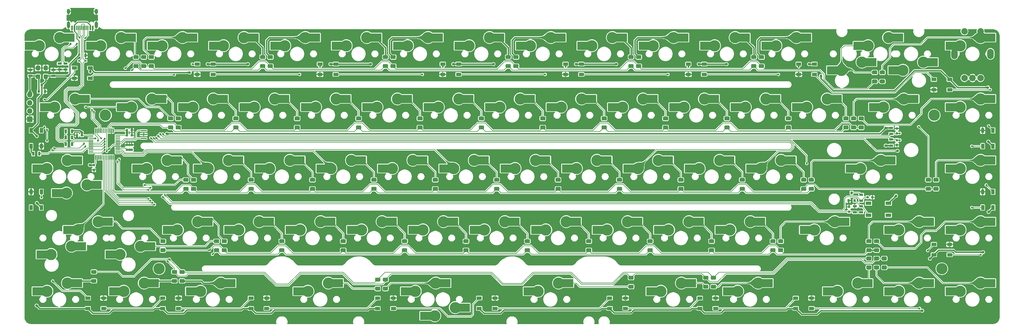
<source format=gbr>
%TF.GenerationSoftware,KiCad,Pcbnew,(5.1.11)-1*%
%TF.CreationDate,2022-07-20T14:15:52+07:00*%
%TF.ProjectId,Malenia,4d616c65-6e69-4612-9e6b-696361645f70,rev?*%
%TF.SameCoordinates,Original*%
%TF.FileFunction,Copper,L2,Bot*%
%TF.FilePolarity,Positive*%
%FSLAX46Y46*%
G04 Gerber Fmt 4.6, Leading zero omitted, Abs format (unit mm)*
G04 Created by KiCad (PCBNEW (5.1.11)-1) date 2022-07-20 14:15:52*
%MOMM*%
%LPD*%
G01*
G04 APERTURE LIST*
%TA.AperFunction,SMDPad,CuDef*%
%ADD10R,1.300000X0.700000*%
%TD*%
%TA.AperFunction,SMDPad,CuDef*%
%ADD11R,0.750000X0.800000*%
%TD*%
%TA.AperFunction,SMDPad,CuDef*%
%ADD12R,0.800000X0.900000*%
%TD*%
%TA.AperFunction,ComponentPad*%
%ADD13R,1.700000X1.700000*%
%TD*%
%TA.AperFunction,ComponentPad*%
%ADD14O,1.700000X1.700000*%
%TD*%
%TA.AperFunction,ComponentPad*%
%ADD15C,0.500000*%
%TD*%
%TA.AperFunction,SMDPad,CuDef*%
%ADD16R,3.820000X2.500000*%
%TD*%
%TA.AperFunction,ComponentPad*%
%ADD17C,3.500000*%
%TD*%
%TA.AperFunction,SMDPad,CuDef*%
%ADD18R,0.700000X1.300000*%
%TD*%
%TA.AperFunction,SMDPad,CuDef*%
%ADD19R,1.000000X1.500000*%
%TD*%
%TA.AperFunction,SMDPad,CuDef*%
%ADD20R,1.500000X1.000000*%
%TD*%
%TA.AperFunction,SMDPad,CuDef*%
%ADD21R,1.900000X0.400000*%
%TD*%
%TA.AperFunction,ComponentPad*%
%ADD22C,2.000000*%
%TD*%
%TA.AperFunction,ComponentPad*%
%ADD23O,2.000000X3.200000*%
%TD*%
%TA.AperFunction,SMDPad,CuDef*%
%ADD24R,1.800000X1.100000*%
%TD*%
%TA.AperFunction,SMDPad,CuDef*%
%ADD25R,0.800000X0.750000*%
%TD*%
%TA.AperFunction,SMDPad,CuDef*%
%ADD26R,0.700000X1.000000*%
%TD*%
%TA.AperFunction,SMDPad,CuDef*%
%ADD27R,0.700000X0.600000*%
%TD*%
%TA.AperFunction,SMDPad,CuDef*%
%ADD28R,0.600000X1.450000*%
%TD*%
%TA.AperFunction,SMDPad,CuDef*%
%ADD29R,0.300000X1.450000*%
%TD*%
%TA.AperFunction,ComponentPad*%
%ADD30O,1.000000X2.100000*%
%TD*%
%TA.AperFunction,ComponentPad*%
%ADD31O,1.000000X1.600000*%
%TD*%
%TA.AperFunction,ViaPad*%
%ADD32C,0.600000*%
%TD*%
%TA.AperFunction,ViaPad*%
%ADD33C,0.800000*%
%TD*%
%TA.AperFunction,Conductor*%
%ADD34C,0.200000*%
%TD*%
%TA.AperFunction,Conductor*%
%ADD35C,0.400000*%
%TD*%
%TA.AperFunction,Conductor*%
%ADD36C,0.300000*%
%TD*%
%TA.AperFunction,Conductor*%
%ADD37C,0.100000*%
%TD*%
%TA.AperFunction,Conductor*%
%ADD38C,0.025400*%
%TD*%
G04 APERTURE END LIST*
%TO.P,U1,48*%
%TO.N,+3V3*%
%TA.AperFunction,SMDPad,CuDef*%
G36*
G01*
X57370535Y-61254686D02*
X57370535Y-62579686D01*
G75*
G02*
X57295535Y-62654686I-75000J0D01*
G01*
X57145535Y-62654686D01*
G75*
G02*
X57070535Y-62579686I0J75000D01*
G01*
X57070535Y-61254686D01*
G75*
G02*
X57145535Y-61179686I75000J0D01*
G01*
X57295535Y-61179686D01*
G75*
G02*
X57370535Y-61254686I0J-75000D01*
G01*
G37*
%TD.AperFunction*%
%TO.P,U1,47*%
%TO.N,GND*%
%TA.AperFunction,SMDPad,CuDef*%
G36*
G01*
X56870535Y-61254686D02*
X56870535Y-62579686D01*
G75*
G02*
X56795535Y-62654686I-75000J0D01*
G01*
X56645535Y-62654686D01*
G75*
G02*
X56570535Y-62579686I0J75000D01*
G01*
X56570535Y-61254686D01*
G75*
G02*
X56645535Y-61179686I75000J0D01*
G01*
X56795535Y-61179686D01*
G75*
G02*
X56870535Y-61254686I0J-75000D01*
G01*
G37*
%TD.AperFunction*%
%TO.P,U1,46*%
%TO.N,R3*%
%TA.AperFunction,SMDPad,CuDef*%
G36*
G01*
X56370535Y-61254686D02*
X56370535Y-62579686D01*
G75*
G02*
X56295535Y-62654686I-75000J0D01*
G01*
X56145535Y-62654686D01*
G75*
G02*
X56070535Y-62579686I0J75000D01*
G01*
X56070535Y-61254686D01*
G75*
G02*
X56145535Y-61179686I75000J0D01*
G01*
X56295535Y-61179686D01*
G75*
G02*
X56370535Y-61254686I0J-75000D01*
G01*
G37*
%TD.AperFunction*%
%TO.P,U1,45*%
%TO.N,R2*%
%TA.AperFunction,SMDPad,CuDef*%
G36*
G01*
X55870535Y-61254686D02*
X55870535Y-62579686D01*
G75*
G02*
X55795535Y-62654686I-75000J0D01*
G01*
X55645535Y-62654686D01*
G75*
G02*
X55570535Y-62579686I0J75000D01*
G01*
X55570535Y-61254686D01*
G75*
G02*
X55645535Y-61179686I75000J0D01*
G01*
X55795535Y-61179686D01*
G75*
G02*
X55870535Y-61254686I0J-75000D01*
G01*
G37*
%TD.AperFunction*%
%TO.P,U1,44*%
%TO.N,Boot0*%
%TA.AperFunction,SMDPad,CuDef*%
G36*
G01*
X55370535Y-61254686D02*
X55370535Y-62579686D01*
G75*
G02*
X55295535Y-62654686I-75000J0D01*
G01*
X55145535Y-62654686D01*
G75*
G02*
X55070535Y-62579686I0J75000D01*
G01*
X55070535Y-61254686D01*
G75*
G02*
X55145535Y-61179686I75000J0D01*
G01*
X55295535Y-61179686D01*
G75*
G02*
X55370535Y-61254686I0J-75000D01*
G01*
G37*
%TD.AperFunction*%
%TO.P,U1,43*%
%TO.N,/MCU/B7*%
%TA.AperFunction,SMDPad,CuDef*%
G36*
G01*
X54870535Y-61254686D02*
X54870535Y-62579686D01*
G75*
G02*
X54795535Y-62654686I-75000J0D01*
G01*
X54645535Y-62654686D01*
G75*
G02*
X54570535Y-62579686I0J75000D01*
G01*
X54570535Y-61254686D01*
G75*
G02*
X54645535Y-61179686I75000J0D01*
G01*
X54795535Y-61179686D01*
G75*
G02*
X54870535Y-61254686I0J-75000D01*
G01*
G37*
%TD.AperFunction*%
%TO.P,U1,42*%
%TO.N,/MCU/B6*%
%TA.AperFunction,SMDPad,CuDef*%
G36*
G01*
X54370535Y-61254686D02*
X54370535Y-62579686D01*
G75*
G02*
X54295535Y-62654686I-75000J0D01*
G01*
X54145535Y-62654686D01*
G75*
G02*
X54070535Y-62579686I0J75000D01*
G01*
X54070535Y-61254686D01*
G75*
G02*
X54145535Y-61179686I75000J0D01*
G01*
X54295535Y-61179686D01*
G75*
G02*
X54370535Y-61254686I0J-75000D01*
G01*
G37*
%TD.AperFunction*%
%TO.P,U1,41*%
%TO.N,/MCU/B5*%
%TA.AperFunction,SMDPad,CuDef*%
G36*
G01*
X53870535Y-61254686D02*
X53870535Y-62579686D01*
G75*
G02*
X53795535Y-62654686I-75000J0D01*
G01*
X53645535Y-62654686D01*
G75*
G02*
X53570535Y-62579686I0J75000D01*
G01*
X53570535Y-61254686D01*
G75*
G02*
X53645535Y-61179686I75000J0D01*
G01*
X53795535Y-61179686D01*
G75*
G02*
X53870535Y-61254686I0J-75000D01*
G01*
G37*
%TD.AperFunction*%
%TO.P,U1,40*%
%TO.N,R0*%
%TA.AperFunction,SMDPad,CuDef*%
G36*
G01*
X53370535Y-61254686D02*
X53370535Y-62579686D01*
G75*
G02*
X53295535Y-62654686I-75000J0D01*
G01*
X53145535Y-62654686D01*
G75*
G02*
X53070535Y-62579686I0J75000D01*
G01*
X53070535Y-61254686D01*
G75*
G02*
X53145535Y-61179686I75000J0D01*
G01*
X53295535Y-61179686D01*
G75*
G02*
X53370535Y-61254686I0J-75000D01*
G01*
G37*
%TD.AperFunction*%
%TO.P,U1,39*%
%TO.N,R1*%
%TA.AperFunction,SMDPad,CuDef*%
G36*
G01*
X52870535Y-61254686D02*
X52870535Y-62579686D01*
G75*
G02*
X52795535Y-62654686I-75000J0D01*
G01*
X52645535Y-62654686D01*
G75*
G02*
X52570535Y-62579686I0J75000D01*
G01*
X52570535Y-61254686D01*
G75*
G02*
X52645535Y-61179686I75000J0D01*
G01*
X52795535Y-61179686D01*
G75*
G02*
X52870535Y-61254686I0J-75000D01*
G01*
G37*
%TD.AperFunction*%
%TO.P,U1,38*%
%TO.N,EC_A*%
%TA.AperFunction,SMDPad,CuDef*%
G36*
G01*
X52370535Y-61254686D02*
X52370535Y-62579686D01*
G75*
G02*
X52295535Y-62654686I-75000J0D01*
G01*
X52145535Y-62654686D01*
G75*
G02*
X52070535Y-62579686I0J75000D01*
G01*
X52070535Y-61254686D01*
G75*
G02*
X52145535Y-61179686I75000J0D01*
G01*
X52295535Y-61179686D01*
G75*
G02*
X52370535Y-61254686I0J-75000D01*
G01*
G37*
%TD.AperFunction*%
%TO.P,U1,37*%
%TO.N,SWCLK*%
%TA.AperFunction,SMDPad,CuDef*%
G36*
G01*
X51870535Y-61254686D02*
X51870535Y-62579686D01*
G75*
G02*
X51795535Y-62654686I-75000J0D01*
G01*
X51645535Y-62654686D01*
G75*
G02*
X51570535Y-62579686I0J75000D01*
G01*
X51570535Y-61254686D01*
G75*
G02*
X51645535Y-61179686I75000J0D01*
G01*
X51795535Y-61179686D01*
G75*
G02*
X51870535Y-61254686I0J-75000D01*
G01*
G37*
%TD.AperFunction*%
%TO.P,U1,36*%
%TO.N,+3V3*%
%TA.AperFunction,SMDPad,CuDef*%
G36*
G01*
X51045535Y-63254686D02*
X51045535Y-63404686D01*
G75*
G02*
X50970535Y-63479686I-75000J0D01*
G01*
X49645535Y-63479686D01*
G75*
G02*
X49570535Y-63404686I0J75000D01*
G01*
X49570535Y-63254686D01*
G75*
G02*
X49645535Y-63179686I75000J0D01*
G01*
X50970535Y-63179686D01*
G75*
G02*
X51045535Y-63254686I0J-75000D01*
G01*
G37*
%TD.AperFunction*%
%TO.P,U1,35*%
%TO.N,GND*%
%TA.AperFunction,SMDPad,CuDef*%
G36*
G01*
X51045535Y-63754686D02*
X51045535Y-63904686D01*
G75*
G02*
X50970535Y-63979686I-75000J0D01*
G01*
X49645535Y-63979686D01*
G75*
G02*
X49570535Y-63904686I0J75000D01*
G01*
X49570535Y-63754686D01*
G75*
G02*
X49645535Y-63679686I75000J0D01*
G01*
X50970535Y-63679686D01*
G75*
G02*
X51045535Y-63754686I0J-75000D01*
G01*
G37*
%TD.AperFunction*%
%TO.P,U1,34*%
%TO.N,SWDIO*%
%TA.AperFunction,SMDPad,CuDef*%
G36*
G01*
X51045535Y-64254686D02*
X51045535Y-64404686D01*
G75*
G02*
X50970535Y-64479686I-75000J0D01*
G01*
X49645535Y-64479686D01*
G75*
G02*
X49570535Y-64404686I0J75000D01*
G01*
X49570535Y-64254686D01*
G75*
G02*
X49645535Y-64179686I75000J0D01*
G01*
X50970535Y-64179686D01*
G75*
G02*
X51045535Y-64254686I0J-75000D01*
G01*
G37*
%TD.AperFunction*%
%TO.P,U1,33*%
%TO.N,D+*%
%TA.AperFunction,SMDPad,CuDef*%
G36*
G01*
X51045535Y-64754686D02*
X51045535Y-64904686D01*
G75*
G02*
X50970535Y-64979686I-75000J0D01*
G01*
X49645535Y-64979686D01*
G75*
G02*
X49570535Y-64904686I0J75000D01*
G01*
X49570535Y-64754686D01*
G75*
G02*
X49645535Y-64679686I75000J0D01*
G01*
X50970535Y-64679686D01*
G75*
G02*
X51045535Y-64754686I0J-75000D01*
G01*
G37*
%TD.AperFunction*%
%TO.P,U1,32*%
%TO.N,D-*%
%TA.AperFunction,SMDPad,CuDef*%
G36*
G01*
X51045535Y-65254686D02*
X51045535Y-65404686D01*
G75*
G02*
X50970535Y-65479686I-75000J0D01*
G01*
X49645535Y-65479686D01*
G75*
G02*
X49570535Y-65404686I0J75000D01*
G01*
X49570535Y-65254686D01*
G75*
G02*
X49645535Y-65179686I75000J0D01*
G01*
X50970535Y-65179686D01*
G75*
G02*
X51045535Y-65254686I0J-75000D01*
G01*
G37*
%TD.AperFunction*%
%TO.P,U1,31*%
%TO.N,EC_B*%
%TA.AperFunction,SMDPad,CuDef*%
G36*
G01*
X51045535Y-65754686D02*
X51045535Y-65904686D01*
G75*
G02*
X50970535Y-65979686I-75000J0D01*
G01*
X49645535Y-65979686D01*
G75*
G02*
X49570535Y-65904686I0J75000D01*
G01*
X49570535Y-65754686D01*
G75*
G02*
X49645535Y-65679686I75000J0D01*
G01*
X50970535Y-65679686D01*
G75*
G02*
X51045535Y-65754686I0J-75000D01*
G01*
G37*
%TD.AperFunction*%
%TO.P,U1,30*%
%TO.N,C7*%
%TA.AperFunction,SMDPad,CuDef*%
G36*
G01*
X51045535Y-66254686D02*
X51045535Y-66404686D01*
G75*
G02*
X50970535Y-66479686I-75000J0D01*
G01*
X49645535Y-66479686D01*
G75*
G02*
X49570535Y-66404686I0J75000D01*
G01*
X49570535Y-66254686D01*
G75*
G02*
X49645535Y-66179686I75000J0D01*
G01*
X50970535Y-66179686D01*
G75*
G02*
X51045535Y-66254686I0J-75000D01*
G01*
G37*
%TD.AperFunction*%
%TO.P,U1,29*%
%TO.N,C6*%
%TA.AperFunction,SMDPad,CuDef*%
G36*
G01*
X51045535Y-66754686D02*
X51045535Y-66904686D01*
G75*
G02*
X50970535Y-66979686I-75000J0D01*
G01*
X49645535Y-66979686D01*
G75*
G02*
X49570535Y-66904686I0J75000D01*
G01*
X49570535Y-66754686D01*
G75*
G02*
X49645535Y-66679686I75000J0D01*
G01*
X50970535Y-66679686D01*
G75*
G02*
X51045535Y-66754686I0J-75000D01*
G01*
G37*
%TD.AperFunction*%
%TO.P,U1,28*%
%TO.N,Net-(R11-Pad1)*%
%TA.AperFunction,SMDPad,CuDef*%
G36*
G01*
X51045535Y-67254686D02*
X51045535Y-67404686D01*
G75*
G02*
X50970535Y-67479686I-75000J0D01*
G01*
X49645535Y-67479686D01*
G75*
G02*
X49570535Y-67404686I0J75000D01*
G01*
X49570535Y-67254686D01*
G75*
G02*
X49645535Y-67179686I75000J0D01*
G01*
X50970535Y-67179686D01*
G75*
G02*
X51045535Y-67254686I0J-75000D01*
G01*
G37*
%TD.AperFunction*%
%TO.P,U1,27*%
%TO.N,C5*%
%TA.AperFunction,SMDPad,CuDef*%
G36*
G01*
X51045535Y-67754686D02*
X51045535Y-67904686D01*
G75*
G02*
X50970535Y-67979686I-75000J0D01*
G01*
X49645535Y-67979686D01*
G75*
G02*
X49570535Y-67904686I0J75000D01*
G01*
X49570535Y-67754686D01*
G75*
G02*
X49645535Y-67679686I75000J0D01*
G01*
X50970535Y-67679686D01*
G75*
G02*
X51045535Y-67754686I0J-75000D01*
G01*
G37*
%TD.AperFunction*%
%TO.P,U1,26*%
%TO.N,/MCU/B13*%
%TA.AperFunction,SMDPad,CuDef*%
G36*
G01*
X51045535Y-68254686D02*
X51045535Y-68404686D01*
G75*
G02*
X50970535Y-68479686I-75000J0D01*
G01*
X49645535Y-68479686D01*
G75*
G02*
X49570535Y-68404686I0J75000D01*
G01*
X49570535Y-68254686D01*
G75*
G02*
X49645535Y-68179686I75000J0D01*
G01*
X50970535Y-68179686D01*
G75*
G02*
X51045535Y-68254686I0J-75000D01*
G01*
G37*
%TD.AperFunction*%
%TO.P,U1,25*%
%TO.N,C4*%
%TA.AperFunction,SMDPad,CuDef*%
G36*
G01*
X51045535Y-68754686D02*
X51045535Y-68904686D01*
G75*
G02*
X50970535Y-68979686I-75000J0D01*
G01*
X49645535Y-68979686D01*
G75*
G02*
X49570535Y-68904686I0J75000D01*
G01*
X49570535Y-68754686D01*
G75*
G02*
X49645535Y-68679686I75000J0D01*
G01*
X50970535Y-68679686D01*
G75*
G02*
X51045535Y-68754686I0J-75000D01*
G01*
G37*
%TD.AperFunction*%
%TO.P,U1,24*%
%TO.N,+3V3*%
%TA.AperFunction,SMDPad,CuDef*%
G36*
G01*
X51870535Y-69579686D02*
X51870535Y-70904686D01*
G75*
G02*
X51795535Y-70979686I-75000J0D01*
G01*
X51645535Y-70979686D01*
G75*
G02*
X51570535Y-70904686I0J75000D01*
G01*
X51570535Y-69579686D01*
G75*
G02*
X51645535Y-69504686I75000J0D01*
G01*
X51795535Y-69504686D01*
G75*
G02*
X51870535Y-69579686I0J-75000D01*
G01*
G37*
%TD.AperFunction*%
%TO.P,U1,23*%
%TO.N,GND*%
%TA.AperFunction,SMDPad,CuDef*%
G36*
G01*
X52370535Y-69579686D02*
X52370535Y-70904686D01*
G75*
G02*
X52295535Y-70979686I-75000J0D01*
G01*
X52145535Y-70979686D01*
G75*
G02*
X52070535Y-70904686I0J75000D01*
G01*
X52070535Y-69579686D01*
G75*
G02*
X52145535Y-69504686I75000J0D01*
G01*
X52295535Y-69504686D01*
G75*
G02*
X52370535Y-69579686I0J-75000D01*
G01*
G37*
%TD.AperFunction*%
%TO.P,U1,22*%
%TO.N,/MCU/B11*%
%TA.AperFunction,SMDPad,CuDef*%
G36*
G01*
X52870535Y-69579686D02*
X52870535Y-70904686D01*
G75*
G02*
X52795535Y-70979686I-75000J0D01*
G01*
X52645535Y-70979686D01*
G75*
G02*
X52570535Y-70904686I0J75000D01*
G01*
X52570535Y-69579686D01*
G75*
G02*
X52645535Y-69504686I75000J0D01*
G01*
X52795535Y-69504686D01*
G75*
G02*
X52870535Y-69579686I0J-75000D01*
G01*
G37*
%TD.AperFunction*%
%TO.P,U1,21*%
%TO.N,/MCU/B10*%
%TA.AperFunction,SMDPad,CuDef*%
G36*
G01*
X53370535Y-69579686D02*
X53370535Y-70904686D01*
G75*
G02*
X53295535Y-70979686I-75000J0D01*
G01*
X53145535Y-70979686D01*
G75*
G02*
X53070535Y-70904686I0J75000D01*
G01*
X53070535Y-69579686D01*
G75*
G02*
X53145535Y-69504686I75000J0D01*
G01*
X53295535Y-69504686D01*
G75*
G02*
X53370535Y-69579686I0J-75000D01*
G01*
G37*
%TD.AperFunction*%
%TO.P,U1,20*%
%TO.N,/MCU/B2*%
%TA.AperFunction,SMDPad,CuDef*%
G36*
G01*
X53870535Y-69579686D02*
X53870535Y-70904686D01*
G75*
G02*
X53795535Y-70979686I-75000J0D01*
G01*
X53645535Y-70979686D01*
G75*
G02*
X53570535Y-70904686I0J75000D01*
G01*
X53570535Y-69579686D01*
G75*
G02*
X53645535Y-69504686I75000J0D01*
G01*
X53795535Y-69504686D01*
G75*
G02*
X53870535Y-69579686I0J-75000D01*
G01*
G37*
%TD.AperFunction*%
%TO.P,U1,19*%
%TO.N,C0*%
%TA.AperFunction,SMDPad,CuDef*%
G36*
G01*
X54370535Y-69579686D02*
X54370535Y-70904686D01*
G75*
G02*
X54295535Y-70979686I-75000J0D01*
G01*
X54145535Y-70979686D01*
G75*
G02*
X54070535Y-70904686I0J75000D01*
G01*
X54070535Y-69579686D01*
G75*
G02*
X54145535Y-69504686I75000J0D01*
G01*
X54295535Y-69504686D01*
G75*
G02*
X54370535Y-69579686I0J-75000D01*
G01*
G37*
%TD.AperFunction*%
%TO.P,U1,18*%
%TO.N,R7*%
%TA.AperFunction,SMDPad,CuDef*%
G36*
G01*
X54870535Y-69579686D02*
X54870535Y-70904686D01*
G75*
G02*
X54795535Y-70979686I-75000J0D01*
G01*
X54645535Y-70979686D01*
G75*
G02*
X54570535Y-70904686I0J75000D01*
G01*
X54570535Y-69579686D01*
G75*
G02*
X54645535Y-69504686I75000J0D01*
G01*
X54795535Y-69504686D01*
G75*
G02*
X54870535Y-69579686I0J-75000D01*
G01*
G37*
%TD.AperFunction*%
%TO.P,U1,17*%
%TO.N,R6*%
%TA.AperFunction,SMDPad,CuDef*%
G36*
G01*
X55370535Y-69579686D02*
X55370535Y-70904686D01*
G75*
G02*
X55295535Y-70979686I-75000J0D01*
G01*
X55145535Y-70979686D01*
G75*
G02*
X55070535Y-70904686I0J75000D01*
G01*
X55070535Y-69579686D01*
G75*
G02*
X55145535Y-69504686I75000J0D01*
G01*
X55295535Y-69504686D01*
G75*
G02*
X55370535Y-69579686I0J-75000D01*
G01*
G37*
%TD.AperFunction*%
%TO.P,U1,16*%
%TO.N,R9*%
%TA.AperFunction,SMDPad,CuDef*%
G36*
G01*
X55870535Y-69579686D02*
X55870535Y-70904686D01*
G75*
G02*
X55795535Y-70979686I-75000J0D01*
G01*
X55645535Y-70979686D01*
G75*
G02*
X55570535Y-70904686I0J75000D01*
G01*
X55570535Y-69579686D01*
G75*
G02*
X55645535Y-69504686I75000J0D01*
G01*
X55795535Y-69504686D01*
G75*
G02*
X55870535Y-69579686I0J-75000D01*
G01*
G37*
%TD.AperFunction*%
%TO.P,U1,15*%
%TO.N,R8*%
%TA.AperFunction,SMDPad,CuDef*%
G36*
G01*
X56370535Y-69579686D02*
X56370535Y-70904686D01*
G75*
G02*
X56295535Y-70979686I-75000J0D01*
G01*
X56145535Y-70979686D01*
G75*
G02*
X56070535Y-70904686I0J75000D01*
G01*
X56070535Y-69579686D01*
G75*
G02*
X56145535Y-69504686I75000J0D01*
G01*
X56295535Y-69504686D01*
G75*
G02*
X56370535Y-69579686I0J-75000D01*
G01*
G37*
%TD.AperFunction*%
%TO.P,U1,14*%
%TO.N,R5*%
%TA.AperFunction,SMDPad,CuDef*%
G36*
G01*
X56870535Y-69579686D02*
X56870535Y-70904686D01*
G75*
G02*
X56795535Y-70979686I-75000J0D01*
G01*
X56645535Y-70979686D01*
G75*
G02*
X56570535Y-70904686I0J75000D01*
G01*
X56570535Y-69579686D01*
G75*
G02*
X56645535Y-69504686I75000J0D01*
G01*
X56795535Y-69504686D01*
G75*
G02*
X56870535Y-69579686I0J-75000D01*
G01*
G37*
%TD.AperFunction*%
%TO.P,U1,13*%
%TO.N,R4*%
%TA.AperFunction,SMDPad,CuDef*%
G36*
G01*
X57370535Y-69579686D02*
X57370535Y-70904686D01*
G75*
G02*
X57295535Y-70979686I-75000J0D01*
G01*
X57145535Y-70979686D01*
G75*
G02*
X57070535Y-70904686I0J75000D01*
G01*
X57070535Y-69579686D01*
G75*
G02*
X57145535Y-69504686I75000J0D01*
G01*
X57295535Y-69504686D01*
G75*
G02*
X57370535Y-69579686I0J-75000D01*
G01*
G37*
%TD.AperFunction*%
%TO.P,U1,12*%
%TO.N,C1*%
%TA.AperFunction,SMDPad,CuDef*%
G36*
G01*
X59370535Y-68754686D02*
X59370535Y-68904686D01*
G75*
G02*
X59295535Y-68979686I-75000J0D01*
G01*
X57970535Y-68979686D01*
G75*
G02*
X57895535Y-68904686I0J75000D01*
G01*
X57895535Y-68754686D01*
G75*
G02*
X57970535Y-68679686I75000J0D01*
G01*
X59295535Y-68679686D01*
G75*
G02*
X59370535Y-68754686I0J-75000D01*
G01*
G37*
%TD.AperFunction*%
%TO.P,U1,11*%
%TO.N,C2*%
%TA.AperFunction,SMDPad,CuDef*%
G36*
G01*
X59370535Y-68254686D02*
X59370535Y-68404686D01*
G75*
G02*
X59295535Y-68479686I-75000J0D01*
G01*
X57970535Y-68479686D01*
G75*
G02*
X57895535Y-68404686I0J75000D01*
G01*
X57895535Y-68254686D01*
G75*
G02*
X57970535Y-68179686I75000J0D01*
G01*
X59295535Y-68179686D01*
G75*
G02*
X59370535Y-68254686I0J-75000D01*
G01*
G37*
%TD.AperFunction*%
%TO.P,U1,10*%
%TO.N,C3*%
%TA.AperFunction,SMDPad,CuDef*%
G36*
G01*
X59370535Y-67754686D02*
X59370535Y-67904686D01*
G75*
G02*
X59295535Y-67979686I-75000J0D01*
G01*
X57970535Y-67979686D01*
G75*
G02*
X57895535Y-67904686I0J75000D01*
G01*
X57895535Y-67754686D01*
G75*
G02*
X57970535Y-67679686I75000J0D01*
G01*
X59295535Y-67679686D01*
G75*
G02*
X59370535Y-67754686I0J-75000D01*
G01*
G37*
%TD.AperFunction*%
%TO.P,U1,9*%
%TO.N,+3V3*%
%TA.AperFunction,SMDPad,CuDef*%
G36*
G01*
X59370535Y-67254686D02*
X59370535Y-67404686D01*
G75*
G02*
X59295535Y-67479686I-75000J0D01*
G01*
X57970535Y-67479686D01*
G75*
G02*
X57895535Y-67404686I0J75000D01*
G01*
X57895535Y-67254686D01*
G75*
G02*
X57970535Y-67179686I75000J0D01*
G01*
X59295535Y-67179686D01*
G75*
G02*
X59370535Y-67254686I0J-75000D01*
G01*
G37*
%TD.AperFunction*%
%TO.P,U1,8*%
%TO.N,GND*%
%TA.AperFunction,SMDPad,CuDef*%
G36*
G01*
X59370535Y-66754686D02*
X59370535Y-66904686D01*
G75*
G02*
X59295535Y-66979686I-75000J0D01*
G01*
X57970535Y-66979686D01*
G75*
G02*
X57895535Y-66904686I0J75000D01*
G01*
X57895535Y-66754686D01*
G75*
G02*
X57970535Y-66679686I75000J0D01*
G01*
X59295535Y-66679686D01*
G75*
G02*
X59370535Y-66754686I0J-75000D01*
G01*
G37*
%TD.AperFunction*%
%TO.P,U1,7*%
%TO.N,NRST*%
%TA.AperFunction,SMDPad,CuDef*%
G36*
G01*
X59370535Y-66254686D02*
X59370535Y-66404686D01*
G75*
G02*
X59295535Y-66479686I-75000J0D01*
G01*
X57970535Y-66479686D01*
G75*
G02*
X57895535Y-66404686I0J75000D01*
G01*
X57895535Y-66254686D01*
G75*
G02*
X57970535Y-66179686I75000J0D01*
G01*
X59295535Y-66179686D01*
G75*
G02*
X59370535Y-66254686I0J-75000D01*
G01*
G37*
%TD.AperFunction*%
%TO.P,U1,6*%
%TO.N,Net-(U1-Pad6)*%
%TA.AperFunction,SMDPad,CuDef*%
G36*
G01*
X59370535Y-65754686D02*
X59370535Y-65904686D01*
G75*
G02*
X59295535Y-65979686I-75000J0D01*
G01*
X57970535Y-65979686D01*
G75*
G02*
X57895535Y-65904686I0J75000D01*
G01*
X57895535Y-65754686D01*
G75*
G02*
X57970535Y-65679686I75000J0D01*
G01*
X59295535Y-65679686D01*
G75*
G02*
X59370535Y-65754686I0J-75000D01*
G01*
G37*
%TD.AperFunction*%
%TO.P,U1,5*%
%TO.N,Net-(U1-Pad5)*%
%TA.AperFunction,SMDPad,CuDef*%
G36*
G01*
X59370535Y-65254686D02*
X59370535Y-65404686D01*
G75*
G02*
X59295535Y-65479686I-75000J0D01*
G01*
X57970535Y-65479686D01*
G75*
G02*
X57895535Y-65404686I0J75000D01*
G01*
X57895535Y-65254686D01*
G75*
G02*
X57970535Y-65179686I75000J0D01*
G01*
X59295535Y-65179686D01*
G75*
G02*
X59370535Y-65254686I0J-75000D01*
G01*
G37*
%TD.AperFunction*%
%TO.P,U1,4*%
%TO.N,Net-(U1-Pad4)*%
%TA.AperFunction,SMDPad,CuDef*%
G36*
G01*
X59370535Y-64754686D02*
X59370535Y-64904686D01*
G75*
G02*
X59295535Y-64979686I-75000J0D01*
G01*
X57970535Y-64979686D01*
G75*
G02*
X57895535Y-64904686I0J75000D01*
G01*
X57895535Y-64754686D01*
G75*
G02*
X57970535Y-64679686I75000J0D01*
G01*
X59295535Y-64679686D01*
G75*
G02*
X59370535Y-64754686I0J-75000D01*
G01*
G37*
%TD.AperFunction*%
%TO.P,U1,3*%
%TO.N,Net-(U1-Pad3)*%
%TA.AperFunction,SMDPad,CuDef*%
G36*
G01*
X59370535Y-64254686D02*
X59370535Y-64404686D01*
G75*
G02*
X59295535Y-64479686I-75000J0D01*
G01*
X57970535Y-64479686D01*
G75*
G02*
X57895535Y-64404686I0J75000D01*
G01*
X57895535Y-64254686D01*
G75*
G02*
X57970535Y-64179686I75000J0D01*
G01*
X59295535Y-64179686D01*
G75*
G02*
X59370535Y-64254686I0J-75000D01*
G01*
G37*
%TD.AperFunction*%
%TO.P,U1,2*%
%TO.N,Net-(U1-Pad2)*%
%TA.AperFunction,SMDPad,CuDef*%
G36*
G01*
X59370535Y-63754686D02*
X59370535Y-63904686D01*
G75*
G02*
X59295535Y-63979686I-75000J0D01*
G01*
X57970535Y-63979686D01*
G75*
G02*
X57895535Y-63904686I0J75000D01*
G01*
X57895535Y-63754686D01*
G75*
G02*
X57970535Y-63679686I75000J0D01*
G01*
X59295535Y-63679686D01*
G75*
G02*
X59370535Y-63754686I0J-75000D01*
G01*
G37*
%TD.AperFunction*%
%TO.P,U1,1*%
%TO.N,+3V3*%
%TA.AperFunction,SMDPad,CuDef*%
G36*
G01*
X59370535Y-63254686D02*
X59370535Y-63404686D01*
G75*
G02*
X59295535Y-63479686I-75000J0D01*
G01*
X57970535Y-63479686D01*
G75*
G02*
X57895535Y-63404686I0J75000D01*
G01*
X57895535Y-63254686D01*
G75*
G02*
X57970535Y-63179686I75000J0D01*
G01*
X59295535Y-63179686D01*
G75*
G02*
X59370535Y-63254686I0J-75000D01*
G01*
G37*
%TD.AperFunction*%
%TD*%
D10*
%TO.P,R13,2*%
%TO.N,+3V3*%
X298600000Y-61050000D03*
%TO.P,R13,1*%
%TO.N,EC_A*%
X298600000Y-62950000D03*
%TD*%
%TO.P,R12,2*%
%TO.N,EC_B*%
X298600000Y-64650000D03*
%TO.P,R12,1*%
%TO.N,+3V3*%
X298600000Y-66550000D03*
%TD*%
D11*
%TO.P,C12,2*%
%TO.N,GND*%
X300400000Y-61250000D03*
%TO.P,C12,1*%
%TO.N,EC_A*%
X300400000Y-62750000D03*
%TD*%
%TO.P,C11,2*%
%TO.N,EC_B*%
X300400000Y-64850000D03*
%TO.P,C11,1*%
%TO.N,GND*%
X300400000Y-66350000D03*
%TD*%
%TO.P,C10,2*%
%TO.N,Boot0*%
X285572790Y-87070355D03*
%TO.P,C10,1*%
%TO.N,GND*%
X285572790Y-85570355D03*
%TD*%
D12*
%TO.P,Q1,3*%
%TO.N,Net-(Q1-Pad3)*%
X286346215Y-81200000D03*
%TO.P,Q1,2*%
%TO.N,GND*%
X285396215Y-83600000D03*
%TO.P,Q1,1*%
%TO.N,Net-(Q1-Pad1)*%
X287296215Y-83600000D03*
%TD*%
D13*
%TO.P,J1,1*%
%TO.N,GND*%
X31351395Y-58340550D03*
D14*
%TO.P,J1,2*%
%TO.N,SWCLK*%
X31351395Y-55800550D03*
%TO.P,J1,3*%
%TO.N,SWDIO*%
X31351395Y-53260550D03*
%TO.P,J1,4*%
%TO.N,+3V3*%
X31351395Y-50720550D03*
%TD*%
D15*
%TO.P,MX58,1*%
%TO.N,C0*%
X32416750Y-110807500D03*
D16*
X34031250Y-111760000D03*
D17*
%TO.P,MX58,2*%
%TO.N,Net-(D56-Pad2)*%
X43021250Y-109220000D03*
D15*
X47302750Y-108267500D03*
X47302750Y-110172500D03*
D16*
X45688250Y-109220000D03*
D15*
%TO.P,MX58,1*%
%TO.N,C0*%
X32416750Y-112712500D03*
D17*
X36671250Y-111760000D03*
%TD*%
D15*
%TO.P,MX19,1*%
%TO.N,C0*%
X63373000Y-72707500D03*
D16*
%TO.P,MX19,2*%
%TO.N,Net-(D6-Pad2)*%
X76644500Y-71120000D03*
%TO.P,MX19,1*%
%TO.N,C0*%
X64987500Y-73660000D03*
D17*
X67627500Y-73660000D03*
%TO.P,MX19,2*%
%TO.N,Net-(D6-Pad2)*%
X73977500Y-71120000D03*
D15*
%TO.P,MX19,1*%
%TO.N,C0*%
X63373000Y-74612500D03*
%TO.P,MX19,2*%
%TO.N,Net-(D6-Pad2)*%
X78259000Y-72072500D03*
X78259000Y-70167500D03*
%TD*%
D18*
%TO.P,R11,2*%
%TO.N,RGB*%
X32387340Y-69056220D03*
%TO.P,R11,1*%
%TO.N,Net-(R11-Pad1)*%
X34287340Y-69056220D03*
%TD*%
%TO.P,D95,3*%
%TO.N,GND*%
%TA.AperFunction,SMDPad,CuDef*%
G36*
G01*
X31986280Y-81643940D02*
X31486280Y-81643940D01*
G75*
G02*
X31236280Y-81393940I0J250000D01*
G01*
X31236280Y-80393940D01*
G75*
G02*
X31486280Y-80143940I250000J0D01*
G01*
X31986280Y-80143940D01*
G75*
G02*
X32236280Y-80393940I0J-250000D01*
G01*
X32236280Y-81393940D01*
G75*
G02*
X31986280Y-81643940I-250000J0D01*
G01*
G37*
%TD.AperFunction*%
D19*
%TO.P,D95,4*%
%TO.N,Net-(D94-Pad2)*%
X34936280Y-80893940D03*
%TO.P,D95,2*%
%TO.N,Net-(D95-Pad2)*%
X31736280Y-85793940D03*
%TO.P,D95,1*%
%TO.N,+5V*%
X34936280Y-85793940D03*
%TD*%
%TO.P,D94,3*%
%TO.N,GND*%
%TA.AperFunction,SMDPad,CuDef*%
G36*
G01*
X53491045Y-114140950D02*
X53491045Y-113640950D01*
G75*
G02*
X53741045Y-113390950I250000J0D01*
G01*
X54741045Y-113390950D01*
G75*
G02*
X54991045Y-113640950I0J-250000D01*
G01*
X54991045Y-114140950D01*
G75*
G02*
X54741045Y-114390950I-250000J0D01*
G01*
X53741045Y-114390950D01*
G75*
G02*
X53491045Y-114140950I0J250000D01*
G01*
G37*
%TD.AperFunction*%
D20*
%TO.P,D94,4*%
%TO.N,Net-(D93-Pad2)*%
X54241045Y-117090950D03*
%TO.P,D94,2*%
%TO.N,Net-(D94-Pad2)*%
X49341045Y-113890950D03*
%TO.P,D94,1*%
%TO.N,+5V*%
X49341045Y-117090950D03*
%TD*%
%TO.P,D93,3*%
%TO.N,GND*%
%TA.AperFunction,SMDPad,CuDef*%
G36*
G01*
X76708330Y-114140950D02*
X76708330Y-113640950D01*
G75*
G02*
X76958330Y-113390950I250000J0D01*
G01*
X77958330Y-113390950D01*
G75*
G02*
X78208330Y-113640950I0J-250000D01*
G01*
X78208330Y-114140950D01*
G75*
G02*
X77958330Y-114390950I-250000J0D01*
G01*
X76958330Y-114390950D01*
G75*
G02*
X76708330Y-114140950I0J250000D01*
G01*
G37*
%TD.AperFunction*%
%TO.P,D93,4*%
%TO.N,DOUT2*%
X77458330Y-117090950D03*
%TO.P,D93,2*%
%TO.N,Net-(D93-Pad2)*%
X72558330Y-113890950D03*
%TO.P,D93,1*%
%TO.N,+5V*%
X72558330Y-117090950D03*
%TD*%
%TO.P,D92,1*%
%TO.N,+5V*%
X99942820Y-117090950D03*
%TO.P,D92,2*%
%TO.N,DOUT2*%
X99942820Y-113890950D03*
%TO.P,D92,4*%
%TO.N,Net-(D91-Pad2)*%
X104842820Y-117090950D03*
%TO.P,D92,3*%
%TO.N,GND*%
%TA.AperFunction,SMDPad,CuDef*%
G36*
G01*
X104092820Y-114140950D02*
X104092820Y-113640950D01*
G75*
G02*
X104342820Y-113390950I250000J0D01*
G01*
X105342820Y-113390950D01*
G75*
G02*
X105592820Y-113640950I0J-250000D01*
G01*
X105592820Y-114140950D01*
G75*
G02*
X105342820Y-114390950I-250000J0D01*
G01*
X104342820Y-114390950D01*
G75*
G02*
X104092820Y-114140950I0J250000D01*
G01*
G37*
%TD.AperFunction*%
%TD*%
%TO.P,D91,1*%
%TO.N,+5V*%
X139233610Y-117090950D03*
%TO.P,D91,2*%
%TO.N,Net-(D91-Pad2)*%
X139233610Y-113890950D03*
%TO.P,D91,4*%
%TO.N,Net-(D90-Pad2)*%
X144133610Y-117090950D03*
%TO.P,D91,3*%
%TO.N,GND*%
%TA.AperFunction,SMDPad,CuDef*%
G36*
G01*
X143383610Y-114140950D02*
X143383610Y-113640950D01*
G75*
G02*
X143633610Y-113390950I250000J0D01*
G01*
X144633610Y-113390950D01*
G75*
G02*
X144883610Y-113640950I0J-250000D01*
G01*
X144883610Y-114140950D01*
G75*
G02*
X144633610Y-114390950I-250000J0D01*
G01*
X143633610Y-114390950D01*
G75*
G02*
X143383610Y-114140950I0J250000D01*
G01*
G37*
%TD.AperFunction*%
%TD*%
%TO.P,D90,1*%
%TO.N,+5V*%
X170785305Y-117090950D03*
%TO.P,D90,2*%
%TO.N,Net-(D90-Pad2)*%
X170785305Y-113890950D03*
%TO.P,D90,4*%
%TO.N,Net-(D89-Pad2)*%
X175685305Y-117090950D03*
%TO.P,D90,3*%
%TO.N,GND*%
%TA.AperFunction,SMDPad,CuDef*%
G36*
G01*
X174935305Y-114140950D02*
X174935305Y-113640950D01*
G75*
G02*
X175185305Y-113390950I250000J0D01*
G01*
X176185305Y-113390950D01*
G75*
G02*
X176435305Y-113640950I0J-250000D01*
G01*
X176435305Y-114140950D01*
G75*
G02*
X176185305Y-114390950I-250000J0D01*
G01*
X175185305Y-114390950D01*
G75*
G02*
X174935305Y-114140950I0J250000D01*
G01*
G37*
%TD.AperFunction*%
%TD*%
%TO.P,D89,1*%
%TO.N,+5V*%
X211266725Y-117090950D03*
%TO.P,D89,2*%
%TO.N,Net-(D89-Pad2)*%
X211266725Y-113890950D03*
%TO.P,D89,4*%
%TO.N,Net-(D88-Pad2)*%
X216166725Y-117090950D03*
%TO.P,D89,3*%
%TO.N,GND*%
%TA.AperFunction,SMDPad,CuDef*%
G36*
G01*
X215416725Y-114140950D02*
X215416725Y-113640950D01*
G75*
G02*
X215666725Y-113390950I250000J0D01*
G01*
X216666725Y-113390950D01*
G75*
G02*
X216916725Y-113640950I0J-250000D01*
G01*
X216916725Y-114140950D01*
G75*
G02*
X216666725Y-114390950I-250000J0D01*
G01*
X215666725Y-114390950D01*
G75*
G02*
X215416725Y-114140950I0J250000D01*
G01*
G37*
%TD.AperFunction*%
%TD*%
%TO.P,D88,1*%
%TO.N,+5V*%
X239247570Y-117090950D03*
%TO.P,D88,2*%
%TO.N,Net-(D88-Pad2)*%
X239247570Y-113890950D03*
%TO.P,D88,4*%
%TO.N,Net-(D87-Pad2)*%
X244147570Y-117090950D03*
%TO.P,D88,3*%
%TO.N,GND*%
%TA.AperFunction,SMDPad,CuDef*%
G36*
G01*
X243397570Y-114140950D02*
X243397570Y-113640950D01*
G75*
G02*
X243647570Y-113390950I250000J0D01*
G01*
X244647570Y-113390950D01*
G75*
G02*
X244897570Y-113640950I0J-250000D01*
G01*
X244897570Y-114140950D01*
G75*
G02*
X244647570Y-114390950I-250000J0D01*
G01*
X243647570Y-114390950D01*
G75*
G02*
X243397570Y-114140950I0J250000D01*
G01*
G37*
%TD.AperFunction*%
%TD*%
%TO.P,D87,1*%
%TO.N,+5V*%
X269013320Y-117090950D03*
%TO.P,D87,2*%
%TO.N,Net-(D87-Pad2)*%
X269013320Y-113890950D03*
%TO.P,D87,4*%
%TO.N,Net-(D86-Pad2)*%
X273913320Y-117090950D03*
%TO.P,D87,3*%
%TO.N,GND*%
%TA.AperFunction,SMDPad,CuDef*%
G36*
G01*
X273163320Y-114140950D02*
X273163320Y-113640950D01*
G75*
G02*
X273413320Y-113390950I250000J0D01*
G01*
X274413320Y-113390950D01*
G75*
G02*
X274663320Y-113640950I0J-250000D01*
G01*
X274663320Y-114140950D01*
G75*
G02*
X274413320Y-114390950I-250000J0D01*
G01*
X273413320Y-114390950D01*
G75*
G02*
X273163320Y-114140950I0J250000D01*
G01*
G37*
%TD.AperFunction*%
%TD*%
%TO.P,D86,1*%
%TO.N,+5V*%
X311874960Y-100422130D03*
%TO.P,D86,2*%
%TO.N,Net-(D86-Pad2)*%
X311874960Y-97222130D03*
%TO.P,D86,4*%
%TO.N,Net-(D85-Pad2)*%
X316774960Y-100422130D03*
%TO.P,D86,3*%
%TO.N,GND*%
%TA.AperFunction,SMDPad,CuDef*%
G36*
G01*
X316024960Y-97472130D02*
X316024960Y-96972130D01*
G75*
G02*
X316274960Y-96722130I250000J0D01*
G01*
X317274960Y-96722130D01*
G75*
G02*
X317524960Y-96972130I0J-250000D01*
G01*
X317524960Y-97472130D01*
G75*
G02*
X317274960Y-97722130I-250000J0D01*
G01*
X316274960Y-97722130D01*
G75*
G02*
X316024960Y-97472130I0J250000D01*
G01*
G37*
%TD.AperFunction*%
%TD*%
D19*
%TO.P,D85,1*%
%TO.N,+5V*%
X330212520Y-85793940D03*
%TO.P,D85,2*%
%TO.N,Net-(D85-Pad2)*%
X327012520Y-85793940D03*
%TO.P,D85,4*%
%TO.N,Net-(D84-Pad2)*%
X330212520Y-80893940D03*
%TO.P,D85,3*%
%TO.N,GND*%
%TA.AperFunction,SMDPad,CuDef*%
G36*
G01*
X327262520Y-81643940D02*
X326762520Y-81643940D01*
G75*
G02*
X326512520Y-81393940I0J250000D01*
G01*
X326512520Y-80393940D01*
G75*
G02*
X326762520Y-80143940I250000J0D01*
G01*
X327262520Y-80143940D01*
G75*
G02*
X327512520Y-80393940I0J-250000D01*
G01*
X327512520Y-81393940D01*
G75*
G02*
X327262520Y-81643940I-250000J0D01*
G01*
G37*
%TD.AperFunction*%
%TD*%
%TO.P,D84,1*%
%TO.N,+5V*%
X330212520Y-66743860D03*
%TO.P,D84,2*%
%TO.N,Net-(D84-Pad2)*%
X327012520Y-66743860D03*
%TO.P,D84,4*%
%TO.N,DOUT1*%
X330212520Y-61843860D03*
%TO.P,D84,3*%
%TO.N,GND*%
%TA.AperFunction,SMDPad,CuDef*%
G36*
G01*
X327262520Y-62593860D02*
X326762520Y-62593860D01*
G75*
G02*
X326512520Y-62343860I0J250000D01*
G01*
X326512520Y-61343860D01*
G75*
G02*
X326762520Y-61093860I250000J0D01*
G01*
X327262520Y-61093860D01*
G75*
G02*
X327512520Y-61343860I0J-250000D01*
G01*
X327512520Y-62343860D01*
G75*
G02*
X327262520Y-62593860I-250000J0D01*
G01*
G37*
%TD.AperFunction*%
%TD*%
D20*
%TO.P,D83,1*%
%TO.N,+5V*%
X316774960Y-46025040D03*
%TO.P,D83,2*%
%TO.N,DOUT1*%
X316774960Y-49225040D03*
%TO.P,D83,4*%
%TO.N,Net-(D82-Pad2)*%
X311874960Y-46025040D03*
%TO.P,D83,3*%
%TO.N,GND*%
%TA.AperFunction,SMDPad,CuDef*%
G36*
G01*
X312624960Y-48975040D02*
X312624960Y-49475040D01*
G75*
G02*
X312374960Y-49725040I-250000J0D01*
G01*
X311374960Y-49725040D01*
G75*
G02*
X311124960Y-49475040I0J250000D01*
G01*
X311124960Y-48975040D01*
G75*
G02*
X311374960Y-48725040I250000J0D01*
G01*
X312374960Y-48725040D01*
G75*
G02*
X312624960Y-48975040I0J-250000D01*
G01*
G37*
%TD.AperFunction*%
%TD*%
%TO.P,D82,1*%
%TO.N,+5V*%
X274806586Y-41262288D03*
%TO.P,D82,2*%
%TO.N,Net-(D82-Pad2)*%
X274806586Y-44462288D03*
%TO.P,D82,4*%
%TO.N,Net-(D81-Pad2)*%
X269906586Y-41262288D03*
%TO.P,D82,3*%
%TO.N,GND*%
%TA.AperFunction,SMDPad,CuDef*%
G36*
G01*
X270656586Y-44212288D02*
X270656586Y-44712288D01*
G75*
G02*
X270406586Y-44962288I-250000J0D01*
G01*
X269406586Y-44962288D01*
G75*
G02*
X269156586Y-44712288I0J250000D01*
G01*
X269156586Y-44212288D01*
G75*
G02*
X269406586Y-43962288I250000J0D01*
G01*
X270406586Y-43962288D01*
G75*
G02*
X270656586Y-44212288I0J-250000D01*
G01*
G37*
%TD.AperFunction*%
%TD*%
%TO.P,D81,1*%
%TO.N,+5V*%
X240574940Y-41262280D03*
%TO.P,D81,2*%
%TO.N,Net-(D81-Pad2)*%
X240574940Y-44462280D03*
%TO.P,D81,4*%
%TO.N,Net-(D80-Pad2)*%
X235674940Y-41262280D03*
%TO.P,D81,3*%
%TO.N,GND*%
%TA.AperFunction,SMDPad,CuDef*%
G36*
G01*
X236424940Y-44212280D02*
X236424940Y-44712280D01*
G75*
G02*
X236174940Y-44962280I-250000J0D01*
G01*
X235174940Y-44962280D01*
G75*
G02*
X234924940Y-44712280I0J250000D01*
G01*
X234924940Y-44212280D01*
G75*
G02*
X235174940Y-43962280I250000J0D01*
G01*
X236174940Y-43962280D01*
G75*
G02*
X236424940Y-44212280I0J-250000D01*
G01*
G37*
%TD.AperFunction*%
%TD*%
%TO.P,D80,1*%
%TO.N,+5V*%
X202474940Y-41262280D03*
%TO.P,D80,2*%
%TO.N,Net-(D80-Pad2)*%
X202474940Y-44462280D03*
%TO.P,D80,4*%
%TO.N,Net-(D79-Pad2)*%
X197574940Y-41262280D03*
%TO.P,D80,3*%
%TO.N,GND*%
%TA.AperFunction,SMDPad,CuDef*%
G36*
G01*
X198324940Y-44212280D02*
X198324940Y-44712280D01*
G75*
G02*
X198074940Y-44962280I-250000J0D01*
G01*
X197074940Y-44962280D01*
G75*
G02*
X196824940Y-44712280I0J250000D01*
G01*
X196824940Y-44212280D01*
G75*
G02*
X197074940Y-43962280I250000J0D01*
G01*
X198074940Y-43962280D01*
G75*
G02*
X198324940Y-44212280I0J-250000D01*
G01*
G37*
%TD.AperFunction*%
%TD*%
%TO.P,D79,1*%
%TO.N,+5V*%
X164374940Y-41262280D03*
%TO.P,D79,2*%
%TO.N,Net-(D79-Pad2)*%
X164374940Y-44462280D03*
%TO.P,D79,4*%
%TO.N,Net-(D78-Pad2)*%
X159474940Y-41262280D03*
%TO.P,D79,3*%
%TO.N,GND*%
%TA.AperFunction,SMDPad,CuDef*%
G36*
G01*
X160224940Y-44212280D02*
X160224940Y-44712280D01*
G75*
G02*
X159974940Y-44962280I-250000J0D01*
G01*
X158974940Y-44962280D01*
G75*
G02*
X158724940Y-44712280I0J250000D01*
G01*
X158724940Y-44212280D01*
G75*
G02*
X158974940Y-43962280I250000J0D01*
G01*
X159974940Y-43962280D01*
G75*
G02*
X160224940Y-44212280I0J-250000D01*
G01*
G37*
%TD.AperFunction*%
%TD*%
%TO.P,D78,1*%
%TO.N,+5V*%
X126274940Y-41262280D03*
%TO.P,D78,2*%
%TO.N,Net-(D78-Pad2)*%
X126274940Y-44462280D03*
%TO.P,D78,4*%
%TO.N,Net-(D77-Pad2)*%
X121374940Y-41262280D03*
%TO.P,D78,3*%
%TO.N,GND*%
%TA.AperFunction,SMDPad,CuDef*%
G36*
G01*
X122124940Y-44212280D02*
X122124940Y-44712280D01*
G75*
G02*
X121874940Y-44962280I-250000J0D01*
G01*
X120874940Y-44962280D01*
G75*
G02*
X120624940Y-44712280I0J250000D01*
G01*
X120624940Y-44212280D01*
G75*
G02*
X120874940Y-43962280I250000J0D01*
G01*
X121874940Y-43962280D01*
G75*
G02*
X122124940Y-44212280I0J-250000D01*
G01*
G37*
%TD.AperFunction*%
%TD*%
%TO.P,D77,1*%
%TO.N,+5V*%
X88174940Y-41262280D03*
%TO.P,D77,2*%
%TO.N,Net-(D77-Pad2)*%
X88174940Y-44462280D03*
%TO.P,D77,4*%
%TO.N,Net-(D76-Pad2)*%
X83274940Y-41262280D03*
%TO.P,D77,3*%
%TO.N,GND*%
%TA.AperFunction,SMDPad,CuDef*%
G36*
G01*
X84024940Y-44212280D02*
X84024940Y-44712280D01*
G75*
G02*
X83774940Y-44962280I-250000J0D01*
G01*
X82774940Y-44962280D01*
G75*
G02*
X82524940Y-44712280I0J250000D01*
G01*
X82524940Y-44212280D01*
G75*
G02*
X82774940Y-43962280I250000J0D01*
G01*
X83774940Y-43962280D01*
G75*
G02*
X84024940Y-44212280I0J-250000D01*
G01*
G37*
%TD.AperFunction*%
%TD*%
%TO.P,D76,1*%
%TO.N,+5V*%
X50075056Y-42453160D03*
%TO.P,D76,2*%
%TO.N,Net-(D76-Pad2)*%
X50075056Y-45653160D03*
%TO.P,D76,4*%
%TO.N,Net-(D75-Pad2)*%
X45175056Y-42453160D03*
%TO.P,D76,3*%
%TO.N,GND*%
%TA.AperFunction,SMDPad,CuDef*%
G36*
G01*
X45925056Y-45403160D02*
X45925056Y-45903160D01*
G75*
G02*
X45675056Y-46153160I-250000J0D01*
G01*
X44675056Y-46153160D01*
G75*
G02*
X44425056Y-45903160I0J250000D01*
G01*
X44425056Y-45403160D01*
G75*
G02*
X44675056Y-45153160I250000J0D01*
G01*
X45675056Y-45153160D01*
G75*
G02*
X45925056Y-45403160I0J-250000D01*
G01*
G37*
%TD.AperFunction*%
%TD*%
D19*
%TO.P,D75,1*%
%TO.N,+5V*%
X31737220Y-61843620D03*
%TO.P,D75,2*%
%TO.N,Net-(D75-Pad2)*%
X34937220Y-61843620D03*
%TO.P,D75,4*%
%TO.N,RGB*%
X31737220Y-66743620D03*
%TO.P,D75,3*%
%TO.N,GND*%
%TA.AperFunction,SMDPad,CuDef*%
G36*
G01*
X34687220Y-65993620D02*
X35187220Y-65993620D01*
G75*
G02*
X35437220Y-66243620I0J-250000D01*
G01*
X35437220Y-67243620D01*
G75*
G02*
X35187220Y-67493620I-250000J0D01*
G01*
X34687220Y-67493620D01*
G75*
G02*
X34437220Y-67243620I0J250000D01*
G01*
X34437220Y-66243620D01*
G75*
G02*
X34687220Y-65993620I250000J0D01*
G01*
G37*
%TD.AperFunction*%
%TD*%
D21*
%TO.P,Y1,3*%
%TO.N,Net-(U1-Pad6)*%
X66675120Y-64303230D03*
%TO.P,Y1,2*%
%TO.N,GND*%
X66675120Y-63103230D03*
%TO.P,Y1,1*%
%TO.N,Net-(U1-Pad5)*%
X66675120Y-61903230D03*
%TD*%
D18*
%TO.P,R10,2*%
%TO.N,+3V3*%
X44420535Y-62079686D03*
%TO.P,R10,1*%
%TO.N,/MCU/A+*%
X42520535Y-62079686D03*
%TD*%
%TO.P,D73,2*%
%TO.N,Net-(D73-Pad2)*%
%TA.AperFunction,SMDPad,CuDef*%
G36*
G01*
X242922475Y-109742485D02*
X244042475Y-109742485D01*
G75*
G02*
X244282475Y-109982485I0J-240000D01*
G01*
X244282475Y-110702485D01*
G75*
G02*
X244042475Y-110942485I-240000J0D01*
G01*
X242922475Y-110942485D01*
G75*
G02*
X242682475Y-110702485I0J240000D01*
G01*
X242682475Y-109982485D01*
G75*
G02*
X242922475Y-109742485I240000J0D01*
G01*
G37*
%TD.AperFunction*%
%TO.P,D73,1*%
%TO.N,R9*%
%TA.AperFunction,SMDPad,CuDef*%
G36*
G01*
X242922475Y-106942485D02*
X244042475Y-106942485D01*
G75*
G02*
X244282475Y-107182485I0J-240000D01*
G01*
X244282475Y-107902485D01*
G75*
G02*
X244042475Y-108142485I-240000J0D01*
G01*
X242922475Y-108142485D01*
G75*
G02*
X242682475Y-107902485I0J240000D01*
G01*
X242682475Y-107182485D01*
G75*
G02*
X242922475Y-106942485I240000J0D01*
G01*
G37*
%TD.AperFunction*%
%TD*%
%TO.P,D68,2*%
%TO.N,Net-(D68-Pad2)*%
%TA.AperFunction,SMDPad,CuDef*%
G36*
G01*
X295906710Y-103789335D02*
X297026710Y-103789335D01*
G75*
G02*
X297266710Y-104029335I0J-240000D01*
G01*
X297266710Y-104749335D01*
G75*
G02*
X297026710Y-104989335I-240000J0D01*
G01*
X295906710Y-104989335D01*
G75*
G02*
X295666710Y-104749335I0J240000D01*
G01*
X295666710Y-104029335D01*
G75*
G02*
X295906710Y-103789335I240000J0D01*
G01*
G37*
%TD.AperFunction*%
%TO.P,D68,1*%
%TO.N,R8*%
%TA.AperFunction,SMDPad,CuDef*%
G36*
G01*
X295906710Y-100989335D02*
X297026710Y-100989335D01*
G75*
G02*
X297266710Y-101229335I0J-240000D01*
G01*
X297266710Y-101949335D01*
G75*
G02*
X297026710Y-102189335I-240000J0D01*
G01*
X295906710Y-102189335D01*
G75*
G02*
X295666710Y-101949335I0J240000D01*
G01*
X295666710Y-101229335D01*
G75*
G02*
X295906710Y-100989335I240000J0D01*
G01*
G37*
%TD.AperFunction*%
%TD*%
%TO.P,D67,2*%
%TO.N,Net-(D67-Pad2)*%
%TA.AperFunction,SMDPad,CuDef*%
G36*
G01*
X293525450Y-103789335D02*
X294645450Y-103789335D01*
G75*
G02*
X294885450Y-104029335I0J-240000D01*
G01*
X294885450Y-104749335D01*
G75*
G02*
X294645450Y-104989335I-240000J0D01*
G01*
X293525450Y-104989335D01*
G75*
G02*
X293285450Y-104749335I0J240000D01*
G01*
X293285450Y-104029335D01*
G75*
G02*
X293525450Y-103789335I240000J0D01*
G01*
G37*
%TD.AperFunction*%
%TO.P,D67,1*%
%TO.N,R8*%
%TA.AperFunction,SMDPad,CuDef*%
G36*
G01*
X293525450Y-100989335D02*
X294645450Y-100989335D01*
G75*
G02*
X294885450Y-101229335I0J-240000D01*
G01*
X294885450Y-101949335D01*
G75*
G02*
X294645450Y-102189335I-240000J0D01*
G01*
X293525450Y-102189335D01*
G75*
G02*
X293285450Y-101949335I0J240000D01*
G01*
X293285450Y-101229335D01*
G75*
G02*
X293525450Y-100989335I240000J0D01*
G01*
G37*
%TD.AperFunction*%
%TD*%
%TO.P,D66,2*%
%TO.N,Net-(D66-Pad2)*%
%TA.AperFunction,SMDPad,CuDef*%
G36*
G01*
X291144050Y-103789175D02*
X292264050Y-103789175D01*
G75*
G02*
X292504050Y-104029175I0J-240000D01*
G01*
X292504050Y-104749175D01*
G75*
G02*
X292264050Y-104989175I-240000J0D01*
G01*
X291144050Y-104989175D01*
G75*
G02*
X290904050Y-104749175I0J240000D01*
G01*
X290904050Y-104029175D01*
G75*
G02*
X291144050Y-103789175I240000J0D01*
G01*
G37*
%TD.AperFunction*%
%TO.P,D66,1*%
%TO.N,R9*%
%TA.AperFunction,SMDPad,CuDef*%
G36*
G01*
X291144050Y-100989175D02*
X292264050Y-100989175D01*
G75*
G02*
X292504050Y-101229175I0J-240000D01*
G01*
X292504050Y-101949175D01*
G75*
G02*
X292264050Y-102189175I-240000J0D01*
G01*
X291144050Y-102189175D01*
G75*
G02*
X290904050Y-101949175I0J240000D01*
G01*
X290904050Y-101229175D01*
G75*
G02*
X291144050Y-100989175I240000J0D01*
G01*
G37*
%TD.AperFunction*%
%TD*%
%TO.P,D65,2*%
%TO.N,Net-(D65-Pad2)*%
%TA.AperFunction,SMDPad,CuDef*%
G36*
G01*
X240541215Y-109742485D02*
X241661215Y-109742485D01*
G75*
G02*
X241901215Y-109982485I0J-240000D01*
G01*
X241901215Y-110702485D01*
G75*
G02*
X241661215Y-110942485I-240000J0D01*
G01*
X240541215Y-110942485D01*
G75*
G02*
X240301215Y-110702485I0J240000D01*
G01*
X240301215Y-109982485D01*
G75*
G02*
X240541215Y-109742485I240000J0D01*
G01*
G37*
%TD.AperFunction*%
%TO.P,D65,1*%
%TO.N,R8*%
%TA.AperFunction,SMDPad,CuDef*%
G36*
G01*
X240541215Y-106942485D02*
X241661215Y-106942485D01*
G75*
G02*
X241901215Y-107182485I0J-240000D01*
G01*
X241901215Y-107902485D01*
G75*
G02*
X241661215Y-108142485I-240000J0D01*
G01*
X240541215Y-108142485D01*
G75*
G02*
X240301215Y-107902485I0J240000D01*
G01*
X240301215Y-107182485D01*
G75*
G02*
X240541215Y-106942485I240000J0D01*
G01*
G37*
%TD.AperFunction*%
%TD*%
%TO.P,D63,2*%
%TO.N,Net-(D63-Pad2)*%
%TA.AperFunction,SMDPad,CuDef*%
G36*
G01*
X217323930Y-109742485D02*
X218443930Y-109742485D01*
G75*
G02*
X218683930Y-109982485I0J-240000D01*
G01*
X218683930Y-110702485D01*
G75*
G02*
X218443930Y-110942485I-240000J0D01*
G01*
X217323930Y-110942485D01*
G75*
G02*
X217083930Y-110702485I0J240000D01*
G01*
X217083930Y-109982485D01*
G75*
G02*
X217323930Y-109742485I240000J0D01*
G01*
G37*
%TD.AperFunction*%
%TO.P,D63,1*%
%TO.N,R8*%
%TA.AperFunction,SMDPad,CuDef*%
G36*
G01*
X217323930Y-106942485D02*
X218443930Y-106942485D01*
G75*
G02*
X218683930Y-107182485I0J-240000D01*
G01*
X218683930Y-107902485D01*
G75*
G02*
X218443930Y-108142485I-240000J0D01*
G01*
X217323930Y-108142485D01*
G75*
G02*
X217083930Y-107902485I0J240000D01*
G01*
X217083930Y-107182485D01*
G75*
G02*
X217323930Y-106942485I240000J0D01*
G01*
G37*
%TD.AperFunction*%
%TD*%
%TO.P,D62,2*%
%TO.N,Net-(D62-Pad2)*%
%TA.AperFunction,SMDPad,CuDef*%
G36*
G01*
X141123610Y-110337800D02*
X142243610Y-110337800D01*
G75*
G02*
X142483610Y-110577800I0J-240000D01*
G01*
X142483610Y-111297800D01*
G75*
G02*
X142243610Y-111537800I-240000J0D01*
G01*
X141123610Y-111537800D01*
G75*
G02*
X140883610Y-111297800I0J240000D01*
G01*
X140883610Y-110577800D01*
G75*
G02*
X141123610Y-110337800I240000J0D01*
G01*
G37*
%TD.AperFunction*%
%TO.P,D62,1*%
%TO.N,R8*%
%TA.AperFunction,SMDPad,CuDef*%
G36*
G01*
X141123610Y-107537800D02*
X142243610Y-107537800D01*
G75*
G02*
X142483610Y-107777800I0J-240000D01*
G01*
X142483610Y-108497800D01*
G75*
G02*
X142243610Y-108737800I-240000J0D01*
G01*
X141123610Y-108737800D01*
G75*
G02*
X140883610Y-108497800I0J240000D01*
G01*
X140883610Y-107777800D01*
G75*
G02*
X141123610Y-107537800I240000J0D01*
G01*
G37*
%TD.AperFunction*%
%TD*%
%TO.P,D61,2*%
%TO.N,Net-(D61-Pad2)*%
%TA.AperFunction,SMDPad,CuDef*%
G36*
G01*
X138742350Y-110337800D02*
X139862350Y-110337800D01*
G75*
G02*
X140102350Y-110577800I0J-240000D01*
G01*
X140102350Y-111297800D01*
G75*
G02*
X139862350Y-111537800I-240000J0D01*
G01*
X138742350Y-111537800D01*
G75*
G02*
X138502350Y-111297800I0J240000D01*
G01*
X138502350Y-110577800D01*
G75*
G02*
X138742350Y-110337800I240000J0D01*
G01*
G37*
%TD.AperFunction*%
%TO.P,D61,1*%
%TO.N,R9*%
%TA.AperFunction,SMDPad,CuDef*%
G36*
G01*
X138742350Y-107537800D02*
X139862350Y-107537800D01*
G75*
G02*
X140102350Y-107777800I0J-240000D01*
G01*
X140102350Y-108497800D01*
G75*
G02*
X139862350Y-108737800I-240000J0D01*
G01*
X138742350Y-108737800D01*
G75*
G02*
X138502350Y-108497800I0J240000D01*
G01*
X138502350Y-107777800D01*
G75*
G02*
X138742350Y-107537800I240000J0D01*
G01*
G37*
%TD.AperFunction*%
%TD*%
%TO.P,D59,2*%
%TO.N,Net-(D59-Pad2)*%
%TA.AperFunction,SMDPad,CuDef*%
G36*
G01*
X78021420Y-107956540D02*
X79141420Y-107956540D01*
G75*
G02*
X79381420Y-108196540I0J-240000D01*
G01*
X79381420Y-108916540D01*
G75*
G02*
X79141420Y-109156540I-240000J0D01*
G01*
X78021420Y-109156540D01*
G75*
G02*
X77781420Y-108916540I0J240000D01*
G01*
X77781420Y-108196540D01*
G75*
G02*
X78021420Y-107956540I240000J0D01*
G01*
G37*
%TD.AperFunction*%
%TO.P,D59,1*%
%TO.N,R9*%
%TA.AperFunction,SMDPad,CuDef*%
G36*
G01*
X78021420Y-105156540D02*
X79141420Y-105156540D01*
G75*
G02*
X79381420Y-105396540I0J-240000D01*
G01*
X79381420Y-106116540D01*
G75*
G02*
X79141420Y-106356540I-240000J0D01*
G01*
X78021420Y-106356540D01*
G75*
G02*
X77781420Y-106116540I0J240000D01*
G01*
X77781420Y-105396540D01*
G75*
G02*
X78021420Y-105156540I240000J0D01*
G01*
G37*
%TD.AperFunction*%
%TD*%
%TO.P,D58,2*%
%TO.N,Net-(D58-Pad2)*%
%TA.AperFunction,SMDPad,CuDef*%
G36*
G01*
X75640160Y-107956540D02*
X76760160Y-107956540D01*
G75*
G02*
X77000160Y-108196540I0J-240000D01*
G01*
X77000160Y-108916540D01*
G75*
G02*
X76760160Y-109156540I-240000J0D01*
G01*
X75640160Y-109156540D01*
G75*
G02*
X75400160Y-108916540I0J240000D01*
G01*
X75400160Y-108196540D01*
G75*
G02*
X75640160Y-107956540I240000J0D01*
G01*
G37*
%TD.AperFunction*%
%TO.P,D58,1*%
%TO.N,R8*%
%TA.AperFunction,SMDPad,CuDef*%
G36*
G01*
X75640160Y-105156540D02*
X76760160Y-105156540D01*
G75*
G02*
X77000160Y-105396540I0J-240000D01*
G01*
X77000160Y-106116540D01*
G75*
G02*
X76760160Y-106356540I-240000J0D01*
G01*
X75640160Y-106356540D01*
G75*
G02*
X75400160Y-106116540I0J240000D01*
G01*
X75400160Y-105396540D01*
G75*
G02*
X75640160Y-105156540I240000J0D01*
G01*
G37*
%TD.AperFunction*%
%TD*%
%TO.P,D57,2*%
%TO.N,Net-(D57-Pad2)*%
%TA.AperFunction,SMDPad,CuDef*%
G36*
G01*
X294645450Y-96831500D02*
X293525450Y-96831500D01*
G75*
G02*
X293285450Y-96591500I0J240000D01*
G01*
X293285450Y-95871500D01*
G75*
G02*
X293525450Y-95631500I240000J0D01*
G01*
X294645450Y-95631500D01*
G75*
G02*
X294885450Y-95871500I0J-240000D01*
G01*
X294885450Y-96591500D01*
G75*
G02*
X294645450Y-96831500I-240000J0D01*
G01*
G37*
%TD.AperFunction*%
%TO.P,D57,1*%
%TO.N,R6*%
%TA.AperFunction,SMDPad,CuDef*%
G36*
G01*
X294645450Y-99631500D02*
X293525450Y-99631500D01*
G75*
G02*
X293285450Y-99391500I0J240000D01*
G01*
X293285450Y-98671500D01*
G75*
G02*
X293525450Y-98431500I240000J0D01*
G01*
X294645450Y-98431500D01*
G75*
G02*
X294885450Y-98671500I0J-240000D01*
G01*
X294885450Y-99391500D01*
G75*
G02*
X294645450Y-99631500I-240000J0D01*
G01*
G37*
%TD.AperFunction*%
%TD*%
%TO.P,D55,2*%
%TO.N,Net-(D55-Pad2)*%
%TA.AperFunction,SMDPad,CuDef*%
G36*
G01*
X292264190Y-96831500D02*
X291144190Y-96831500D01*
G75*
G02*
X290904190Y-96591500I0J240000D01*
G01*
X290904190Y-95871500D01*
G75*
G02*
X291144190Y-95631500I240000J0D01*
G01*
X292264190Y-95631500D01*
G75*
G02*
X292504190Y-95871500I0J-240000D01*
G01*
X292504190Y-96591500D01*
G75*
G02*
X292264190Y-96831500I-240000J0D01*
G01*
G37*
%TD.AperFunction*%
%TO.P,D55,1*%
%TO.N,R6*%
%TA.AperFunction,SMDPad,CuDef*%
G36*
G01*
X292264190Y-99631500D02*
X291144190Y-99631500D01*
G75*
G02*
X290904190Y-99391500I0J240000D01*
G01*
X290904190Y-98671500D01*
G75*
G02*
X291144190Y-98431500I240000J0D01*
G01*
X292264190Y-98431500D01*
G75*
G02*
X292504190Y-98671500I0J-240000D01*
G01*
X292504190Y-99391500D01*
G75*
G02*
X292264190Y-99631500I-240000J0D01*
G01*
G37*
%TD.AperFunction*%
%TD*%
%TO.P,D54,2*%
%TO.N,Net-(D54-Pad2)*%
%TA.AperFunction,SMDPad,CuDef*%
G36*
G01*
X264879700Y-96831500D02*
X263759700Y-96831500D01*
G75*
G02*
X263519700Y-96591500I0J240000D01*
G01*
X263519700Y-95871500D01*
G75*
G02*
X263759700Y-95631500I240000J0D01*
G01*
X264879700Y-95631500D01*
G75*
G02*
X265119700Y-95871500I0J-240000D01*
G01*
X265119700Y-96591500D01*
G75*
G02*
X264879700Y-96831500I-240000J0D01*
G01*
G37*
%TD.AperFunction*%
%TO.P,D54,1*%
%TO.N,R7*%
%TA.AperFunction,SMDPad,CuDef*%
G36*
G01*
X264879700Y-99631500D02*
X263759700Y-99631500D01*
G75*
G02*
X263519700Y-99391500I0J240000D01*
G01*
X263519700Y-98671500D01*
G75*
G02*
X263759700Y-98431500I240000J0D01*
G01*
X264879700Y-98431500D01*
G75*
G02*
X265119700Y-98671500I0J-240000D01*
G01*
X265119700Y-99391500D01*
G75*
G02*
X264879700Y-99631500I-240000J0D01*
G01*
G37*
%TD.AperFunction*%
%TD*%
%TO.P,D46,2*%
%TO.N,Net-(D46-Pad2)*%
%TA.AperFunction,SMDPad,CuDef*%
G36*
G01*
X110097800Y-96831500D02*
X108977800Y-96831500D01*
G75*
G02*
X108737800Y-96591500I0J240000D01*
G01*
X108737800Y-95871500D01*
G75*
G02*
X108977800Y-95631500I240000J0D01*
G01*
X110097800Y-95631500D01*
G75*
G02*
X110337800Y-95871500I0J-240000D01*
G01*
X110337800Y-96591500D01*
G75*
G02*
X110097800Y-96831500I-240000J0D01*
G01*
G37*
%TD.AperFunction*%
%TO.P,D46,1*%
%TO.N,R6*%
%TA.AperFunction,SMDPad,CuDef*%
G36*
G01*
X110097800Y-99631500D02*
X108977800Y-99631500D01*
G75*
G02*
X108737800Y-99391500I0J240000D01*
G01*
X108737800Y-98671500D01*
G75*
G02*
X108977800Y-98431500I240000J0D01*
G01*
X110097800Y-98431500D01*
G75*
G02*
X110337800Y-98671500I0J-240000D01*
G01*
X110337800Y-99391500D01*
G75*
G02*
X110097800Y-99631500I-240000J0D01*
G01*
G37*
%TD.AperFunction*%
%TD*%
%TO.P,D42,2*%
%TO.N,Net-(D42-Pad2)*%
%TA.AperFunction,SMDPad,CuDef*%
G36*
G01*
X313100104Y-77781420D02*
X311980104Y-77781420D01*
G75*
G02*
X311740104Y-77541420I0J240000D01*
G01*
X311740104Y-76821420D01*
G75*
G02*
X311980104Y-76581420I240000J0D01*
G01*
X313100104Y-76581420D01*
G75*
G02*
X313340104Y-76821420I0J-240000D01*
G01*
X313340104Y-77541420D01*
G75*
G02*
X313100104Y-77781420I-240000J0D01*
G01*
G37*
%TD.AperFunction*%
%TO.P,D42,1*%
%TO.N,R4*%
%TA.AperFunction,SMDPad,CuDef*%
G36*
G01*
X313100104Y-80581420D02*
X311980104Y-80581420D01*
G75*
G02*
X311740104Y-80341420I0J240000D01*
G01*
X311740104Y-79621420D01*
G75*
G02*
X311980104Y-79381420I240000J0D01*
G01*
X313100104Y-79381420D01*
G75*
G02*
X313340104Y-79621420I0J-240000D01*
G01*
X313340104Y-80341420D01*
G75*
G02*
X313100104Y-80581420I-240000J0D01*
G01*
G37*
%TD.AperFunction*%
%TD*%
%TO.P,D41,2*%
%TO.N,Net-(D41-Pad2)*%
%TA.AperFunction,SMDPad,CuDef*%
G36*
G01*
X289882930Y-58731340D02*
X288762930Y-58731340D01*
G75*
G02*
X288522930Y-58491340I0J240000D01*
G01*
X288522930Y-57771340D01*
G75*
G02*
X288762930Y-57531340I240000J0D01*
G01*
X289882930Y-57531340D01*
G75*
G02*
X290122930Y-57771340I0J-240000D01*
G01*
X290122930Y-58491340D01*
G75*
G02*
X289882930Y-58731340I-240000J0D01*
G01*
G37*
%TD.AperFunction*%
%TO.P,D41,1*%
%TO.N,R2*%
%TA.AperFunction,SMDPad,CuDef*%
G36*
G01*
X289882930Y-61531340D02*
X288762930Y-61531340D01*
G75*
G02*
X288522930Y-61291340I0J240000D01*
G01*
X288522930Y-60571340D01*
G75*
G02*
X288762930Y-60331340I240000J0D01*
G01*
X289882930Y-60331340D01*
G75*
G02*
X290122930Y-60571340I0J-240000D01*
G01*
X290122930Y-61291340D01*
G75*
G02*
X289882930Y-61531340I-240000J0D01*
G01*
G37*
%TD.AperFunction*%
%TD*%
%TO.P,D40,2*%
%TO.N,MX15*%
%TA.AperFunction,SMDPad,CuDef*%
G36*
G01*
X296431395Y-44443780D02*
X295311395Y-44443780D01*
G75*
G02*
X295071395Y-44203780I0J240000D01*
G01*
X295071395Y-43483780D01*
G75*
G02*
X295311395Y-43243780I240000J0D01*
G01*
X296431395Y-43243780D01*
G75*
G02*
X296671395Y-43483780I0J-240000D01*
G01*
X296671395Y-44203780D01*
G75*
G02*
X296431395Y-44443780I-240000J0D01*
G01*
G37*
%TD.AperFunction*%
%TO.P,D40,1*%
%TO.N,R0*%
%TA.AperFunction,SMDPad,CuDef*%
G36*
G01*
X296431395Y-47243780D02*
X295311395Y-47243780D01*
G75*
G02*
X295071395Y-47003780I0J240000D01*
G01*
X295071395Y-46283780D01*
G75*
G02*
X295311395Y-46043780I240000J0D01*
G01*
X296431395Y-46043780D01*
G75*
G02*
X296671395Y-46283780I0J-240000D01*
G01*
X296671395Y-47003780D01*
G75*
G02*
X296431395Y-47243780I-240000J0D01*
G01*
G37*
%TD.AperFunction*%
%TD*%
%TO.P,D39,2*%
%TO.N,Net-(D39-Pad2)*%
%TA.AperFunction,SMDPad,CuDef*%
G36*
G01*
X310718844Y-77781420D02*
X309598844Y-77781420D01*
G75*
G02*
X309358844Y-77541420I0J240000D01*
G01*
X309358844Y-76821420D01*
G75*
G02*
X309598844Y-76581420I240000J0D01*
G01*
X310718844Y-76581420D01*
G75*
G02*
X310958844Y-76821420I0J-240000D01*
G01*
X310958844Y-77541420D01*
G75*
G02*
X310718844Y-77781420I-240000J0D01*
G01*
G37*
%TD.AperFunction*%
%TO.P,D39,1*%
%TO.N,R4*%
%TA.AperFunction,SMDPad,CuDef*%
G36*
G01*
X310718844Y-80581420D02*
X309598844Y-80581420D01*
G75*
G02*
X309358844Y-80341420I0J240000D01*
G01*
X309358844Y-79621420D01*
G75*
G02*
X309598844Y-79381420I240000J0D01*
G01*
X310718844Y-79381420D01*
G75*
G02*
X310958844Y-79621420I0J-240000D01*
G01*
X310958844Y-80341420D01*
G75*
G02*
X310718844Y-80581420I-240000J0D01*
G01*
G37*
%TD.AperFunction*%
%TD*%
%TO.P,D38,2*%
%TO.N,Net-(D38-Pad2)*%
%TA.AperFunction,SMDPad,CuDef*%
G36*
G01*
X287501670Y-58731340D02*
X286381670Y-58731340D01*
G75*
G02*
X286141670Y-58491340I0J240000D01*
G01*
X286141670Y-57771340D01*
G75*
G02*
X286381670Y-57531340I240000J0D01*
G01*
X287501670Y-57531340D01*
G75*
G02*
X287741670Y-57771340I0J-240000D01*
G01*
X287741670Y-58491340D01*
G75*
G02*
X287501670Y-58731340I-240000J0D01*
G01*
G37*
%TD.AperFunction*%
%TO.P,D38,1*%
%TO.N,R2*%
%TA.AperFunction,SMDPad,CuDef*%
G36*
G01*
X287501670Y-61531340D02*
X286381670Y-61531340D01*
G75*
G02*
X286141670Y-61291340I0J240000D01*
G01*
X286141670Y-60571340D01*
G75*
G02*
X286381670Y-60331340I240000J0D01*
G01*
X287501670Y-60331340D01*
G75*
G02*
X287741670Y-60571340I0J-240000D01*
G01*
X287741670Y-61291340D01*
G75*
G02*
X287501670Y-61531340I-240000J0D01*
G01*
G37*
%TD.AperFunction*%
%TD*%
%TO.P,D37,2*%
%TO.N,Net-(D37-Pad2)*%
%TA.AperFunction,SMDPad,CuDef*%
G36*
G01*
X294050135Y-44443780D02*
X292930135Y-44443780D01*
G75*
G02*
X292690135Y-44203780I0J240000D01*
G01*
X292690135Y-43483780D01*
G75*
G02*
X292930135Y-43243780I240000J0D01*
G01*
X294050135Y-43243780D01*
G75*
G02*
X294290135Y-43483780I0J-240000D01*
G01*
X294290135Y-44203780D01*
G75*
G02*
X294050135Y-44443780I-240000J0D01*
G01*
G37*
%TD.AperFunction*%
%TO.P,D37,1*%
%TO.N,R0*%
%TA.AperFunction,SMDPad,CuDef*%
G36*
G01*
X294050135Y-47243780D02*
X292930135Y-47243780D01*
G75*
G02*
X292690135Y-47003780I0J240000D01*
G01*
X292690135Y-46283780D01*
G75*
G02*
X292930135Y-46043780I240000J0D01*
G01*
X294050135Y-46043780D01*
G75*
G02*
X294290135Y-46283780I0J-240000D01*
G01*
X294290135Y-47003780D01*
G75*
G02*
X294050135Y-47243780I-240000J0D01*
G01*
G37*
%TD.AperFunction*%
%TD*%
%TO.P,D36,2*%
%TO.N,Net-(D36-Pad2)*%
%TA.AperFunction,SMDPad,CuDef*%
G36*
G01*
X274404740Y-77781420D02*
X273284740Y-77781420D01*
G75*
G02*
X273044740Y-77541420I0J240000D01*
G01*
X273044740Y-76821420D01*
G75*
G02*
X273284740Y-76581420I240000J0D01*
G01*
X274404740Y-76581420D01*
G75*
G02*
X274644740Y-76821420I0J-240000D01*
G01*
X274644740Y-77541420D01*
G75*
G02*
X274404740Y-77781420I-240000J0D01*
G01*
G37*
%TD.AperFunction*%
%TO.P,D36,1*%
%TO.N,R5*%
%TA.AperFunction,SMDPad,CuDef*%
G36*
G01*
X274404740Y-80581420D02*
X273284740Y-80581420D01*
G75*
G02*
X273044740Y-80341420I0J240000D01*
G01*
X273044740Y-79621420D01*
G75*
G02*
X273284740Y-79381420I240000J0D01*
G01*
X274404740Y-79381420D01*
G75*
G02*
X274644740Y-79621420I0J-240000D01*
G01*
X274644740Y-80341420D01*
G75*
G02*
X274404740Y-80581420I-240000J0D01*
G01*
G37*
%TD.AperFunction*%
%TD*%
%TO.P,D7,2*%
%TO.N,Net-(D7-Pad2)*%
%TA.AperFunction,SMDPad,CuDef*%
G36*
G01*
X69616380Y-39681260D02*
X68496380Y-39681260D01*
G75*
G02*
X68256380Y-39441260I0J240000D01*
G01*
X68256380Y-38721260D01*
G75*
G02*
X68496380Y-38481260I240000J0D01*
G01*
X69616380Y-38481260D01*
G75*
G02*
X69856380Y-38721260I0J-240000D01*
G01*
X69856380Y-39441260D01*
G75*
G02*
X69616380Y-39681260I-240000J0D01*
G01*
G37*
%TD.AperFunction*%
%TO.P,D7,1*%
%TO.N,R1*%
%TA.AperFunction,SMDPad,CuDef*%
G36*
G01*
X69616380Y-42481260D02*
X68496380Y-42481260D01*
G75*
G02*
X68256380Y-42241260I0J240000D01*
G01*
X68256380Y-41521260D01*
G75*
G02*
X68496380Y-41281260I240000J0D01*
G01*
X69616380Y-41281260D01*
G75*
G02*
X69856380Y-41521260I0J-240000D01*
G01*
X69856380Y-42241260D01*
G75*
G02*
X69616380Y-42481260I-240000J0D01*
G01*
G37*
%TD.AperFunction*%
%TD*%
%TO.P,D5,2*%
%TO.N,Net-(D5-Pad2)*%
%TA.AperFunction,SMDPad,CuDef*%
G36*
G01*
X77950790Y-58731340D02*
X76830790Y-58731340D01*
G75*
G02*
X76590790Y-58491340I0J240000D01*
G01*
X76590790Y-57771340D01*
G75*
G02*
X76830790Y-57531340I240000J0D01*
G01*
X77950790Y-57531340D01*
G75*
G02*
X78190790Y-57771340I0J-240000D01*
G01*
X78190790Y-58491340D01*
G75*
G02*
X77950790Y-58731340I-240000J0D01*
G01*
G37*
%TD.AperFunction*%
%TO.P,D5,1*%
%TO.N,R2*%
%TA.AperFunction,SMDPad,CuDef*%
G36*
G01*
X77950790Y-61531340D02*
X76830790Y-61531340D01*
G75*
G02*
X76590790Y-61291340I0J240000D01*
G01*
X76590790Y-60571340D01*
G75*
G02*
X76830790Y-60331340I240000J0D01*
G01*
X77950790Y-60331340D01*
G75*
G02*
X78190790Y-60571340I0J-240000D01*
G01*
X78190790Y-61291340D01*
G75*
G02*
X77950790Y-61531340I-240000J0D01*
G01*
G37*
%TD.AperFunction*%
%TD*%
%TO.P,D2,2*%
%TO.N,Net-(D2-Pad2)*%
%TA.AperFunction,SMDPad,CuDef*%
G36*
G01*
X75569530Y-58731340D02*
X74449530Y-58731340D01*
G75*
G02*
X74209530Y-58491340I0J240000D01*
G01*
X74209530Y-57771340D01*
G75*
G02*
X74449530Y-57531340I240000J0D01*
G01*
X75569530Y-57531340D01*
G75*
G02*
X75809530Y-57771340I0J-240000D01*
G01*
X75809530Y-58491340D01*
G75*
G02*
X75569530Y-58731340I-240000J0D01*
G01*
G37*
%TD.AperFunction*%
%TO.P,D2,1*%
%TO.N,R3*%
%TA.AperFunction,SMDPad,CuDef*%
G36*
G01*
X75569530Y-61531340D02*
X74449530Y-61531340D01*
G75*
G02*
X74209530Y-61291340I0J240000D01*
G01*
X74209530Y-60571340D01*
G75*
G02*
X74449530Y-60331340I240000J0D01*
G01*
X75569530Y-60331340D01*
G75*
G02*
X75809530Y-60571340I0J-240000D01*
G01*
X75809530Y-61291340D01*
G75*
G02*
X75569530Y-61531340I-240000J0D01*
G01*
G37*
%TD.AperFunction*%
%TD*%
D15*
%TO.P,MX18,1*%
%TO.N,C0*%
X58610500Y-53657500D03*
D16*
%TO.P,MX18,2*%
%TO.N,Net-(D5-Pad2)*%
X71882000Y-52070000D03*
%TO.P,MX18,1*%
%TO.N,C0*%
X60225000Y-54610000D03*
D17*
X62865000Y-54610000D03*
%TO.P,MX18,2*%
%TO.N,Net-(D5-Pad2)*%
X69215000Y-52070000D03*
D15*
%TO.P,MX18,1*%
%TO.N,C0*%
X58610500Y-55562500D03*
%TO.P,MX18,2*%
%TO.N,Net-(D5-Pad2)*%
X73496500Y-53022500D03*
X73496500Y-51117500D03*
%TD*%
D22*
%TO.P,SW2,A*%
%TO.N,EC_A*%
X321350000Y-45600000D03*
%TO.P,SW2,C*%
%TO.N,GND*%
X323850000Y-45600000D03*
%TO.P,SW2,B*%
%TO.N,EC_B*%
X326350000Y-45600000D03*
D23*
%TO.P,SW2,MP*%
%TO.N,N/C*%
X318250000Y-38100000D03*
X329450000Y-38100000D03*
D22*
%TO.P,SW2,S2*%
%TO.N,C7*%
X321350000Y-31100000D03*
%TO.P,SW2,S1*%
%TO.N,MX15*%
X326350000Y-31100000D03*
%TD*%
D24*
%TO.P,SW1,1*%
%TO.N,+3V3*%
X297780625Y-84470355D03*
%TO.P,SW1,2*%
%TO.N,Net-(Q1-Pad1)*%
X291580625Y-88170355D03*
%TO.P,SW1,3*%
%TO.N,N/C*%
X297780625Y-88170355D03*
%TO.P,SW1,4*%
X291580625Y-84470355D03*
%TD*%
D10*
%TO.P,R5,2*%
%TO.N,Boot0*%
X287322790Y-87270355D03*
%TO.P,R5,1*%
%TO.N,GND*%
X287322790Y-85370355D03*
%TD*%
%TO.P,R4,2*%
%TO.N,Net-(Q1-Pad1)*%
X289322790Y-85370355D03*
%TO.P,R4,1*%
%TO.N,Boot0*%
X289322790Y-87270355D03*
%TD*%
%TO.P,R3,2*%
%TO.N,Net-(Q1-Pad3)*%
X289322790Y-81798465D03*
%TO.P,R3,1*%
%TO.N,NRST*%
X289322790Y-83698465D03*
%TD*%
%TO.P,D72,2*%
%TO.N,Net-(D72-Pad2)*%
%TA.AperFunction,SMDPad,CuDef*%
G36*
G01*
X262498300Y-96831340D02*
X261378300Y-96831340D01*
G75*
G02*
X261138300Y-96591340I0J240000D01*
G01*
X261138300Y-95871340D01*
G75*
G02*
X261378300Y-95631340I240000J0D01*
G01*
X262498300Y-95631340D01*
G75*
G02*
X262738300Y-95871340I0J-240000D01*
G01*
X262738300Y-96591340D01*
G75*
G02*
X262498300Y-96831340I-240000J0D01*
G01*
G37*
%TD.AperFunction*%
%TO.P,D72,1*%
%TO.N,R6*%
%TA.AperFunction,SMDPad,CuDef*%
G36*
G01*
X262498300Y-99631340D02*
X261378300Y-99631340D01*
G75*
G02*
X261138300Y-99391340I0J240000D01*
G01*
X261138300Y-98671340D01*
G75*
G02*
X261378300Y-98431340I240000J0D01*
G01*
X262498300Y-98431340D01*
G75*
G02*
X262738300Y-98671340I0J-240000D01*
G01*
X262738300Y-99391340D01*
G75*
G02*
X262498300Y-99631340I-240000J0D01*
G01*
G37*
%TD.AperFunction*%
%TD*%
%TO.P,D71,2*%
%TO.N,Net-(D71-Pad2)*%
%TA.AperFunction,SMDPad,CuDef*%
G36*
G01*
X272022600Y-77781420D02*
X270902600Y-77781420D01*
G75*
G02*
X270662600Y-77541420I0J240000D01*
G01*
X270662600Y-76821420D01*
G75*
G02*
X270902600Y-76581420I240000J0D01*
G01*
X272022600Y-76581420D01*
G75*
G02*
X272262600Y-76821420I0J-240000D01*
G01*
X272262600Y-77541420D01*
G75*
G02*
X272022600Y-77781420I-240000J0D01*
G01*
G37*
%TD.AperFunction*%
%TO.P,D71,1*%
%TO.N,R4*%
%TA.AperFunction,SMDPad,CuDef*%
G36*
G01*
X272022600Y-80581420D02*
X270902600Y-80581420D01*
G75*
G02*
X270662600Y-80341420I0J240000D01*
G01*
X270662600Y-79621420D01*
G75*
G02*
X270902600Y-79381420I240000J0D01*
G01*
X272022600Y-79381420D01*
G75*
G02*
X272262600Y-79621420I0J-240000D01*
G01*
X272262600Y-80341420D01*
G75*
G02*
X272022600Y-80581420I-240000J0D01*
G01*
G37*
%TD.AperFunction*%
%TD*%
%TO.P,D70,2*%
%TO.N,Net-(D70-Pad2)*%
%TA.AperFunction,SMDPad,CuDef*%
G36*
G01*
X267260240Y-58731340D02*
X266140240Y-58731340D01*
G75*
G02*
X265900240Y-58491340I0J240000D01*
G01*
X265900240Y-57771340D01*
G75*
G02*
X266140240Y-57531340I240000J0D01*
G01*
X267260240Y-57531340D01*
G75*
G02*
X267500240Y-57771340I0J-240000D01*
G01*
X267500240Y-58491340D01*
G75*
G02*
X267260240Y-58731340I-240000J0D01*
G01*
G37*
%TD.AperFunction*%
%TO.P,D70,1*%
%TO.N,R2*%
%TA.AperFunction,SMDPad,CuDef*%
G36*
G01*
X267260240Y-61531340D02*
X266140240Y-61531340D01*
G75*
G02*
X265900240Y-61291340I0J240000D01*
G01*
X265900240Y-60571340D01*
G75*
G02*
X266140240Y-60331340I240000J0D01*
G01*
X267260240Y-60331340D01*
G75*
G02*
X267500240Y-60571340I0J-240000D01*
G01*
X267500240Y-61291340D01*
G75*
G02*
X267260240Y-61531340I-240000J0D01*
G01*
G37*
%TD.AperFunction*%
%TD*%
%TO.P,D56,2*%
%TO.N,Net-(D56-Pad2)*%
%TA.AperFunction,SMDPad,CuDef*%
G36*
G01*
X50636770Y-107956540D02*
X51756770Y-107956540D01*
G75*
G02*
X51996770Y-108196540I0J-240000D01*
G01*
X51996770Y-108916540D01*
G75*
G02*
X51756770Y-109156540I-240000J0D01*
G01*
X50636770Y-109156540D01*
G75*
G02*
X50396770Y-108916540I0J240000D01*
G01*
X50396770Y-108196540D01*
G75*
G02*
X50636770Y-107956540I240000J0D01*
G01*
G37*
%TD.AperFunction*%
%TO.P,D56,1*%
%TO.N,R9*%
%TA.AperFunction,SMDPad,CuDef*%
G36*
G01*
X50636770Y-105156540D02*
X51756770Y-105156540D01*
G75*
G02*
X51996770Y-105396540I0J-240000D01*
G01*
X51996770Y-106116540D01*
G75*
G02*
X51756770Y-106356540I-240000J0D01*
G01*
X50636770Y-106356540D01*
G75*
G02*
X50396770Y-106116540I0J240000D01*
G01*
X50396770Y-105396540D01*
G75*
G02*
X50636770Y-105156540I240000J0D01*
G01*
G37*
%TD.AperFunction*%
%TD*%
%TO.P,D53,2*%
%TO.N,Net-(D53-Pad2)*%
%TA.AperFunction,SMDPad,CuDef*%
G36*
G01*
X243448200Y-96831500D02*
X242328200Y-96831500D01*
G75*
G02*
X242088200Y-96591500I0J240000D01*
G01*
X242088200Y-95871500D01*
G75*
G02*
X242328200Y-95631500I240000J0D01*
G01*
X243448200Y-95631500D01*
G75*
G02*
X243688200Y-95871500I0J-240000D01*
G01*
X243688200Y-96591500D01*
G75*
G02*
X243448200Y-96831500I-240000J0D01*
G01*
G37*
%TD.AperFunction*%
%TO.P,D53,1*%
%TO.N,R7*%
%TA.AperFunction,SMDPad,CuDef*%
G36*
G01*
X243448200Y-99631500D02*
X242328200Y-99631500D01*
G75*
G02*
X242088200Y-99391500I0J240000D01*
G01*
X242088200Y-98671500D01*
G75*
G02*
X242328200Y-98431500I240000J0D01*
G01*
X243448200Y-98431500D01*
G75*
G02*
X243688200Y-98671500I0J-240000D01*
G01*
X243688200Y-99391500D01*
G75*
G02*
X243448200Y-99631500I-240000J0D01*
G01*
G37*
%TD.AperFunction*%
%TD*%
%TO.P,D52,2*%
%TO.N,Net-(D52-Pad2)*%
%TA.AperFunction,SMDPad,CuDef*%
G36*
G01*
X224398120Y-96831500D02*
X223278120Y-96831500D01*
G75*
G02*
X223038120Y-96591500I0J240000D01*
G01*
X223038120Y-95871500D01*
G75*
G02*
X223278120Y-95631500I240000J0D01*
G01*
X224398120Y-95631500D01*
G75*
G02*
X224638120Y-95871500I0J-240000D01*
G01*
X224638120Y-96591500D01*
G75*
G02*
X224398120Y-96831500I-240000J0D01*
G01*
G37*
%TD.AperFunction*%
%TO.P,D52,1*%
%TO.N,R6*%
%TA.AperFunction,SMDPad,CuDef*%
G36*
G01*
X224398120Y-99631500D02*
X223278120Y-99631500D01*
G75*
G02*
X223038120Y-99391500I0J240000D01*
G01*
X223038120Y-98671500D01*
G75*
G02*
X223278120Y-98431500I240000J0D01*
G01*
X224398120Y-98431500D01*
G75*
G02*
X224638120Y-98671500I0J-240000D01*
G01*
X224638120Y-99391500D01*
G75*
G02*
X224398120Y-99631500I-240000J0D01*
G01*
G37*
%TD.AperFunction*%
%TD*%
%TO.P,D51,2*%
%TO.N,Net-(D51-Pad2)*%
%TA.AperFunction,SMDPad,CuDef*%
G36*
G01*
X205348040Y-96831500D02*
X204228040Y-96831500D01*
G75*
G02*
X203988040Y-96591500I0J240000D01*
G01*
X203988040Y-95871500D01*
G75*
G02*
X204228040Y-95631500I240000J0D01*
G01*
X205348040Y-95631500D01*
G75*
G02*
X205588040Y-95871500I0J-240000D01*
G01*
X205588040Y-96591500D01*
G75*
G02*
X205348040Y-96831500I-240000J0D01*
G01*
G37*
%TD.AperFunction*%
%TO.P,D51,1*%
%TO.N,R7*%
%TA.AperFunction,SMDPad,CuDef*%
G36*
G01*
X205348040Y-99631500D02*
X204228040Y-99631500D01*
G75*
G02*
X203988040Y-99391500I0J240000D01*
G01*
X203988040Y-98671500D01*
G75*
G02*
X204228040Y-98431500I240000J0D01*
G01*
X205348040Y-98431500D01*
G75*
G02*
X205588040Y-98671500I0J-240000D01*
G01*
X205588040Y-99391500D01*
G75*
G02*
X205348040Y-99631500I-240000J0D01*
G01*
G37*
%TD.AperFunction*%
%TD*%
%TO.P,D50,2*%
%TO.N,Net-(D50-Pad2)*%
%TA.AperFunction,SMDPad,CuDef*%
G36*
G01*
X186297880Y-96831500D02*
X185177880Y-96831500D01*
G75*
G02*
X184937880Y-96591500I0J240000D01*
G01*
X184937880Y-95871500D01*
G75*
G02*
X185177880Y-95631500I240000J0D01*
G01*
X186297880Y-95631500D01*
G75*
G02*
X186537880Y-95871500I0J-240000D01*
G01*
X186537880Y-96591500D01*
G75*
G02*
X186297880Y-96831500I-240000J0D01*
G01*
G37*
%TD.AperFunction*%
%TO.P,D50,1*%
%TO.N,R6*%
%TA.AperFunction,SMDPad,CuDef*%
G36*
G01*
X186297880Y-99631500D02*
X185177880Y-99631500D01*
G75*
G02*
X184937880Y-99391500I0J240000D01*
G01*
X184937880Y-98671500D01*
G75*
G02*
X185177880Y-98431500I240000J0D01*
G01*
X186297880Y-98431500D01*
G75*
G02*
X186537880Y-98671500I0J-240000D01*
G01*
X186537880Y-99391500D01*
G75*
G02*
X186297880Y-99631500I-240000J0D01*
G01*
G37*
%TD.AperFunction*%
%TD*%
%TO.P,D49,2*%
%TO.N,Net-(D49-Pad2)*%
%TA.AperFunction,SMDPad,CuDef*%
G36*
G01*
X167247880Y-96831500D02*
X166127880Y-96831500D01*
G75*
G02*
X165887880Y-96591500I0J240000D01*
G01*
X165887880Y-95871500D01*
G75*
G02*
X166127880Y-95631500I240000J0D01*
G01*
X167247880Y-95631500D01*
G75*
G02*
X167487880Y-95871500I0J-240000D01*
G01*
X167487880Y-96591500D01*
G75*
G02*
X167247880Y-96831500I-240000J0D01*
G01*
G37*
%TD.AperFunction*%
%TO.P,D49,1*%
%TO.N,R7*%
%TA.AperFunction,SMDPad,CuDef*%
G36*
G01*
X167247880Y-99631500D02*
X166127880Y-99631500D01*
G75*
G02*
X165887880Y-99391500I0J240000D01*
G01*
X165887880Y-98671500D01*
G75*
G02*
X166127880Y-98431500I240000J0D01*
G01*
X167247880Y-98431500D01*
G75*
G02*
X167487880Y-98671500I0J-240000D01*
G01*
X167487880Y-99391500D01*
G75*
G02*
X167247880Y-99631500I-240000J0D01*
G01*
G37*
%TD.AperFunction*%
%TD*%
%TO.P,D48,2*%
%TO.N,Net-(D48-Pad2)*%
%TA.AperFunction,SMDPad,CuDef*%
G36*
G01*
X148197800Y-96831500D02*
X147077800Y-96831500D01*
G75*
G02*
X146837800Y-96591500I0J240000D01*
G01*
X146837800Y-95871500D01*
G75*
G02*
X147077800Y-95631500I240000J0D01*
G01*
X148197800Y-95631500D01*
G75*
G02*
X148437800Y-95871500I0J-240000D01*
G01*
X148437800Y-96591500D01*
G75*
G02*
X148197800Y-96831500I-240000J0D01*
G01*
G37*
%TD.AperFunction*%
%TO.P,D48,1*%
%TO.N,R6*%
%TA.AperFunction,SMDPad,CuDef*%
G36*
G01*
X148197800Y-99631500D02*
X147077800Y-99631500D01*
G75*
G02*
X146837800Y-99391500I0J240000D01*
G01*
X146837800Y-98671500D01*
G75*
G02*
X147077800Y-98431500I240000J0D01*
G01*
X148197800Y-98431500D01*
G75*
G02*
X148437800Y-98671500I0J-240000D01*
G01*
X148437800Y-99391500D01*
G75*
G02*
X148197800Y-99631500I-240000J0D01*
G01*
G37*
%TD.AperFunction*%
%TD*%
%TO.P,D47,2*%
%TO.N,Net-(D47-Pad2)*%
%TA.AperFunction,SMDPad,CuDef*%
G36*
G01*
X129147720Y-96831500D02*
X128027720Y-96831500D01*
G75*
G02*
X127787720Y-96591500I0J240000D01*
G01*
X127787720Y-95871500D01*
G75*
G02*
X128027720Y-95631500I240000J0D01*
G01*
X129147720Y-95631500D01*
G75*
G02*
X129387720Y-95871500I0J-240000D01*
G01*
X129387720Y-96591500D01*
G75*
G02*
X129147720Y-96831500I-240000J0D01*
G01*
G37*
%TD.AperFunction*%
%TO.P,D47,1*%
%TO.N,R7*%
%TA.AperFunction,SMDPad,CuDef*%
G36*
G01*
X129147720Y-99631500D02*
X128027720Y-99631500D01*
G75*
G02*
X127787720Y-99391500I0J240000D01*
G01*
X127787720Y-98671500D01*
G75*
G02*
X128027720Y-98431500I240000J0D01*
G01*
X129147720Y-98431500D01*
G75*
G02*
X129387720Y-98671500I0J-240000D01*
G01*
X129387720Y-99391500D01*
G75*
G02*
X129147720Y-99631500I-240000J0D01*
G01*
G37*
%TD.AperFunction*%
%TD*%
%TO.P,D45,2*%
%TO.N,Net-(D45-Pad2)*%
%TA.AperFunction,SMDPad,CuDef*%
G36*
G01*
X92238190Y-96831500D02*
X91118190Y-96831500D01*
G75*
G02*
X90878190Y-96591500I0J240000D01*
G01*
X90878190Y-95871500D01*
G75*
G02*
X91118190Y-95631500I240000J0D01*
G01*
X92238190Y-95631500D01*
G75*
G02*
X92478190Y-95871500I0J-240000D01*
G01*
X92478190Y-96591500D01*
G75*
G02*
X92238190Y-96831500I-240000J0D01*
G01*
G37*
%TD.AperFunction*%
%TO.P,D45,1*%
%TO.N,R7*%
%TA.AperFunction,SMDPad,CuDef*%
G36*
G01*
X92238190Y-99631500D02*
X91118190Y-99631500D01*
G75*
G02*
X90878190Y-99391500I0J240000D01*
G01*
X90878190Y-98671500D01*
G75*
G02*
X91118190Y-98431500I240000J0D01*
G01*
X92238190Y-98431500D01*
G75*
G02*
X92478190Y-98671500I0J-240000D01*
G01*
X92478190Y-99391500D01*
G75*
G02*
X92238190Y-99631500I-240000J0D01*
G01*
G37*
%TD.AperFunction*%
%TD*%
%TO.P,D44,2*%
%TO.N,Net-(D44-Pad2)*%
%TA.AperFunction,SMDPad,CuDef*%
G36*
G01*
X89856930Y-96831500D02*
X88736930Y-96831500D01*
G75*
G02*
X88496930Y-96591500I0J240000D01*
G01*
X88496930Y-95871500D01*
G75*
G02*
X88736930Y-95631500I240000J0D01*
G01*
X89856930Y-95631500D01*
G75*
G02*
X90096930Y-95871500I0J-240000D01*
G01*
X90096930Y-96591500D01*
G75*
G02*
X89856930Y-96831500I-240000J0D01*
G01*
G37*
%TD.AperFunction*%
%TO.P,D44,1*%
%TO.N,R6*%
%TA.AperFunction,SMDPad,CuDef*%
G36*
G01*
X89856930Y-99631500D02*
X88736930Y-99631500D01*
G75*
G02*
X88496930Y-99391500I0J240000D01*
G01*
X88496930Y-98671500D01*
G75*
G02*
X88736930Y-98431500I240000J0D01*
G01*
X89856930Y-98431500D01*
G75*
G02*
X90096930Y-98671500I0J-240000D01*
G01*
X90096930Y-99391500D01*
G75*
G02*
X89856930Y-99631500I-240000J0D01*
G01*
G37*
%TD.AperFunction*%
%TD*%
%TO.P,D43,2*%
%TO.N,Net-(D43-Pad2)*%
%TA.AperFunction,SMDPad,CuDef*%
G36*
G01*
X73188110Y-96831500D02*
X72068110Y-96831500D01*
G75*
G02*
X71828110Y-96591500I0J240000D01*
G01*
X71828110Y-95871500D01*
G75*
G02*
X72068110Y-95631500I240000J0D01*
G01*
X73188110Y-95631500D01*
G75*
G02*
X73428110Y-95871500I0J-240000D01*
G01*
X73428110Y-96591500D01*
G75*
G02*
X73188110Y-96831500I-240000J0D01*
G01*
G37*
%TD.AperFunction*%
%TO.P,D43,1*%
%TO.N,R7*%
%TA.AperFunction,SMDPad,CuDef*%
G36*
G01*
X73188110Y-99631500D02*
X72068110Y-99631500D01*
G75*
G02*
X71828110Y-99391500I0J240000D01*
G01*
X71828110Y-98671500D01*
G75*
G02*
X72068110Y-98431500I240000J0D01*
G01*
X73188110Y-98431500D01*
G75*
G02*
X73428110Y-98671500I0J-240000D01*
G01*
X73428110Y-99391500D01*
G75*
G02*
X73188110Y-99631500I-240000J0D01*
G01*
G37*
%TD.AperFunction*%
%TD*%
%TO.P,D35,2*%
%TO.N,Net-(D35-Pad2)*%
%TA.AperFunction,SMDPad,CuDef*%
G36*
G01*
X285120250Y-58731340D02*
X284000250Y-58731340D01*
G75*
G02*
X283760250Y-58491340I0J240000D01*
G01*
X283760250Y-57771340D01*
G75*
G02*
X284000250Y-57531340I240000J0D01*
G01*
X285120250Y-57531340D01*
G75*
G02*
X285360250Y-57771340I0J-240000D01*
G01*
X285360250Y-58491340D01*
G75*
G02*
X285120250Y-58731340I-240000J0D01*
G01*
G37*
%TD.AperFunction*%
%TO.P,D35,1*%
%TO.N,R3*%
%TA.AperFunction,SMDPad,CuDef*%
G36*
G01*
X285120250Y-61531340D02*
X284000250Y-61531340D01*
G75*
G02*
X283760250Y-61291340I0J240000D01*
G01*
X283760250Y-60571340D01*
G75*
G02*
X284000250Y-60331340I240000J0D01*
G01*
X285120250Y-60331340D01*
G75*
G02*
X285360250Y-60571340I0J-240000D01*
G01*
X285360250Y-61291340D01*
G75*
G02*
X285120250Y-61531340I-240000J0D01*
G01*
G37*
%TD.AperFunction*%
%TD*%
%TO.P,D33,2*%
%TO.N,Net-(D33-Pad2)*%
%TA.AperFunction,SMDPad,CuDef*%
G36*
G01*
X252972600Y-77781420D02*
X251852600Y-77781420D01*
G75*
G02*
X251612600Y-77541420I0J240000D01*
G01*
X251612600Y-76821420D01*
G75*
G02*
X251852600Y-76581420I240000J0D01*
G01*
X252972600Y-76581420D01*
G75*
G02*
X253212600Y-76821420I0J-240000D01*
G01*
X253212600Y-77541420D01*
G75*
G02*
X252972600Y-77781420I-240000J0D01*
G01*
G37*
%TD.AperFunction*%
%TO.P,D33,1*%
%TO.N,R5*%
%TA.AperFunction,SMDPad,CuDef*%
G36*
G01*
X252972600Y-80581420D02*
X251852600Y-80581420D01*
G75*
G02*
X251612600Y-80341420I0J240000D01*
G01*
X251612600Y-79621420D01*
G75*
G02*
X251852600Y-79381420I240000J0D01*
G01*
X252972600Y-79381420D01*
G75*
G02*
X253212600Y-79621420I0J-240000D01*
G01*
X253212600Y-80341420D01*
G75*
G02*
X252972600Y-80581420I-240000J0D01*
G01*
G37*
%TD.AperFunction*%
%TD*%
%TO.P,D32,2*%
%TO.N,Net-(D32-Pad2)*%
%TA.AperFunction,SMDPad,CuDef*%
G36*
G01*
X248210240Y-58731340D02*
X247090240Y-58731340D01*
G75*
G02*
X246850240Y-58491340I0J240000D01*
G01*
X246850240Y-57771340D01*
G75*
G02*
X247090240Y-57531340I240000J0D01*
G01*
X248210240Y-57531340D01*
G75*
G02*
X248450240Y-57771340I0J-240000D01*
G01*
X248450240Y-58491340D01*
G75*
G02*
X248210240Y-58731340I-240000J0D01*
G01*
G37*
%TD.AperFunction*%
%TO.P,D32,1*%
%TO.N,R3*%
%TA.AperFunction,SMDPad,CuDef*%
G36*
G01*
X248210240Y-61531340D02*
X247090240Y-61531340D01*
G75*
G02*
X246850240Y-61291340I0J240000D01*
G01*
X246850240Y-60571340D01*
G75*
G02*
X247090240Y-60331340I240000J0D01*
G01*
X248210240Y-60331340D01*
G75*
G02*
X248450240Y-60571340I0J-240000D01*
G01*
X248450240Y-61291340D01*
G75*
G02*
X248210240Y-61531340I-240000J0D01*
G01*
G37*
%TD.AperFunction*%
%TD*%
%TO.P,D30,2*%
%TO.N,Net-(D30-Pad2)*%
%TA.AperFunction,SMDPad,CuDef*%
G36*
G01*
X233922600Y-77781420D02*
X232802600Y-77781420D01*
G75*
G02*
X232562600Y-77541420I0J240000D01*
G01*
X232562600Y-76821420D01*
G75*
G02*
X232802600Y-76581420I240000J0D01*
G01*
X233922600Y-76581420D01*
G75*
G02*
X234162600Y-76821420I0J-240000D01*
G01*
X234162600Y-77541420D01*
G75*
G02*
X233922600Y-77781420I-240000J0D01*
G01*
G37*
%TD.AperFunction*%
%TO.P,D30,1*%
%TO.N,R4*%
%TA.AperFunction,SMDPad,CuDef*%
G36*
G01*
X233922600Y-80581420D02*
X232802600Y-80581420D01*
G75*
G02*
X232562600Y-80341420I0J240000D01*
G01*
X232562600Y-79621420D01*
G75*
G02*
X232802600Y-79381420I240000J0D01*
G01*
X233922600Y-79381420D01*
G75*
G02*
X234162600Y-79621420I0J-240000D01*
G01*
X234162600Y-80341420D01*
G75*
G02*
X233922600Y-80581420I-240000J0D01*
G01*
G37*
%TD.AperFunction*%
%TD*%
%TO.P,D29,2*%
%TO.N,Net-(D29-Pad2)*%
%TA.AperFunction,SMDPad,CuDef*%
G36*
G01*
X229160240Y-58731340D02*
X228040240Y-58731340D01*
G75*
G02*
X227800240Y-58491340I0J240000D01*
G01*
X227800240Y-57771340D01*
G75*
G02*
X228040240Y-57531340I240000J0D01*
G01*
X229160240Y-57531340D01*
G75*
G02*
X229400240Y-57771340I0J-240000D01*
G01*
X229400240Y-58491340D01*
G75*
G02*
X229160240Y-58731340I-240000J0D01*
G01*
G37*
%TD.AperFunction*%
%TO.P,D29,1*%
%TO.N,R2*%
%TA.AperFunction,SMDPad,CuDef*%
G36*
G01*
X229160240Y-61531340D02*
X228040240Y-61531340D01*
G75*
G02*
X227800240Y-61291340I0J240000D01*
G01*
X227800240Y-60571340D01*
G75*
G02*
X228040240Y-60331340I240000J0D01*
G01*
X229160240Y-60331340D01*
G75*
G02*
X229400240Y-60571340I0J-240000D01*
G01*
X229400240Y-61291340D01*
G75*
G02*
X229160240Y-61531340I-240000J0D01*
G01*
G37*
%TD.AperFunction*%
%TD*%
%TO.P,D27,2*%
%TO.N,Net-(D27-Pad2)*%
%TA.AperFunction,SMDPad,CuDef*%
G36*
G01*
X214872600Y-77781420D02*
X213752600Y-77781420D01*
G75*
G02*
X213512600Y-77541420I0J240000D01*
G01*
X213512600Y-76821420D01*
G75*
G02*
X213752600Y-76581420I240000J0D01*
G01*
X214872600Y-76581420D01*
G75*
G02*
X215112600Y-76821420I0J-240000D01*
G01*
X215112600Y-77541420D01*
G75*
G02*
X214872600Y-77781420I-240000J0D01*
G01*
G37*
%TD.AperFunction*%
%TO.P,D27,1*%
%TO.N,R5*%
%TA.AperFunction,SMDPad,CuDef*%
G36*
G01*
X214872600Y-80581420D02*
X213752600Y-80581420D01*
G75*
G02*
X213512600Y-80341420I0J240000D01*
G01*
X213512600Y-79621420D01*
G75*
G02*
X213752600Y-79381420I240000J0D01*
G01*
X214872600Y-79381420D01*
G75*
G02*
X215112600Y-79621420I0J-240000D01*
G01*
X215112600Y-80341420D01*
G75*
G02*
X214872600Y-80581420I-240000J0D01*
G01*
G37*
%TD.AperFunction*%
%TD*%
%TO.P,D26,2*%
%TO.N,Net-(D26-Pad2)*%
%TA.AperFunction,SMDPad,CuDef*%
G36*
G01*
X210110240Y-58731340D02*
X208990240Y-58731340D01*
G75*
G02*
X208750240Y-58491340I0J240000D01*
G01*
X208750240Y-57771340D01*
G75*
G02*
X208990240Y-57531340I240000J0D01*
G01*
X210110240Y-57531340D01*
G75*
G02*
X210350240Y-57771340I0J-240000D01*
G01*
X210350240Y-58491340D01*
G75*
G02*
X210110240Y-58731340I-240000J0D01*
G01*
G37*
%TD.AperFunction*%
%TO.P,D26,1*%
%TO.N,R3*%
%TA.AperFunction,SMDPad,CuDef*%
G36*
G01*
X210110240Y-61531340D02*
X208990240Y-61531340D01*
G75*
G02*
X208750240Y-61291340I0J240000D01*
G01*
X208750240Y-60571340D01*
G75*
G02*
X208990240Y-60331340I240000J0D01*
G01*
X210110240Y-60331340D01*
G75*
G02*
X210350240Y-60571340I0J-240000D01*
G01*
X210350240Y-61291340D01*
G75*
G02*
X210110240Y-61531340I-240000J0D01*
G01*
G37*
%TD.AperFunction*%
%TD*%
%TO.P,D24,2*%
%TO.N,Net-(D24-Pad2)*%
%TA.AperFunction,SMDPad,CuDef*%
G36*
G01*
X195822600Y-77781420D02*
X194702600Y-77781420D01*
G75*
G02*
X194462600Y-77541420I0J240000D01*
G01*
X194462600Y-76821420D01*
G75*
G02*
X194702600Y-76581420I240000J0D01*
G01*
X195822600Y-76581420D01*
G75*
G02*
X196062600Y-76821420I0J-240000D01*
G01*
X196062600Y-77541420D01*
G75*
G02*
X195822600Y-77781420I-240000J0D01*
G01*
G37*
%TD.AperFunction*%
%TO.P,D24,1*%
%TO.N,R4*%
%TA.AperFunction,SMDPad,CuDef*%
G36*
G01*
X195822600Y-80581420D02*
X194702600Y-80581420D01*
G75*
G02*
X194462600Y-80341420I0J240000D01*
G01*
X194462600Y-79621420D01*
G75*
G02*
X194702600Y-79381420I240000J0D01*
G01*
X195822600Y-79381420D01*
G75*
G02*
X196062600Y-79621420I0J-240000D01*
G01*
X196062600Y-80341420D01*
G75*
G02*
X195822600Y-80581420I-240000J0D01*
G01*
G37*
%TD.AperFunction*%
%TD*%
%TO.P,D23,2*%
%TO.N,Net-(D23-Pad2)*%
%TA.AperFunction,SMDPad,CuDef*%
G36*
G01*
X191060240Y-58731340D02*
X189940240Y-58731340D01*
G75*
G02*
X189700240Y-58491340I0J240000D01*
G01*
X189700240Y-57771340D01*
G75*
G02*
X189940240Y-57531340I240000J0D01*
G01*
X191060240Y-57531340D01*
G75*
G02*
X191300240Y-57771340I0J-240000D01*
G01*
X191300240Y-58491340D01*
G75*
G02*
X191060240Y-58731340I-240000J0D01*
G01*
G37*
%TD.AperFunction*%
%TO.P,D23,1*%
%TO.N,R2*%
%TA.AperFunction,SMDPad,CuDef*%
G36*
G01*
X191060240Y-61531340D02*
X189940240Y-61531340D01*
G75*
G02*
X189700240Y-61291340I0J240000D01*
G01*
X189700240Y-60571340D01*
G75*
G02*
X189940240Y-60331340I240000J0D01*
G01*
X191060240Y-60331340D01*
G75*
G02*
X191300240Y-60571340I0J-240000D01*
G01*
X191300240Y-61291340D01*
G75*
G02*
X191060240Y-61531340I-240000J0D01*
G01*
G37*
%TD.AperFunction*%
%TD*%
%TO.P,D21,2*%
%TO.N,Net-(D21-Pad2)*%
%TA.AperFunction,SMDPad,CuDef*%
G36*
G01*
X176772600Y-77781420D02*
X175652600Y-77781420D01*
G75*
G02*
X175412600Y-77541420I0J240000D01*
G01*
X175412600Y-76821420D01*
G75*
G02*
X175652600Y-76581420I240000J0D01*
G01*
X176772600Y-76581420D01*
G75*
G02*
X177012600Y-76821420I0J-240000D01*
G01*
X177012600Y-77541420D01*
G75*
G02*
X176772600Y-77781420I-240000J0D01*
G01*
G37*
%TD.AperFunction*%
%TO.P,D21,1*%
%TO.N,R5*%
%TA.AperFunction,SMDPad,CuDef*%
G36*
G01*
X176772600Y-80581420D02*
X175652600Y-80581420D01*
G75*
G02*
X175412600Y-80341420I0J240000D01*
G01*
X175412600Y-79621420D01*
G75*
G02*
X175652600Y-79381420I240000J0D01*
G01*
X176772600Y-79381420D01*
G75*
G02*
X177012600Y-79621420I0J-240000D01*
G01*
X177012600Y-80341420D01*
G75*
G02*
X176772600Y-80581420I-240000J0D01*
G01*
G37*
%TD.AperFunction*%
%TD*%
%TO.P,D20,2*%
%TO.N,Net-(D20-Pad2)*%
%TA.AperFunction,SMDPad,CuDef*%
G36*
G01*
X172010240Y-58731340D02*
X170890240Y-58731340D01*
G75*
G02*
X170650240Y-58491340I0J240000D01*
G01*
X170650240Y-57771340D01*
G75*
G02*
X170890240Y-57531340I240000J0D01*
G01*
X172010240Y-57531340D01*
G75*
G02*
X172250240Y-57771340I0J-240000D01*
G01*
X172250240Y-58491340D01*
G75*
G02*
X172010240Y-58731340I-240000J0D01*
G01*
G37*
%TD.AperFunction*%
%TO.P,D20,1*%
%TO.N,R3*%
%TA.AperFunction,SMDPad,CuDef*%
G36*
G01*
X172010240Y-61531340D02*
X170890240Y-61531340D01*
G75*
G02*
X170650240Y-61291340I0J240000D01*
G01*
X170650240Y-60571340D01*
G75*
G02*
X170890240Y-60331340I240000J0D01*
G01*
X172010240Y-60331340D01*
G75*
G02*
X172250240Y-60571340I0J-240000D01*
G01*
X172250240Y-61291340D01*
G75*
G02*
X172010240Y-61531340I-240000J0D01*
G01*
G37*
%TD.AperFunction*%
%TD*%
%TO.P,D18,2*%
%TO.N,Net-(D18-Pad2)*%
%TA.AperFunction,SMDPad,CuDef*%
G36*
G01*
X157722600Y-77781420D02*
X156602600Y-77781420D01*
G75*
G02*
X156362600Y-77541420I0J240000D01*
G01*
X156362600Y-76821420D01*
G75*
G02*
X156602600Y-76581420I240000J0D01*
G01*
X157722600Y-76581420D01*
G75*
G02*
X157962600Y-76821420I0J-240000D01*
G01*
X157962600Y-77541420D01*
G75*
G02*
X157722600Y-77781420I-240000J0D01*
G01*
G37*
%TD.AperFunction*%
%TO.P,D18,1*%
%TO.N,R4*%
%TA.AperFunction,SMDPad,CuDef*%
G36*
G01*
X157722600Y-80581420D02*
X156602600Y-80581420D01*
G75*
G02*
X156362600Y-80341420I0J240000D01*
G01*
X156362600Y-79621420D01*
G75*
G02*
X156602600Y-79381420I240000J0D01*
G01*
X157722600Y-79381420D01*
G75*
G02*
X157962600Y-79621420I0J-240000D01*
G01*
X157962600Y-80341420D01*
G75*
G02*
X157722600Y-80581420I-240000J0D01*
G01*
G37*
%TD.AperFunction*%
%TD*%
%TO.P,D17,2*%
%TO.N,Net-(D17-Pad2)*%
%TA.AperFunction,SMDPad,CuDef*%
G36*
G01*
X152960240Y-58731340D02*
X151840240Y-58731340D01*
G75*
G02*
X151600240Y-58491340I0J240000D01*
G01*
X151600240Y-57771340D01*
G75*
G02*
X151840240Y-57531340I240000J0D01*
G01*
X152960240Y-57531340D01*
G75*
G02*
X153200240Y-57771340I0J-240000D01*
G01*
X153200240Y-58491340D01*
G75*
G02*
X152960240Y-58731340I-240000J0D01*
G01*
G37*
%TD.AperFunction*%
%TO.P,D17,1*%
%TO.N,R2*%
%TA.AperFunction,SMDPad,CuDef*%
G36*
G01*
X152960240Y-61531340D02*
X151840240Y-61531340D01*
G75*
G02*
X151600240Y-61291340I0J240000D01*
G01*
X151600240Y-60571340D01*
G75*
G02*
X151840240Y-60331340I240000J0D01*
G01*
X152960240Y-60331340D01*
G75*
G02*
X153200240Y-60571340I0J-240000D01*
G01*
X153200240Y-61291340D01*
G75*
G02*
X152960240Y-61531340I-240000J0D01*
G01*
G37*
%TD.AperFunction*%
%TD*%
%TO.P,D15,2*%
%TO.N,Net-(D15-Pad2)*%
%TA.AperFunction,SMDPad,CuDef*%
G36*
G01*
X138672600Y-77781420D02*
X137552600Y-77781420D01*
G75*
G02*
X137312600Y-77541420I0J240000D01*
G01*
X137312600Y-76821420D01*
G75*
G02*
X137552600Y-76581420I240000J0D01*
G01*
X138672600Y-76581420D01*
G75*
G02*
X138912600Y-76821420I0J-240000D01*
G01*
X138912600Y-77541420D01*
G75*
G02*
X138672600Y-77781420I-240000J0D01*
G01*
G37*
%TD.AperFunction*%
%TO.P,D15,1*%
%TO.N,R5*%
%TA.AperFunction,SMDPad,CuDef*%
G36*
G01*
X138672600Y-80581420D02*
X137552600Y-80581420D01*
G75*
G02*
X137312600Y-80341420I0J240000D01*
G01*
X137312600Y-79621420D01*
G75*
G02*
X137552600Y-79381420I240000J0D01*
G01*
X138672600Y-79381420D01*
G75*
G02*
X138912600Y-79621420I0J-240000D01*
G01*
X138912600Y-80341420D01*
G75*
G02*
X138672600Y-80581420I-240000J0D01*
G01*
G37*
%TD.AperFunction*%
%TD*%
%TO.P,D14,2*%
%TO.N,Net-(D14-Pad2)*%
%TA.AperFunction,SMDPad,CuDef*%
G36*
G01*
X133910240Y-58731340D02*
X132790240Y-58731340D01*
G75*
G02*
X132550240Y-58491340I0J240000D01*
G01*
X132550240Y-57771340D01*
G75*
G02*
X132790240Y-57531340I240000J0D01*
G01*
X133910240Y-57531340D01*
G75*
G02*
X134150240Y-57771340I0J-240000D01*
G01*
X134150240Y-58491340D01*
G75*
G02*
X133910240Y-58731340I-240000J0D01*
G01*
G37*
%TD.AperFunction*%
%TO.P,D14,1*%
%TO.N,R3*%
%TA.AperFunction,SMDPad,CuDef*%
G36*
G01*
X133910240Y-61531340D02*
X132790240Y-61531340D01*
G75*
G02*
X132550240Y-61291340I0J240000D01*
G01*
X132550240Y-60571340D01*
G75*
G02*
X132790240Y-60331340I240000J0D01*
G01*
X133910240Y-60331340D01*
G75*
G02*
X134150240Y-60571340I0J-240000D01*
G01*
X134150240Y-61291340D01*
G75*
G02*
X133910240Y-61531340I-240000J0D01*
G01*
G37*
%TD.AperFunction*%
%TD*%
%TO.P,D12,2*%
%TO.N,Net-(D12-Pad2)*%
%TA.AperFunction,SMDPad,CuDef*%
G36*
G01*
X119622600Y-77781420D02*
X118502600Y-77781420D01*
G75*
G02*
X118262600Y-77541420I0J240000D01*
G01*
X118262600Y-76821420D01*
G75*
G02*
X118502600Y-76581420I240000J0D01*
G01*
X119622600Y-76581420D01*
G75*
G02*
X119862600Y-76821420I0J-240000D01*
G01*
X119862600Y-77541420D01*
G75*
G02*
X119622600Y-77781420I-240000J0D01*
G01*
G37*
%TD.AperFunction*%
%TO.P,D12,1*%
%TO.N,R4*%
%TA.AperFunction,SMDPad,CuDef*%
G36*
G01*
X119622600Y-80581420D02*
X118502600Y-80581420D01*
G75*
G02*
X118262600Y-80341420I0J240000D01*
G01*
X118262600Y-79621420D01*
G75*
G02*
X118502600Y-79381420I240000J0D01*
G01*
X119622600Y-79381420D01*
G75*
G02*
X119862600Y-79621420I0J-240000D01*
G01*
X119862600Y-80341420D01*
G75*
G02*
X119622600Y-80581420I-240000J0D01*
G01*
G37*
%TD.AperFunction*%
%TD*%
%TO.P,D11,2*%
%TO.N,Net-(D11-Pad2)*%
%TA.AperFunction,SMDPad,CuDef*%
G36*
G01*
X114860240Y-58731340D02*
X113740240Y-58731340D01*
G75*
G02*
X113500240Y-58491340I0J240000D01*
G01*
X113500240Y-57771340D01*
G75*
G02*
X113740240Y-57531340I240000J0D01*
G01*
X114860240Y-57531340D01*
G75*
G02*
X115100240Y-57771340I0J-240000D01*
G01*
X115100240Y-58491340D01*
G75*
G02*
X114860240Y-58731340I-240000J0D01*
G01*
G37*
%TD.AperFunction*%
%TO.P,D11,1*%
%TO.N,R2*%
%TA.AperFunction,SMDPad,CuDef*%
G36*
G01*
X114860240Y-61531340D02*
X113740240Y-61531340D01*
G75*
G02*
X113500240Y-61291340I0J240000D01*
G01*
X113500240Y-60571340D01*
G75*
G02*
X113740240Y-60331340I240000J0D01*
G01*
X114860240Y-60331340D01*
G75*
G02*
X115100240Y-60571340I0J-240000D01*
G01*
X115100240Y-61291340D01*
G75*
G02*
X114860240Y-61531340I-240000J0D01*
G01*
G37*
%TD.AperFunction*%
%TD*%
%TO.P,D9,2*%
%TO.N,Net-(D9-Pad2)*%
%TA.AperFunction,SMDPad,CuDef*%
G36*
G01*
X100572600Y-77781420D02*
X99452600Y-77781420D01*
G75*
G02*
X99212600Y-77541420I0J240000D01*
G01*
X99212600Y-76821420D01*
G75*
G02*
X99452600Y-76581420I240000J0D01*
G01*
X100572600Y-76581420D01*
G75*
G02*
X100812600Y-76821420I0J-240000D01*
G01*
X100812600Y-77541420D01*
G75*
G02*
X100572600Y-77781420I-240000J0D01*
G01*
G37*
%TD.AperFunction*%
%TO.P,D9,1*%
%TO.N,R5*%
%TA.AperFunction,SMDPad,CuDef*%
G36*
G01*
X100572600Y-80581420D02*
X99452600Y-80581420D01*
G75*
G02*
X99212600Y-80341420I0J240000D01*
G01*
X99212600Y-79621420D01*
G75*
G02*
X99452600Y-79381420I240000J0D01*
G01*
X100572600Y-79381420D01*
G75*
G02*
X100812600Y-79621420I0J-240000D01*
G01*
X100812600Y-80341420D01*
G75*
G02*
X100572600Y-80581420I-240000J0D01*
G01*
G37*
%TD.AperFunction*%
%TD*%
%TO.P,D8,2*%
%TO.N,Net-(D8-Pad2)*%
%TA.AperFunction,SMDPad,CuDef*%
G36*
G01*
X95810240Y-58731340D02*
X94690240Y-58731340D01*
G75*
G02*
X94450240Y-58491340I0J240000D01*
G01*
X94450240Y-57771340D01*
G75*
G02*
X94690240Y-57531340I240000J0D01*
G01*
X95810240Y-57531340D01*
G75*
G02*
X96050240Y-57771340I0J-240000D01*
G01*
X96050240Y-58491340D01*
G75*
G02*
X95810240Y-58731340I-240000J0D01*
G01*
G37*
%TD.AperFunction*%
%TO.P,D8,1*%
%TO.N,R3*%
%TA.AperFunction,SMDPad,CuDef*%
G36*
G01*
X95810240Y-61531340D02*
X94690240Y-61531340D01*
G75*
G02*
X94450240Y-61291340I0J240000D01*
G01*
X94450240Y-60571340D01*
G75*
G02*
X94690240Y-60331340I240000J0D01*
G01*
X95810240Y-60331340D01*
G75*
G02*
X96050240Y-60571340I0J-240000D01*
G01*
X96050240Y-61291340D01*
G75*
G02*
X95810240Y-61531340I-240000J0D01*
G01*
G37*
%TD.AperFunction*%
%TD*%
%TO.P,D6,2*%
%TO.N,Net-(D6-Pad2)*%
%TA.AperFunction,SMDPad,CuDef*%
G36*
G01*
X82713170Y-77781260D02*
X81593170Y-77781260D01*
G75*
G02*
X81353170Y-77541260I0J240000D01*
G01*
X81353170Y-76821260D01*
G75*
G02*
X81593170Y-76581260I240000J0D01*
G01*
X82713170Y-76581260D01*
G75*
G02*
X82953170Y-76821260I0J-240000D01*
G01*
X82953170Y-77541260D01*
G75*
G02*
X82713170Y-77781260I-240000J0D01*
G01*
G37*
%TD.AperFunction*%
%TO.P,D6,1*%
%TO.N,R4*%
%TA.AperFunction,SMDPad,CuDef*%
G36*
G01*
X82713170Y-80581260D02*
X81593170Y-80581260D01*
G75*
G02*
X81353170Y-80341260I0J240000D01*
G01*
X81353170Y-79621260D01*
G75*
G02*
X81593170Y-79381260I240000J0D01*
G01*
X82713170Y-79381260D01*
G75*
G02*
X82953170Y-79621260I0J-240000D01*
G01*
X82953170Y-80341260D01*
G75*
G02*
X82713170Y-80581260I-240000J0D01*
G01*
G37*
%TD.AperFunction*%
%TD*%
%TO.P,D3,2*%
%TO.N,Net-(D3-Pad2)*%
%TA.AperFunction,SMDPad,CuDef*%
G36*
G01*
X80331910Y-77781260D02*
X79211910Y-77781260D01*
G75*
G02*
X78971910Y-77541260I0J240000D01*
G01*
X78971910Y-76821260D01*
G75*
G02*
X79211910Y-76581260I240000J0D01*
G01*
X80331910Y-76581260D01*
G75*
G02*
X80571910Y-76821260I0J-240000D01*
G01*
X80571910Y-77541260D01*
G75*
G02*
X80331910Y-77781260I-240000J0D01*
G01*
G37*
%TD.AperFunction*%
%TO.P,D3,1*%
%TO.N,R5*%
%TA.AperFunction,SMDPad,CuDef*%
G36*
G01*
X80331910Y-80581260D02*
X79211910Y-80581260D01*
G75*
G02*
X78971910Y-80341260I0J240000D01*
G01*
X78971910Y-79621260D01*
G75*
G02*
X79211910Y-79381260I240000J0D01*
G01*
X80331910Y-79381260D01*
G75*
G02*
X80571910Y-79621260I0J-240000D01*
G01*
X80571910Y-80341260D01*
G75*
G02*
X80331910Y-80581260I-240000J0D01*
G01*
G37*
%TD.AperFunction*%
%TD*%
D25*
%TO.P,C9,2*%
%TO.N,GND*%
X292787500Y-82600000D03*
%TO.P,C9,1*%
%TO.N,NRST*%
X291287500Y-82600000D03*
%TD*%
D15*
%TO.P,MX39,1*%
%TO.N,C6*%
X284829250Y-72707500D03*
D16*
X286443750Y-73660000D03*
D17*
%TO.P,MX39,2*%
%TO.N,Net-(D36-Pad2)*%
X295433750Y-71120000D03*
D15*
X299715250Y-70167500D03*
X299715250Y-72072500D03*
D16*
X298100750Y-71120000D03*
D15*
%TO.P,MX39,1*%
%TO.N,C6*%
X284829250Y-74612500D03*
D17*
X289083750Y-73660000D03*
%TD*%
D15*
%TO.P,MX75,1*%
%TO.N,C0*%
X41941750Y-91757500D03*
D16*
X43556250Y-92710000D03*
D17*
%TO.P,MX75,2*%
%TO.N,Net-(D43-Pad2)*%
X52546250Y-90170000D03*
D15*
X56827750Y-89217500D03*
X56827750Y-91122500D03*
D16*
X55213250Y-90170000D03*
D15*
%TO.P,MX75,1*%
%TO.N,C0*%
X41941750Y-93662500D03*
D17*
X46196250Y-92710000D03*
%TD*%
D10*
%TO.P,R9,2*%
%TO.N,Net-(R9-Pad2)*%
X42437500Y-41100000D03*
%TO.P,R9,1*%
%TO.N,GND*%
X42437500Y-43000000D03*
%TD*%
%TO.P,R8,2*%
%TO.N,GND*%
X40587500Y-43000000D03*
%TO.P,R8,1*%
%TO.N,Net-(R8-Pad1)*%
X40587500Y-41100000D03*
%TD*%
D17*
%TO.P,H4,1*%
%TO.N,N/C*%
X71460231Y-104768938D03*
%TD*%
%TO.P,H2,1*%
%TO.N,N/C*%
X311967183Y-57143786D03*
%TD*%
%TO.P,H1,1*%
%TO.N,N/C*%
X314347729Y-104768887D03*
%TD*%
D18*
%TO.P,R7,2*%
%TO.N,D+*%
X44420535Y-64079686D03*
%TO.P,R7,1*%
%TO.N,/MCU/A+*%
X42520535Y-64079686D03*
%TD*%
%TO.P,R6,1*%
%TO.N,D-*%
X44420535Y-66079686D03*
%TO.P,R6,2*%
%TO.N,/MCU/A-*%
X42520535Y-66079686D03*
%TD*%
D26*
%TO.P,U3,1*%
%TO.N,GND*%
X48622003Y-38562592D03*
D27*
%TO.P,U3,4*%
%TO.N,+5V*%
X46622003Y-38362592D03*
%TO.P,U3,2*%
%TO.N,/MCU/A+*%
X48622003Y-40262592D03*
%TO.P,U3,3*%
%TO.N,/MCU/A-*%
X46622003Y-40262592D03*
%TD*%
D28*
%TO.P,USB1,12*%
%TO.N,GND*%
X50847003Y-30007592D03*
%TO.P,USB1,1*%
X44397003Y-30007592D03*
%TO.P,USB1,11*%
%TO.N,+5V*%
X50072003Y-30007592D03*
%TO.P,USB1,2*%
X45172003Y-30007592D03*
D29*
%TO.P,USB1,3*%
%TO.N,Net-(USB1-Pad3)*%
X45872003Y-30007592D03*
%TO.P,USB1,10*%
%TO.N,Net-(R9-Pad2)*%
X49372003Y-30007592D03*
%TO.P,USB1,4*%
%TO.N,Net-(R8-Pad1)*%
X46372003Y-30007592D03*
%TO.P,USB1,9*%
%TO.N,Net-(USB1-Pad9)*%
X48872003Y-30007592D03*
%TO.P,USB1,5*%
%TO.N,/MCU/A-*%
X46872003Y-30007592D03*
%TO.P,USB1,8*%
%TO.N,/MCU/A+*%
X48372003Y-30007592D03*
%TO.P,USB1,7*%
%TO.N,/MCU/A-*%
X47872003Y-30007592D03*
%TO.P,USB1,6*%
%TO.N,/MCU/A+*%
X47372003Y-30007592D03*
D30*
%TO.P,USB1,13*%
%TO.N,GND*%
X43302003Y-29092592D03*
X51942003Y-29092592D03*
D31*
X43302003Y-24912592D03*
X51942003Y-24912592D03*
%TD*%
D10*
%TO.P,R2,2*%
%TO.N,GND*%
X31506040Y-43031180D03*
%TO.P,R2,1*%
%TO.N,+3V3*%
X31506040Y-44931180D03*
%TD*%
%TO.P,R1,2*%
%TO.N,GND*%
X38649820Y-43031180D03*
%TO.P,R1,1*%
%TO.N,+5V*%
X38649820Y-44931180D03*
%TD*%
%TO.P,C8,1*%
%TO.N,+3V3*%
%TA.AperFunction,SMDPad,CuDef*%
G36*
G01*
X34312301Y-45871810D02*
X33462299Y-45871810D01*
G75*
G02*
X33212300Y-45621811I0J249999D01*
G01*
X33212300Y-44721809D01*
G75*
G02*
X33462299Y-44471810I249999J0D01*
G01*
X34312301Y-44471810D01*
G75*
G02*
X34562300Y-44721809I0J-249999D01*
G01*
X34562300Y-45621811D01*
G75*
G02*
X34312301Y-45871810I-249999J0D01*
G01*
G37*
%TD.AperFunction*%
%TO.P,C8,2*%
%TO.N,GND*%
%TA.AperFunction,SMDPad,CuDef*%
G36*
G01*
X34312301Y-43171810D02*
X33462299Y-43171810D01*
G75*
G02*
X33212300Y-42921811I0J249999D01*
G01*
X33212300Y-42021809D01*
G75*
G02*
X33462299Y-41771810I249999J0D01*
G01*
X34312301Y-41771810D01*
G75*
G02*
X34562300Y-42021809I0J-249999D01*
G01*
X34562300Y-42921811D01*
G75*
G02*
X34312301Y-43171810I-249999J0D01*
G01*
G37*
%TD.AperFunction*%
%TD*%
%TO.P,C7,1*%
%TO.N,+5V*%
%TA.AperFunction,SMDPad,CuDef*%
G36*
G01*
X36693561Y-45871810D02*
X35843559Y-45871810D01*
G75*
G02*
X35593560Y-45621811I0J249999D01*
G01*
X35593560Y-44721809D01*
G75*
G02*
X35843559Y-44471810I249999J0D01*
G01*
X36693561Y-44471810D01*
G75*
G02*
X36943560Y-44721809I0J-249999D01*
G01*
X36943560Y-45621811D01*
G75*
G02*
X36693561Y-45871810I-249999J0D01*
G01*
G37*
%TD.AperFunction*%
%TO.P,C7,2*%
%TO.N,GND*%
%TA.AperFunction,SMDPad,CuDef*%
G36*
G01*
X36693561Y-43171810D02*
X35843559Y-43171810D01*
G75*
G02*
X35593560Y-42921811I0J249999D01*
G01*
X35593560Y-42021809D01*
G75*
G02*
X35843559Y-41771810I249999J0D01*
G01*
X36693561Y-41771810D01*
G75*
G02*
X36943560Y-42021809I0J-249999D01*
G01*
X36943560Y-42921811D01*
G75*
G02*
X36693561Y-43171810I-249999J0D01*
G01*
G37*
%TD.AperFunction*%
%TD*%
D17*
%TO.P,MX76,1*%
%TO.N,Net-(D37-Pad2)*%
X291465000Y-35560000D03*
D15*
X287210500Y-36512500D03*
D16*
%TO.P,MX76,2*%
%TO.N,C6*%
X300482000Y-33020000D03*
D15*
X302096500Y-33972500D03*
X302096500Y-32067500D03*
D17*
X297815000Y-33020000D03*
D16*
%TO.P,MX76,1*%
%TO.N,Net-(D37-Pad2)*%
X288825000Y-35560000D03*
D15*
X287210500Y-34607500D03*
%TD*%
D12*
%TO.P,U2,3*%
%TO.N,+5V*%
X35077930Y-47743700D03*
%TO.P,U2,2*%
%TO.N,+3V3*%
X34127930Y-49743700D03*
%TO.P,U2,1*%
%TO.N,GND*%
X36027930Y-49743700D03*
%TD*%
%TO.P,D69,1*%
%TO.N,R0*%
%TA.AperFunction,SMDPad,CuDef*%
G36*
G01*
X256544375Y-42481250D02*
X255424375Y-42481250D01*
G75*
G02*
X255184375Y-42241250I0J240000D01*
G01*
X255184375Y-41521250D01*
G75*
G02*
X255424375Y-41281250I240000J0D01*
G01*
X256544375Y-41281250D01*
G75*
G02*
X256784375Y-41521250I0J-240000D01*
G01*
X256784375Y-42241250D01*
G75*
G02*
X256544375Y-42481250I-240000J0D01*
G01*
G37*
%TD.AperFunction*%
%TO.P,D69,2*%
%TO.N,Net-(D69-Pad2)*%
%TA.AperFunction,SMDPad,CuDef*%
G36*
G01*
X256544375Y-39681250D02*
X255424375Y-39681250D01*
G75*
G02*
X255184375Y-39441250I0J240000D01*
G01*
X255184375Y-38721250D01*
G75*
G02*
X255424375Y-38481250I240000J0D01*
G01*
X256544375Y-38481250D01*
G75*
G02*
X256784375Y-38721250I0J-240000D01*
G01*
X256784375Y-39441250D01*
G75*
G02*
X256544375Y-39681250I-240000J0D01*
G01*
G37*
%TD.AperFunction*%
%TD*%
%TO.P,D34,2*%
%TO.N,Net-(D34-Pad2)*%
%TA.AperFunction,SMDPad,CuDef*%
G36*
G01*
X258925625Y-39681250D02*
X257805625Y-39681250D01*
G75*
G02*
X257565625Y-39441250I0J240000D01*
G01*
X257565625Y-38721250D01*
G75*
G02*
X257805625Y-38481250I240000J0D01*
G01*
X258925625Y-38481250D01*
G75*
G02*
X259165625Y-38721250I0J-240000D01*
G01*
X259165625Y-39441250D01*
G75*
G02*
X258925625Y-39681250I-240000J0D01*
G01*
G37*
%TD.AperFunction*%
%TO.P,D34,1*%
%TO.N,R1*%
%TA.AperFunction,SMDPad,CuDef*%
G36*
G01*
X258925625Y-42481250D02*
X257805625Y-42481250D01*
G75*
G02*
X257565625Y-42241250I0J240000D01*
G01*
X257565625Y-41521250D01*
G75*
G02*
X257805625Y-41281250I240000J0D01*
G01*
X258925625Y-41281250D01*
G75*
G02*
X259165625Y-41521250I0J-240000D01*
G01*
X259165625Y-42241250D01*
G75*
G02*
X258925625Y-42481250I-240000J0D01*
G01*
G37*
%TD.AperFunction*%
%TD*%
%TO.P,D31,2*%
%TO.N,Net-(D31-Pad2)*%
%TA.AperFunction,SMDPad,CuDef*%
G36*
G01*
X220825625Y-39681250D02*
X219705625Y-39681250D01*
G75*
G02*
X219465625Y-39441250I0J240000D01*
G01*
X219465625Y-38721250D01*
G75*
G02*
X219705625Y-38481250I240000J0D01*
G01*
X220825625Y-38481250D01*
G75*
G02*
X221065625Y-38721250I0J-240000D01*
G01*
X221065625Y-39441250D01*
G75*
G02*
X220825625Y-39681250I-240000J0D01*
G01*
G37*
%TD.AperFunction*%
%TO.P,D31,1*%
%TO.N,R1*%
%TA.AperFunction,SMDPad,CuDef*%
G36*
G01*
X220825625Y-42481250D02*
X219705625Y-42481250D01*
G75*
G02*
X219465625Y-42241250I0J240000D01*
G01*
X219465625Y-41521250D01*
G75*
G02*
X219705625Y-41281250I240000J0D01*
G01*
X220825625Y-41281250D01*
G75*
G02*
X221065625Y-41521250I0J-240000D01*
G01*
X221065625Y-42241250D01*
G75*
G02*
X220825625Y-42481250I-240000J0D01*
G01*
G37*
%TD.AperFunction*%
%TD*%
%TO.P,D28,2*%
%TO.N,Net-(D28-Pad2)*%
%TA.AperFunction,SMDPad,CuDef*%
G36*
G01*
X218444375Y-39681250D02*
X217324375Y-39681250D01*
G75*
G02*
X217084375Y-39441250I0J240000D01*
G01*
X217084375Y-38721250D01*
G75*
G02*
X217324375Y-38481250I240000J0D01*
G01*
X218444375Y-38481250D01*
G75*
G02*
X218684375Y-38721250I0J-240000D01*
G01*
X218684375Y-39441250D01*
G75*
G02*
X218444375Y-39681250I-240000J0D01*
G01*
G37*
%TD.AperFunction*%
%TO.P,D28,1*%
%TO.N,R0*%
%TA.AperFunction,SMDPad,CuDef*%
G36*
G01*
X218444375Y-42481250D02*
X217324375Y-42481250D01*
G75*
G02*
X217084375Y-42241250I0J240000D01*
G01*
X217084375Y-41521250D01*
G75*
G02*
X217324375Y-41281250I240000J0D01*
G01*
X218444375Y-41281250D01*
G75*
G02*
X218684375Y-41521250I0J-240000D01*
G01*
X218684375Y-42241250D01*
G75*
G02*
X218444375Y-42481250I-240000J0D01*
G01*
G37*
%TD.AperFunction*%
%TD*%
%TO.P,D25,2*%
%TO.N,Net-(D25-Pad2)*%
%TA.AperFunction,SMDPad,CuDef*%
G36*
G01*
X182725625Y-39681250D02*
X181605625Y-39681250D01*
G75*
G02*
X181365625Y-39441250I0J240000D01*
G01*
X181365625Y-38721250D01*
G75*
G02*
X181605625Y-38481250I240000J0D01*
G01*
X182725625Y-38481250D01*
G75*
G02*
X182965625Y-38721250I0J-240000D01*
G01*
X182965625Y-39441250D01*
G75*
G02*
X182725625Y-39681250I-240000J0D01*
G01*
G37*
%TD.AperFunction*%
%TO.P,D25,1*%
%TO.N,R1*%
%TA.AperFunction,SMDPad,CuDef*%
G36*
G01*
X182725625Y-42481250D02*
X181605625Y-42481250D01*
G75*
G02*
X181365625Y-42241250I0J240000D01*
G01*
X181365625Y-41521250D01*
G75*
G02*
X181605625Y-41281250I240000J0D01*
G01*
X182725625Y-41281250D01*
G75*
G02*
X182965625Y-41521250I0J-240000D01*
G01*
X182965625Y-42241250D01*
G75*
G02*
X182725625Y-42481250I-240000J0D01*
G01*
G37*
%TD.AperFunction*%
%TD*%
%TO.P,D22,2*%
%TO.N,Net-(D22-Pad2)*%
%TA.AperFunction,SMDPad,CuDef*%
G36*
G01*
X180344375Y-39681250D02*
X179224375Y-39681250D01*
G75*
G02*
X178984375Y-39441250I0J240000D01*
G01*
X178984375Y-38721250D01*
G75*
G02*
X179224375Y-38481250I240000J0D01*
G01*
X180344375Y-38481250D01*
G75*
G02*
X180584375Y-38721250I0J-240000D01*
G01*
X180584375Y-39441250D01*
G75*
G02*
X180344375Y-39681250I-240000J0D01*
G01*
G37*
%TD.AperFunction*%
%TO.P,D22,1*%
%TO.N,R0*%
%TA.AperFunction,SMDPad,CuDef*%
G36*
G01*
X180344375Y-42481250D02*
X179224375Y-42481250D01*
G75*
G02*
X178984375Y-42241250I0J240000D01*
G01*
X178984375Y-41521250D01*
G75*
G02*
X179224375Y-41281250I240000J0D01*
G01*
X180344375Y-41281250D01*
G75*
G02*
X180584375Y-41521250I0J-240000D01*
G01*
X180584375Y-42241250D01*
G75*
G02*
X180344375Y-42481250I-240000J0D01*
G01*
G37*
%TD.AperFunction*%
%TD*%
%TO.P,D19,2*%
%TO.N,Net-(D19-Pad2)*%
%TA.AperFunction,SMDPad,CuDef*%
G36*
G01*
X144625625Y-39681250D02*
X143505625Y-39681250D01*
G75*
G02*
X143265625Y-39441250I0J240000D01*
G01*
X143265625Y-38721250D01*
G75*
G02*
X143505625Y-38481250I240000J0D01*
G01*
X144625625Y-38481250D01*
G75*
G02*
X144865625Y-38721250I0J-240000D01*
G01*
X144865625Y-39441250D01*
G75*
G02*
X144625625Y-39681250I-240000J0D01*
G01*
G37*
%TD.AperFunction*%
%TO.P,D19,1*%
%TO.N,R1*%
%TA.AperFunction,SMDPad,CuDef*%
G36*
G01*
X144625625Y-42481250D02*
X143505625Y-42481250D01*
G75*
G02*
X143265625Y-42241250I0J240000D01*
G01*
X143265625Y-41521250D01*
G75*
G02*
X143505625Y-41281250I240000J0D01*
G01*
X144625625Y-41281250D01*
G75*
G02*
X144865625Y-41521250I0J-240000D01*
G01*
X144865625Y-42241250D01*
G75*
G02*
X144625625Y-42481250I-240000J0D01*
G01*
G37*
%TD.AperFunction*%
%TD*%
%TO.P,D16,2*%
%TO.N,Net-(D16-Pad2)*%
%TA.AperFunction,SMDPad,CuDef*%
G36*
G01*
X142244375Y-39681250D02*
X141124375Y-39681250D01*
G75*
G02*
X140884375Y-39441250I0J240000D01*
G01*
X140884375Y-38721250D01*
G75*
G02*
X141124375Y-38481250I240000J0D01*
G01*
X142244375Y-38481250D01*
G75*
G02*
X142484375Y-38721250I0J-240000D01*
G01*
X142484375Y-39441250D01*
G75*
G02*
X142244375Y-39681250I-240000J0D01*
G01*
G37*
%TD.AperFunction*%
%TO.P,D16,1*%
%TO.N,R0*%
%TA.AperFunction,SMDPad,CuDef*%
G36*
G01*
X142244375Y-42481250D02*
X141124375Y-42481250D01*
G75*
G02*
X140884375Y-42241250I0J240000D01*
G01*
X140884375Y-41521250D01*
G75*
G02*
X141124375Y-41281250I240000J0D01*
G01*
X142244375Y-41281250D01*
G75*
G02*
X142484375Y-41521250I0J-240000D01*
G01*
X142484375Y-42241250D01*
G75*
G02*
X142244375Y-42481250I-240000J0D01*
G01*
G37*
%TD.AperFunction*%
%TD*%
%TO.P,D13,2*%
%TO.N,Net-(D13-Pad2)*%
%TA.AperFunction,SMDPad,CuDef*%
G36*
G01*
X106525625Y-39681250D02*
X105405625Y-39681250D01*
G75*
G02*
X105165625Y-39441250I0J240000D01*
G01*
X105165625Y-38721250D01*
G75*
G02*
X105405625Y-38481250I240000J0D01*
G01*
X106525625Y-38481250D01*
G75*
G02*
X106765625Y-38721250I0J-240000D01*
G01*
X106765625Y-39441250D01*
G75*
G02*
X106525625Y-39681250I-240000J0D01*
G01*
G37*
%TD.AperFunction*%
%TO.P,D13,1*%
%TO.N,R1*%
%TA.AperFunction,SMDPad,CuDef*%
G36*
G01*
X106525625Y-42481250D02*
X105405625Y-42481250D01*
G75*
G02*
X105165625Y-42241250I0J240000D01*
G01*
X105165625Y-41521250D01*
G75*
G02*
X105405625Y-41281250I240000J0D01*
G01*
X106525625Y-41281250D01*
G75*
G02*
X106765625Y-41521250I0J-240000D01*
G01*
X106765625Y-42241250D01*
G75*
G02*
X106525625Y-42481250I-240000J0D01*
G01*
G37*
%TD.AperFunction*%
%TD*%
%TO.P,D10,2*%
%TO.N,Net-(D10-Pad2)*%
%TA.AperFunction,SMDPad,CuDef*%
G36*
G01*
X104144375Y-39681250D02*
X103024375Y-39681250D01*
G75*
G02*
X102784375Y-39441250I0J240000D01*
G01*
X102784375Y-38721250D01*
G75*
G02*
X103024375Y-38481250I240000J0D01*
G01*
X104144375Y-38481250D01*
G75*
G02*
X104384375Y-38721250I0J-240000D01*
G01*
X104384375Y-39441250D01*
G75*
G02*
X104144375Y-39681250I-240000J0D01*
G01*
G37*
%TD.AperFunction*%
%TO.P,D10,1*%
%TO.N,R0*%
%TA.AperFunction,SMDPad,CuDef*%
G36*
G01*
X104144375Y-42481250D02*
X103024375Y-42481250D01*
G75*
G02*
X102784375Y-42241250I0J240000D01*
G01*
X102784375Y-41521250D01*
G75*
G02*
X103024375Y-41281250I240000J0D01*
G01*
X104144375Y-41281250D01*
G75*
G02*
X104384375Y-41521250I0J-240000D01*
G01*
X104384375Y-42241250D01*
G75*
G02*
X104144375Y-42481250I-240000J0D01*
G01*
G37*
%TD.AperFunction*%
%TD*%
D17*
%TO.P,MX78,1*%
%TO.N,C5*%
X250983750Y-111760000D03*
D15*
X246729250Y-112712500D03*
D16*
%TO.P,MX78,2*%
%TO.N,Net-(D73-Pad2)*%
X260000750Y-109220000D03*
D15*
X261615250Y-110172500D03*
X261615250Y-108267500D03*
D17*
X257333750Y-109220000D03*
D16*
%TO.P,MX78,1*%
%TO.N,C5*%
X248343750Y-111760000D03*
D15*
X246729250Y-110807500D03*
%TD*%
D17*
%TO.P,MX77,1*%
%TO.N,C5*%
X227171250Y-111760000D03*
D15*
X222916750Y-112712500D03*
D16*
%TO.P,MX77,2*%
%TO.N,Net-(D65-Pad2)*%
X236188250Y-109220000D03*
D15*
X237802750Y-110172500D03*
X237802750Y-108267500D03*
D17*
X233521250Y-109220000D03*
D16*
%TO.P,MX77,1*%
%TO.N,C5*%
X224531250Y-111760000D03*
D15*
X222916750Y-110807500D03*
%TD*%
%TO.P,MX1,2*%
%TO.N,Net-(D1-Pad2)*%
X44921500Y-32067500D03*
X44921500Y-33972500D03*
%TO.P,MX1,1*%
%TO.N,C0*%
X30035500Y-36512500D03*
D17*
%TO.P,MX1,2*%
%TO.N,Net-(D1-Pad2)*%
X40640000Y-33020000D03*
%TO.P,MX1,1*%
%TO.N,C0*%
X34290000Y-35560000D03*
D16*
X31650000Y-35560000D03*
%TO.P,MX1,2*%
%TO.N,Net-(D1-Pad2)*%
X43307000Y-33020000D03*
D15*
%TO.P,MX1,1*%
%TO.N,C0*%
X30035500Y-34607500D03*
%TD*%
D17*
%TO.P,MX63,1*%
%TO.N,C4*%
X189071250Y-111760000D03*
D15*
X184816750Y-112712500D03*
D16*
%TO.P,MX63,2*%
%TO.N,Net-(D63-Pad2)*%
X198088250Y-109220000D03*
D15*
X199702750Y-110172500D03*
X199702750Y-108267500D03*
D17*
X195421250Y-109220000D03*
D16*
%TO.P,MX63,1*%
%TO.N,C4*%
X186431250Y-111760000D03*
D15*
X184816750Y-110807500D03*
%TD*%
D17*
%TO.P,MX61,1*%
%TO.N,C2*%
X117633750Y-111760000D03*
D15*
X113379250Y-112712500D03*
D16*
%TO.P,MX61,2*%
%TO.N,Net-(D61-Pad2)*%
X126650750Y-109220000D03*
D15*
X128265250Y-110172500D03*
X128265250Y-108267500D03*
D17*
X123983750Y-109220000D03*
D16*
%TO.P,MX61,1*%
%TO.N,C2*%
X114993750Y-111760000D03*
D15*
X113379250Y-110807500D03*
%TD*%
D17*
%TO.P,H3,1*%
%TO.N,N/C*%
X54792382Y-57143786D03*
%TD*%
D11*
%TO.P,C6,2*%
%TO.N,GND*%
X62970535Y-66329686D03*
%TO.P,C6,1*%
%TO.N,+3V3*%
X62970535Y-67829686D03*
%TD*%
%TO.P,C5,2*%
%TO.N,GND*%
X51220535Y-74079686D03*
%TO.P,C5,1*%
%TO.N,+3V3*%
X51220535Y-72579686D03*
%TD*%
D25*
%TO.P,C4,2*%
%TO.N,GND*%
X62970535Y-63329686D03*
%TO.P,C4,1*%
%TO.N,+3V3*%
X61470535Y-63329686D03*
%TD*%
D11*
%TO.P,C3,2*%
%TO.N,GND*%
X61470535Y-66329686D03*
%TO.P,C3,1*%
%TO.N,+3V3*%
X61470535Y-67829686D03*
%TD*%
D25*
%TO.P,C2,2*%
%TO.N,GND*%
X62970535Y-61746087D03*
%TO.P,C2,1*%
%TO.N,+3V3*%
X61470535Y-61746087D03*
%TD*%
%TO.P,C1,1*%
%TO.N,+3V3*%
X47470535Y-63329686D03*
%TO.P,C1,2*%
%TO.N,GND*%
X45970535Y-63329686D03*
%TD*%
D15*
%TO.P,MX73,1*%
%TO.N,C5*%
X244347972Y-91757484D03*
D16*
%TO.P,MX73,2*%
%TO.N,Net-(D72-Pad2)*%
X257619472Y-90169984D03*
%TO.P,MX73,1*%
%TO.N,C5*%
X245962472Y-92709984D03*
D17*
X248602472Y-92709984D03*
%TO.P,MX73,2*%
%TO.N,Net-(D72-Pad2)*%
X254952472Y-90169984D03*
D15*
%TO.P,MX73,1*%
%TO.N,C5*%
X244347972Y-93662484D03*
%TO.P,MX73,2*%
%TO.N,Net-(D72-Pad2)*%
X259233972Y-91122484D03*
X259233972Y-89217484D03*
%TD*%
%TO.P,MX72,1*%
%TO.N,C5*%
X253872980Y-72707468D03*
D16*
%TO.P,MX72,2*%
%TO.N,Net-(D71-Pad2)*%
X267144480Y-71119968D03*
%TO.P,MX72,1*%
%TO.N,C5*%
X255487480Y-73659968D03*
D17*
X258127480Y-73659968D03*
%TO.P,MX72,2*%
%TO.N,Net-(D71-Pad2)*%
X264477480Y-71119968D03*
D15*
%TO.P,MX72,1*%
%TO.N,C5*%
X253872980Y-74612468D03*
%TO.P,MX72,2*%
%TO.N,Net-(D71-Pad2)*%
X268758980Y-72072468D03*
X268758980Y-70167468D03*
%TD*%
%TO.P,MX71,1*%
%TO.N,C5*%
X249110476Y-53657452D03*
D16*
%TO.P,MX71,2*%
%TO.N,Net-(D70-Pad2)*%
X262381976Y-52069952D03*
%TO.P,MX71,1*%
%TO.N,C5*%
X250724976Y-54609952D03*
D17*
X253364976Y-54609952D03*
%TO.P,MX71,2*%
%TO.N,Net-(D70-Pad2)*%
X259714976Y-52069952D03*
D15*
%TO.P,MX71,1*%
%TO.N,C5*%
X249110476Y-55562452D03*
%TO.P,MX71,2*%
%TO.N,Net-(D70-Pad2)*%
X263996476Y-53022452D03*
X263996476Y-51117452D03*
%TD*%
%TO.P,MX70,1*%
%TO.N,C5*%
X239585468Y-34607436D03*
D16*
%TO.P,MX70,2*%
%TO.N,Net-(D69-Pad2)*%
X252856968Y-33019936D03*
%TO.P,MX70,1*%
%TO.N,C5*%
X241199968Y-35559936D03*
D17*
X243839968Y-35559936D03*
%TO.P,MX70,2*%
%TO.N,Net-(D69-Pad2)*%
X250189968Y-33019936D03*
D15*
%TO.P,MX70,1*%
%TO.N,C5*%
X239585468Y-36512436D03*
%TO.P,MX70,2*%
%TO.N,Net-(D69-Pad2)*%
X254471468Y-33972436D03*
X254471468Y-32067436D03*
%TD*%
%TO.P,MX69,1*%
%TO.N,Net-(D62-Pad2)*%
X167608250Y-117792500D03*
D16*
X165993750Y-116840000D03*
D17*
%TO.P,MX69,2*%
%TO.N,C2*%
X157003750Y-119380000D03*
D15*
X152722250Y-120332500D03*
X152722250Y-118427500D03*
D16*
X154336750Y-119380000D03*
D15*
%TO.P,MX69,1*%
%TO.N,Net-(D62-Pad2)*%
X167608250Y-115887500D03*
D17*
X163353750Y-116840000D03*
%TD*%
%TO.P,D4,1*%
%TO.N,R0*%
%TA.AperFunction,SMDPad,CuDef*%
G36*
G01*
X64853904Y-42481264D02*
X63733904Y-42481264D01*
G75*
G02*
X63493904Y-42241264I0J240000D01*
G01*
X63493904Y-41521264D01*
G75*
G02*
X63733904Y-41281264I240000J0D01*
G01*
X64853904Y-41281264D01*
G75*
G02*
X65093904Y-41521264I0J-240000D01*
G01*
X65093904Y-42241264D01*
G75*
G02*
X64853904Y-42481264I-240000J0D01*
G01*
G37*
%TD.AperFunction*%
%TO.P,D4,2*%
%TO.N,Net-(D4-Pad2)*%
%TA.AperFunction,SMDPad,CuDef*%
G36*
G01*
X64853904Y-39681264D02*
X63733904Y-39681264D01*
G75*
G02*
X63493904Y-39441264I0J240000D01*
G01*
X63493904Y-38721264D01*
G75*
G02*
X63733904Y-38481264I240000J0D01*
G01*
X64853904Y-38481264D01*
G75*
G02*
X65093904Y-38721264I0J-240000D01*
G01*
X65093904Y-39441264D01*
G75*
G02*
X64853904Y-39681264I-240000J0D01*
G01*
G37*
%TD.AperFunction*%
%TD*%
D15*
%TO.P,MX36,1*%
%TO.N,C5*%
X230060500Y-53657500D03*
D16*
%TO.P,MX36,2*%
%TO.N,Net-(D32-Pad2)*%
X243332000Y-52070000D03*
%TO.P,MX36,1*%
%TO.N,C5*%
X231675000Y-54610000D03*
D17*
X234315000Y-54610000D03*
%TO.P,MX36,2*%
%TO.N,Net-(D32-Pad2)*%
X240665000Y-52070000D03*
D15*
%TO.P,MX36,1*%
%TO.N,C5*%
X230060500Y-55562500D03*
%TO.P,MX36,2*%
%TO.N,Net-(D32-Pad2)*%
X244946500Y-53022500D03*
X244946500Y-51117500D03*
%TD*%
%TO.P,MX2,1*%
%TO.N,C0*%
X49085500Y-34607500D03*
D16*
%TO.P,MX2,2*%
%TO.N,Net-(D4-Pad2)*%
X62357000Y-33020000D03*
%TO.P,MX2,1*%
%TO.N,C0*%
X50700000Y-35560000D03*
D17*
X53340000Y-35560000D03*
%TO.P,MX2,2*%
%TO.N,Net-(D4-Pad2)*%
X59690000Y-33020000D03*
D15*
%TO.P,MX2,1*%
%TO.N,C0*%
X49085500Y-36512500D03*
%TO.P,MX2,2*%
%TO.N,Net-(D4-Pad2)*%
X63971500Y-33972500D03*
X63971500Y-32067500D03*
%TD*%
%TO.P,MX40,1*%
%TO.N,C6*%
X291973204Y-53657500D03*
D16*
X293587704Y-54610000D03*
D17*
%TO.P,MX40,2*%
%TO.N,Net-(D38-Pad2)*%
X302577704Y-52070000D03*
D15*
X306859204Y-51117500D03*
X306859204Y-53022500D03*
D16*
X305244704Y-52070000D03*
D15*
%TO.P,MX40,1*%
%TO.N,C6*%
X291973204Y-55562500D03*
D17*
X296227704Y-54610000D03*
%TD*%
%TO.P,D1,1*%
%TO.N,R1*%
%TA.AperFunction,SMDPad,CuDef*%
G36*
G01*
X67235168Y-42481250D02*
X66115168Y-42481250D01*
G75*
G02*
X65875168Y-42241250I0J240000D01*
G01*
X65875168Y-41521250D01*
G75*
G02*
X66115168Y-41281250I240000J0D01*
G01*
X67235168Y-41281250D01*
G75*
G02*
X67475168Y-41521250I0J-240000D01*
G01*
X67475168Y-42241250D01*
G75*
G02*
X67235168Y-42481250I-240000J0D01*
G01*
G37*
%TD.AperFunction*%
%TO.P,D1,2*%
%TO.N,Net-(D1-Pad2)*%
%TA.AperFunction,SMDPad,CuDef*%
G36*
G01*
X67235168Y-39681250D02*
X66115168Y-39681250D01*
G75*
G02*
X65875168Y-39441250I0J240000D01*
G01*
X65875168Y-38721250D01*
G75*
G02*
X66115168Y-38481250I240000J0D01*
G01*
X67235168Y-38481250D01*
G75*
G02*
X67475168Y-38721250I0J-240000D01*
G01*
X67475168Y-39441250D01*
G75*
G02*
X67235168Y-39681250I-240000J0D01*
G01*
G37*
%TD.AperFunction*%
%TD*%
D15*
%TO.P,MX62,1*%
%TO.N,C2*%
X146716750Y-110807500D03*
D16*
X148331250Y-111760000D03*
D17*
%TO.P,MX62,2*%
%TO.N,Net-(D62-Pad2)*%
X157321250Y-109220000D03*
D15*
X161602750Y-108267500D03*
X161602750Y-110172500D03*
D16*
X159988250Y-109220000D03*
D15*
%TO.P,MX62,1*%
%TO.N,C2*%
X146716750Y-112712500D03*
D17*
X150971250Y-111760000D03*
%TD*%
D15*
%TO.P,MX68,2*%
%TO.N,Net-(D68-Pad2)*%
X330671500Y-108267500D03*
X330671500Y-110172500D03*
%TO.P,MX68,1*%
%TO.N,C7*%
X315785500Y-112712500D03*
D17*
%TO.P,MX68,2*%
%TO.N,Net-(D68-Pad2)*%
X326390000Y-109220000D03*
%TO.P,MX68,1*%
%TO.N,C7*%
X320040000Y-111760000D03*
D16*
X317400000Y-111760000D03*
%TO.P,MX68,2*%
%TO.N,Net-(D68-Pad2)*%
X329057000Y-109220000D03*
D15*
%TO.P,MX68,1*%
%TO.N,C7*%
X315785500Y-110807500D03*
%TD*%
%TO.P,MX67,2*%
%TO.N,Net-(D67-Pad2)*%
X311621500Y-108267500D03*
X311621500Y-110172500D03*
%TO.P,MX67,1*%
%TO.N,C6*%
X296735500Y-112712500D03*
D17*
%TO.P,MX67,2*%
%TO.N,Net-(D67-Pad2)*%
X307340000Y-109220000D03*
%TO.P,MX67,1*%
%TO.N,C6*%
X300990000Y-111760000D03*
D16*
X298350000Y-111760000D03*
%TO.P,MX67,2*%
%TO.N,Net-(D67-Pad2)*%
X310007000Y-109220000D03*
D15*
%TO.P,MX67,1*%
%TO.N,C6*%
X296735500Y-110807500D03*
%TD*%
%TO.P,MX66,2*%
%TO.N,Net-(D66-Pad2)*%
X292571500Y-108267500D03*
X292571500Y-110172500D03*
%TO.P,MX66,1*%
%TO.N,C6*%
X277685500Y-112712500D03*
D17*
%TO.P,MX66,2*%
%TO.N,Net-(D66-Pad2)*%
X288290000Y-109220000D03*
%TO.P,MX66,1*%
%TO.N,C6*%
X281940000Y-111760000D03*
D16*
X279300000Y-111760000D03*
%TO.P,MX66,2*%
%TO.N,Net-(D66-Pad2)*%
X290957000Y-109220000D03*
D15*
%TO.P,MX66,1*%
%TO.N,C6*%
X277685500Y-110807500D03*
%TD*%
%TO.P,MX60,1*%
%TO.N,C1*%
X80041750Y-110807500D03*
D16*
X81656250Y-111760000D03*
D17*
%TO.P,MX60,2*%
%TO.N,Net-(D59-Pad2)*%
X90646250Y-109220000D03*
D15*
X94927750Y-108267500D03*
X94927750Y-110172500D03*
D16*
X93313250Y-109220000D03*
D15*
%TO.P,MX60,1*%
%TO.N,C1*%
X80041750Y-112712500D03*
D17*
X84296250Y-111760000D03*
%TD*%
D15*
%TO.P,MX59,1*%
%TO.N,C0*%
X56229250Y-110807500D03*
D16*
X57843750Y-111760000D03*
D17*
%TO.P,MX59,2*%
%TO.N,Net-(D58-Pad2)*%
X66833750Y-109220000D03*
D15*
X71115250Y-108267500D03*
X71115250Y-110172500D03*
D16*
X69500750Y-109220000D03*
D15*
%TO.P,MX59,1*%
%TO.N,C0*%
X56229250Y-112712500D03*
D17*
X60483750Y-111760000D03*
%TD*%
%TO.P,MX56,1*%
%TO.N,C0*%
X36671250Y-73660000D03*
D15*
X32416750Y-74612500D03*
D16*
%TO.P,MX56,2*%
%TO.N,Net-(D3-Pad2)*%
X45688250Y-71120000D03*
D15*
X47302750Y-72072500D03*
X47302750Y-70167500D03*
D17*
X43021250Y-71120000D03*
D16*
%TO.P,MX56,1*%
%TO.N,C0*%
X34031250Y-73660000D03*
D15*
X32416750Y-72707500D03*
%TD*%
D17*
%TO.P,MX54,1*%
%TO.N,C6*%
X274796250Y-92710000D03*
D15*
X270541750Y-93662500D03*
D16*
%TO.P,MX54,2*%
%TO.N,Net-(D54-Pad2)*%
X283813250Y-90170000D03*
D15*
X285427750Y-91122500D03*
X285427750Y-89217500D03*
D17*
X281146250Y-90170000D03*
D16*
%TO.P,MX54,1*%
%TO.N,C6*%
X272156250Y-92710000D03*
D15*
X270541750Y-91757500D03*
%TD*%
%TO.P,MX57,1*%
%TO.N,C7*%
X315785500Y-91757500D03*
D16*
%TO.P,MX57,2*%
%TO.N,Net-(D57-Pad2)*%
X329057000Y-90170000D03*
%TO.P,MX57,1*%
%TO.N,C7*%
X317400000Y-92710000D03*
D17*
X320040000Y-92710000D03*
%TO.P,MX57,2*%
%TO.N,Net-(D57-Pad2)*%
X326390000Y-90170000D03*
D15*
%TO.P,MX57,1*%
%TO.N,C7*%
X315785500Y-93662500D03*
%TO.P,MX57,2*%
%TO.N,Net-(D57-Pad2)*%
X330671500Y-91122500D03*
X330671500Y-89217500D03*
%TD*%
%TO.P,MX55,1*%
%TO.N,C6*%
X296735500Y-91757500D03*
D16*
%TO.P,MX55,2*%
%TO.N,Net-(D55-Pad2)*%
X310007000Y-90170000D03*
%TO.P,MX55,1*%
%TO.N,C6*%
X298350000Y-92710000D03*
D17*
X300990000Y-92710000D03*
%TO.P,MX55,2*%
%TO.N,Net-(D55-Pad2)*%
X307340000Y-90170000D03*
D15*
%TO.P,MX55,1*%
%TO.N,C6*%
X296735500Y-93662500D03*
%TO.P,MX55,2*%
%TO.N,Net-(D55-Pad2)*%
X311621500Y-91122500D03*
X311621500Y-89217500D03*
%TD*%
%TO.P,MX53,1*%
%TO.N,C5*%
X225298000Y-91757500D03*
D16*
%TO.P,MX53,2*%
%TO.N,Net-(D53-Pad2)*%
X238569500Y-90170000D03*
%TO.P,MX53,1*%
%TO.N,C5*%
X226912500Y-92710000D03*
D17*
X229552500Y-92710000D03*
%TO.P,MX53,2*%
%TO.N,Net-(D53-Pad2)*%
X235902500Y-90170000D03*
D15*
%TO.P,MX53,1*%
%TO.N,C5*%
X225298000Y-93662500D03*
%TO.P,MX53,2*%
%TO.N,Net-(D53-Pad2)*%
X240184000Y-91122500D03*
X240184000Y-89217500D03*
%TD*%
%TO.P,MX52,1*%
%TO.N,C4*%
X206248000Y-91757500D03*
D16*
%TO.P,MX52,2*%
%TO.N,Net-(D52-Pad2)*%
X219519500Y-90170000D03*
%TO.P,MX52,1*%
%TO.N,C4*%
X207862500Y-92710000D03*
D17*
X210502500Y-92710000D03*
%TO.P,MX52,2*%
%TO.N,Net-(D52-Pad2)*%
X216852500Y-90170000D03*
D15*
%TO.P,MX52,1*%
%TO.N,C4*%
X206248000Y-93662500D03*
%TO.P,MX52,2*%
%TO.N,Net-(D52-Pad2)*%
X221134000Y-91122500D03*
X221134000Y-89217500D03*
%TD*%
%TO.P,MX51,1*%
%TO.N,C4*%
X187198000Y-91757500D03*
D16*
%TO.P,MX51,2*%
%TO.N,Net-(D51-Pad2)*%
X200469500Y-90170000D03*
%TO.P,MX51,1*%
%TO.N,C4*%
X188812500Y-92710000D03*
D17*
X191452500Y-92710000D03*
%TO.P,MX51,2*%
%TO.N,Net-(D51-Pad2)*%
X197802500Y-90170000D03*
D15*
%TO.P,MX51,1*%
%TO.N,C4*%
X187198000Y-93662500D03*
%TO.P,MX51,2*%
%TO.N,Net-(D51-Pad2)*%
X202084000Y-91122500D03*
X202084000Y-89217500D03*
%TD*%
%TO.P,MX50,1*%
%TO.N,C3*%
X168148000Y-91757500D03*
D16*
%TO.P,MX50,2*%
%TO.N,Net-(D50-Pad2)*%
X181419500Y-90170000D03*
%TO.P,MX50,1*%
%TO.N,C3*%
X169762500Y-92710000D03*
D17*
X172402500Y-92710000D03*
%TO.P,MX50,2*%
%TO.N,Net-(D50-Pad2)*%
X178752500Y-90170000D03*
D15*
%TO.P,MX50,1*%
%TO.N,C3*%
X168148000Y-93662500D03*
%TO.P,MX50,2*%
%TO.N,Net-(D50-Pad2)*%
X183034000Y-91122500D03*
X183034000Y-89217500D03*
%TD*%
%TO.P,MX49,1*%
%TO.N,C3*%
X149098000Y-91757500D03*
D16*
%TO.P,MX49,2*%
%TO.N,Net-(D49-Pad2)*%
X162369500Y-90170000D03*
%TO.P,MX49,1*%
%TO.N,C3*%
X150712500Y-92710000D03*
D17*
X153352500Y-92710000D03*
%TO.P,MX49,2*%
%TO.N,Net-(D49-Pad2)*%
X159702500Y-90170000D03*
D15*
%TO.P,MX49,1*%
%TO.N,C3*%
X149098000Y-93662500D03*
%TO.P,MX49,2*%
%TO.N,Net-(D49-Pad2)*%
X163984000Y-91122500D03*
X163984000Y-89217500D03*
%TD*%
%TO.P,MX48,1*%
%TO.N,C2*%
X130048000Y-91757500D03*
D16*
%TO.P,MX48,2*%
%TO.N,Net-(D48-Pad2)*%
X143319500Y-90170000D03*
%TO.P,MX48,1*%
%TO.N,C2*%
X131662500Y-92710000D03*
D17*
X134302500Y-92710000D03*
%TO.P,MX48,2*%
%TO.N,Net-(D48-Pad2)*%
X140652500Y-90170000D03*
D15*
%TO.P,MX48,1*%
%TO.N,C2*%
X130048000Y-93662500D03*
%TO.P,MX48,2*%
%TO.N,Net-(D48-Pad2)*%
X144934000Y-91122500D03*
X144934000Y-89217500D03*
%TD*%
%TO.P,MX47,1*%
%TO.N,C2*%
X110998000Y-91757500D03*
D16*
%TO.P,MX47,2*%
%TO.N,Net-(D47-Pad2)*%
X124269500Y-90170000D03*
%TO.P,MX47,1*%
%TO.N,C2*%
X112612500Y-92710000D03*
D17*
X115252500Y-92710000D03*
%TO.P,MX47,2*%
%TO.N,Net-(D47-Pad2)*%
X121602500Y-90170000D03*
D15*
%TO.P,MX47,1*%
%TO.N,C2*%
X110998000Y-93662500D03*
%TO.P,MX47,2*%
%TO.N,Net-(D47-Pad2)*%
X125884000Y-91122500D03*
X125884000Y-89217500D03*
%TD*%
%TO.P,MX46,1*%
%TO.N,C1*%
X91948000Y-91757500D03*
D16*
%TO.P,MX46,2*%
%TO.N,Net-(D46-Pad2)*%
X105219500Y-90170000D03*
%TO.P,MX46,1*%
%TO.N,C1*%
X93562500Y-92710000D03*
D17*
X96202500Y-92710000D03*
%TO.P,MX46,2*%
%TO.N,Net-(D46-Pad2)*%
X102552500Y-90170000D03*
D15*
%TO.P,MX46,1*%
%TO.N,C1*%
X91948000Y-93662500D03*
%TO.P,MX46,2*%
%TO.N,Net-(D46-Pad2)*%
X106834000Y-91122500D03*
X106834000Y-89217500D03*
%TD*%
%TO.P,MX45,1*%
%TO.N,C1*%
X72898000Y-91757500D03*
D16*
%TO.P,MX45,2*%
%TO.N,Net-(D45-Pad2)*%
X86169500Y-90170000D03*
%TO.P,MX45,1*%
%TO.N,C1*%
X74512500Y-92710000D03*
D17*
X77152500Y-92710000D03*
%TO.P,MX45,2*%
%TO.N,Net-(D45-Pad2)*%
X83502500Y-90170000D03*
D15*
%TO.P,MX45,1*%
%TO.N,C1*%
X72898000Y-93662500D03*
%TO.P,MX45,2*%
%TO.N,Net-(D45-Pad2)*%
X87784000Y-91122500D03*
X87784000Y-89217500D03*
%TD*%
%TO.P,MX44,1*%
%TO.N,Net-(D44-Pad2)*%
X69977000Y-98742500D03*
D16*
%TO.P,MX44,2*%
%TO.N,C0*%
X56705500Y-100330000D03*
%TO.P,MX44,1*%
%TO.N,Net-(D44-Pad2)*%
X68362500Y-97790000D03*
D17*
X65722500Y-97790000D03*
%TO.P,MX44,2*%
%TO.N,C0*%
X59372500Y-100330000D03*
D15*
%TO.P,MX44,1*%
%TO.N,Net-(D44-Pad2)*%
X69977000Y-96837500D03*
%TO.P,MX44,2*%
%TO.N,C0*%
X55091000Y-99377500D03*
X55091000Y-101282500D03*
%TD*%
D17*
%TO.P,MX43,1*%
%TO.N,Net-(D43-Pad2)*%
X44291250Y-97790000D03*
D15*
X48545750Y-96837500D03*
D16*
%TO.P,MX43,2*%
%TO.N,C0*%
X35274250Y-100330000D03*
D15*
X33659750Y-99377500D03*
X33659750Y-101282500D03*
D17*
X37941250Y-100330000D03*
D16*
%TO.P,MX43,1*%
%TO.N,Net-(D43-Pad2)*%
X46931250Y-97790000D03*
D15*
X48545750Y-98742500D03*
%TD*%
%TO.P,MX17,1*%
%TO.N,Net-(D3-Pad2)*%
X53308250Y-79692500D03*
D16*
X51693750Y-78740000D03*
D17*
%TO.P,MX17,2*%
%TO.N,C0*%
X42703750Y-81280000D03*
D15*
X38422250Y-82232500D03*
X38422250Y-80327500D03*
D16*
X40036750Y-81280000D03*
D15*
%TO.P,MX17,1*%
%TO.N,Net-(D3-Pad2)*%
X53308250Y-77787500D03*
D17*
X49053750Y-78740000D03*
%TD*%
%TO.P,MX16,1*%
%TO.N,C0*%
X39052500Y-54610000D03*
D15*
X34798000Y-55562500D03*
D16*
%TO.P,MX16,2*%
%TO.N,Net-(D2-Pad2)*%
X48069500Y-52070000D03*
D15*
X49684000Y-53022500D03*
X49684000Y-51117500D03*
D17*
X45402500Y-52070000D03*
D16*
%TO.P,MX16,1*%
%TO.N,C0*%
X36412500Y-54610000D03*
D15*
X34798000Y-53657500D03*
%TD*%
%TO.P,MX42,1*%
%TO.N,C7*%
X315785500Y-72707500D03*
D16*
%TO.P,MX42,2*%
%TO.N,Net-(D42-Pad2)*%
X329057000Y-71120000D03*
%TO.P,MX42,1*%
%TO.N,C7*%
X317400000Y-73660000D03*
D17*
X320040000Y-73660000D03*
%TO.P,MX42,2*%
%TO.N,Net-(D42-Pad2)*%
X326390000Y-71120000D03*
D15*
%TO.P,MX42,1*%
%TO.N,C7*%
X315785500Y-74612500D03*
%TO.P,MX42,2*%
%TO.N,Net-(D42-Pad2)*%
X330671500Y-72072500D03*
X330671500Y-70167500D03*
%TD*%
%TO.P,MX41,1*%
%TO.N,C7*%
X315785500Y-53657500D03*
D16*
%TO.P,MX41,2*%
%TO.N,Net-(D41-Pad2)*%
X329057000Y-52070000D03*
%TO.P,MX41,1*%
%TO.N,C7*%
X317400000Y-54610000D03*
D17*
X320040000Y-54610000D03*
%TO.P,MX41,2*%
%TO.N,Net-(D41-Pad2)*%
X326390000Y-52070000D03*
D15*
%TO.P,MX41,1*%
%TO.N,C7*%
X315785500Y-55562500D03*
%TO.P,MX41,2*%
%TO.N,Net-(D41-Pad2)*%
X330671500Y-53022500D03*
X330671500Y-51117500D03*
%TD*%
%TO.P,MX38,1*%
%TO.N,C6*%
X268160500Y-53657500D03*
D16*
%TO.P,MX38,2*%
%TO.N,Net-(D35-Pad2)*%
X281432000Y-52070000D03*
%TO.P,MX38,1*%
%TO.N,C6*%
X269775000Y-54610000D03*
D17*
X272415000Y-54610000D03*
%TO.P,MX38,2*%
%TO.N,Net-(D35-Pad2)*%
X278765000Y-52070000D03*
D15*
%TO.P,MX38,1*%
%TO.N,C6*%
X268160500Y-55562500D03*
%TO.P,MX38,2*%
%TO.N,Net-(D35-Pad2)*%
X283046500Y-53022500D03*
X283046500Y-51117500D03*
%TD*%
%TO.P,MX37,1*%
%TO.N,C5*%
X234823000Y-72707500D03*
D16*
%TO.P,MX37,2*%
%TO.N,Net-(D33-Pad2)*%
X248094500Y-71120000D03*
%TO.P,MX37,1*%
%TO.N,C5*%
X236437500Y-73660000D03*
D17*
X239077500Y-73660000D03*
%TO.P,MX37,2*%
%TO.N,Net-(D33-Pad2)*%
X245427500Y-71120000D03*
D15*
%TO.P,MX37,1*%
%TO.N,C5*%
X234823000Y-74612500D03*
%TO.P,MX37,2*%
%TO.N,Net-(D33-Pad2)*%
X249709000Y-72072500D03*
X249709000Y-70167500D03*
%TD*%
%TO.P,MX35,1*%
%TO.N,C4*%
X215773000Y-72707500D03*
D16*
%TO.P,MX35,2*%
%TO.N,Net-(D30-Pad2)*%
X229044500Y-71120000D03*
%TO.P,MX35,1*%
%TO.N,C4*%
X217387500Y-73660000D03*
D17*
X220027500Y-73660000D03*
%TO.P,MX35,2*%
%TO.N,Net-(D30-Pad2)*%
X226377500Y-71120000D03*
D15*
%TO.P,MX35,1*%
%TO.N,C4*%
X215773000Y-74612500D03*
%TO.P,MX35,2*%
%TO.N,Net-(D30-Pad2)*%
X230659000Y-72072500D03*
X230659000Y-70167500D03*
%TD*%
%TO.P,MX34,1*%
%TO.N,C4*%
X211010500Y-53657500D03*
D16*
%TO.P,MX34,2*%
%TO.N,Net-(D29-Pad2)*%
X224282000Y-52070000D03*
%TO.P,MX34,1*%
%TO.N,C4*%
X212625000Y-54610000D03*
D17*
X215265000Y-54610000D03*
%TO.P,MX34,2*%
%TO.N,Net-(D29-Pad2)*%
X221615000Y-52070000D03*
D15*
%TO.P,MX34,1*%
%TO.N,C4*%
X211010500Y-55562500D03*
%TO.P,MX34,2*%
%TO.N,Net-(D29-Pad2)*%
X225896500Y-53022500D03*
X225896500Y-51117500D03*
%TD*%
%TO.P,MX33,1*%
%TO.N,C4*%
X196723000Y-72707500D03*
D16*
%TO.P,MX33,2*%
%TO.N,Net-(D27-Pad2)*%
X209994500Y-71120000D03*
%TO.P,MX33,1*%
%TO.N,C4*%
X198337500Y-73660000D03*
D17*
X200977500Y-73660000D03*
%TO.P,MX33,2*%
%TO.N,Net-(D27-Pad2)*%
X207327500Y-71120000D03*
D15*
%TO.P,MX33,1*%
%TO.N,C4*%
X196723000Y-74612500D03*
%TO.P,MX33,2*%
%TO.N,Net-(D27-Pad2)*%
X211609000Y-72072500D03*
X211609000Y-70167500D03*
%TD*%
%TO.P,MX32,1*%
%TO.N,C4*%
X191960500Y-53657500D03*
D16*
%TO.P,MX32,2*%
%TO.N,Net-(D26-Pad2)*%
X205232000Y-52070000D03*
%TO.P,MX32,1*%
%TO.N,C4*%
X193575000Y-54610000D03*
D17*
X196215000Y-54610000D03*
%TO.P,MX32,2*%
%TO.N,Net-(D26-Pad2)*%
X202565000Y-52070000D03*
D15*
%TO.P,MX32,1*%
%TO.N,C4*%
X191960500Y-55562500D03*
%TO.P,MX32,2*%
%TO.N,Net-(D26-Pad2)*%
X206846500Y-53022500D03*
X206846500Y-51117500D03*
%TD*%
%TO.P,MX31,1*%
%TO.N,C3*%
X177673000Y-72707500D03*
D16*
%TO.P,MX31,2*%
%TO.N,Net-(D24-Pad2)*%
X190944500Y-71120000D03*
%TO.P,MX31,1*%
%TO.N,C3*%
X179287500Y-73660000D03*
D17*
X181927500Y-73660000D03*
%TO.P,MX31,2*%
%TO.N,Net-(D24-Pad2)*%
X188277500Y-71120000D03*
D15*
%TO.P,MX31,1*%
%TO.N,C3*%
X177673000Y-74612500D03*
%TO.P,MX31,2*%
%TO.N,Net-(D24-Pad2)*%
X192559000Y-72072500D03*
X192559000Y-70167500D03*
%TD*%
%TO.P,MX30,1*%
%TO.N,C3*%
X172910500Y-53657500D03*
D16*
%TO.P,MX30,2*%
%TO.N,Net-(D23-Pad2)*%
X186182000Y-52070000D03*
%TO.P,MX30,1*%
%TO.N,C3*%
X174525000Y-54610000D03*
D17*
X177165000Y-54610000D03*
%TO.P,MX30,2*%
%TO.N,Net-(D23-Pad2)*%
X183515000Y-52070000D03*
D15*
%TO.P,MX30,1*%
%TO.N,C3*%
X172910500Y-55562500D03*
%TO.P,MX30,2*%
%TO.N,Net-(D23-Pad2)*%
X187796500Y-53022500D03*
X187796500Y-51117500D03*
%TD*%
%TO.P,MX29,1*%
%TO.N,C3*%
X158623000Y-72707500D03*
D16*
%TO.P,MX29,2*%
%TO.N,Net-(D21-Pad2)*%
X171894500Y-71120000D03*
%TO.P,MX29,1*%
%TO.N,C3*%
X160237500Y-73660000D03*
D17*
X162877500Y-73660000D03*
%TO.P,MX29,2*%
%TO.N,Net-(D21-Pad2)*%
X169227500Y-71120000D03*
D15*
%TO.P,MX29,1*%
%TO.N,C3*%
X158623000Y-74612500D03*
%TO.P,MX29,2*%
%TO.N,Net-(D21-Pad2)*%
X173509000Y-72072500D03*
X173509000Y-70167500D03*
%TD*%
%TO.P,MX28,1*%
%TO.N,C3*%
X153860500Y-53657500D03*
D16*
%TO.P,MX28,2*%
%TO.N,Net-(D20-Pad2)*%
X167132000Y-52070000D03*
%TO.P,MX28,1*%
%TO.N,C3*%
X155475000Y-54610000D03*
D17*
X158115000Y-54610000D03*
%TO.P,MX28,2*%
%TO.N,Net-(D20-Pad2)*%
X164465000Y-52070000D03*
D15*
%TO.P,MX28,1*%
%TO.N,C3*%
X153860500Y-55562500D03*
%TO.P,MX28,2*%
%TO.N,Net-(D20-Pad2)*%
X168746500Y-53022500D03*
X168746500Y-51117500D03*
%TD*%
%TO.P,MX27,1*%
%TO.N,C2*%
X139573000Y-72707500D03*
D16*
%TO.P,MX27,2*%
%TO.N,Net-(D18-Pad2)*%
X152844500Y-71120000D03*
%TO.P,MX27,1*%
%TO.N,C2*%
X141187500Y-73660000D03*
D17*
X143827500Y-73660000D03*
%TO.P,MX27,2*%
%TO.N,Net-(D18-Pad2)*%
X150177500Y-71120000D03*
D15*
%TO.P,MX27,1*%
%TO.N,C2*%
X139573000Y-74612500D03*
%TO.P,MX27,2*%
%TO.N,Net-(D18-Pad2)*%
X154459000Y-72072500D03*
X154459000Y-70167500D03*
%TD*%
%TO.P,MX26,1*%
%TO.N,C2*%
X134810500Y-53657500D03*
D16*
%TO.P,MX26,2*%
%TO.N,Net-(D17-Pad2)*%
X148082000Y-52070000D03*
%TO.P,MX26,1*%
%TO.N,C2*%
X136425000Y-54610000D03*
D17*
X139065000Y-54610000D03*
%TO.P,MX26,2*%
%TO.N,Net-(D17-Pad2)*%
X145415000Y-52070000D03*
D15*
%TO.P,MX26,1*%
%TO.N,C2*%
X134810500Y-55562500D03*
%TO.P,MX26,2*%
%TO.N,Net-(D17-Pad2)*%
X149696500Y-53022500D03*
X149696500Y-51117500D03*
%TD*%
%TO.P,MX25,1*%
%TO.N,C2*%
X120523000Y-72707500D03*
D16*
%TO.P,MX25,2*%
%TO.N,Net-(D15-Pad2)*%
X133794500Y-71120000D03*
%TO.P,MX25,1*%
%TO.N,C2*%
X122137500Y-73660000D03*
D17*
X124777500Y-73660000D03*
%TO.P,MX25,2*%
%TO.N,Net-(D15-Pad2)*%
X131127500Y-71120000D03*
D15*
%TO.P,MX25,1*%
%TO.N,C2*%
X120523000Y-74612500D03*
%TO.P,MX25,2*%
%TO.N,Net-(D15-Pad2)*%
X135409000Y-72072500D03*
X135409000Y-70167500D03*
%TD*%
%TO.P,MX24,1*%
%TO.N,C2*%
X115760500Y-53657500D03*
D16*
%TO.P,MX24,2*%
%TO.N,Net-(D14-Pad2)*%
X129032000Y-52070000D03*
%TO.P,MX24,1*%
%TO.N,C2*%
X117375000Y-54610000D03*
D17*
X120015000Y-54610000D03*
%TO.P,MX24,2*%
%TO.N,Net-(D14-Pad2)*%
X126365000Y-52070000D03*
D15*
%TO.P,MX24,1*%
%TO.N,C2*%
X115760500Y-55562500D03*
%TO.P,MX24,2*%
%TO.N,Net-(D14-Pad2)*%
X130646500Y-53022500D03*
X130646500Y-51117500D03*
%TD*%
%TO.P,MX23,1*%
%TO.N,C1*%
X101473000Y-72707500D03*
D16*
%TO.P,MX23,2*%
%TO.N,Net-(D12-Pad2)*%
X114744500Y-71120000D03*
%TO.P,MX23,1*%
%TO.N,C1*%
X103087500Y-73660000D03*
D17*
X105727500Y-73660000D03*
%TO.P,MX23,2*%
%TO.N,Net-(D12-Pad2)*%
X112077500Y-71120000D03*
D15*
%TO.P,MX23,1*%
%TO.N,C1*%
X101473000Y-74612500D03*
%TO.P,MX23,2*%
%TO.N,Net-(D12-Pad2)*%
X116359000Y-72072500D03*
X116359000Y-70167500D03*
%TD*%
%TO.P,MX22,1*%
%TO.N,C1*%
X96710500Y-53657500D03*
D16*
%TO.P,MX22,2*%
%TO.N,Net-(D11-Pad2)*%
X109982000Y-52070000D03*
%TO.P,MX22,1*%
%TO.N,C1*%
X98325000Y-54610000D03*
D17*
X100965000Y-54610000D03*
%TO.P,MX22,2*%
%TO.N,Net-(D11-Pad2)*%
X107315000Y-52070000D03*
D15*
%TO.P,MX22,1*%
%TO.N,C1*%
X96710500Y-55562500D03*
%TO.P,MX22,2*%
%TO.N,Net-(D11-Pad2)*%
X111596500Y-53022500D03*
X111596500Y-51117500D03*
%TD*%
%TO.P,MX21,1*%
%TO.N,C1*%
X82423000Y-72707500D03*
D16*
%TO.P,MX21,2*%
%TO.N,Net-(D9-Pad2)*%
X95694500Y-71120000D03*
%TO.P,MX21,1*%
%TO.N,C1*%
X84037500Y-73660000D03*
D17*
X86677500Y-73660000D03*
%TO.P,MX21,2*%
%TO.N,Net-(D9-Pad2)*%
X93027500Y-71120000D03*
D15*
%TO.P,MX21,1*%
%TO.N,C1*%
X82423000Y-74612500D03*
%TO.P,MX21,2*%
%TO.N,Net-(D9-Pad2)*%
X97309000Y-72072500D03*
X97309000Y-70167500D03*
%TD*%
%TO.P,MX20,1*%
%TO.N,C1*%
X77660500Y-53657500D03*
D16*
%TO.P,MX20,2*%
%TO.N,Net-(D8-Pad2)*%
X90932000Y-52070000D03*
%TO.P,MX20,1*%
%TO.N,C1*%
X79275000Y-54610000D03*
D17*
X81915000Y-54610000D03*
%TO.P,MX20,2*%
%TO.N,Net-(D8-Pad2)*%
X88265000Y-52070000D03*
D15*
%TO.P,MX20,1*%
%TO.N,C1*%
X77660500Y-55562500D03*
%TO.P,MX20,2*%
%TO.N,Net-(D8-Pad2)*%
X92546500Y-53022500D03*
X92546500Y-51117500D03*
%TD*%
%TO.P,MX15,1*%
%TO.N,C7*%
X315785500Y-34607500D03*
D16*
%TO.P,MX15,2*%
%TO.N,MX15*%
X329057000Y-33020000D03*
%TO.P,MX15,1*%
%TO.N,C7*%
X317400000Y-35560000D03*
D17*
X320040000Y-35560000D03*
%TO.P,MX15,2*%
%TO.N,MX15*%
X326390000Y-33020000D03*
D15*
%TO.P,MX15,1*%
%TO.N,C7*%
X315785500Y-36512500D03*
%TO.P,MX15,2*%
%TO.N,MX15*%
X330671500Y-33972500D03*
X330671500Y-32067500D03*
%TD*%
%TO.P,MX14,1*%
%TO.N,C6*%
X312864500Y-41592500D03*
D16*
%TO.P,MX14,2*%
%TO.N,Net-(D39-Pad2)*%
X299593000Y-43180000D03*
%TO.P,MX14,1*%
%TO.N,C6*%
X311250000Y-40640000D03*
D17*
X308610000Y-40640000D03*
%TO.P,MX14,2*%
%TO.N,Net-(D39-Pad2)*%
X302260000Y-43180000D03*
D15*
%TO.P,MX14,1*%
%TO.N,C6*%
X312864500Y-39687500D03*
%TO.P,MX14,2*%
%TO.N,Net-(D39-Pad2)*%
X297978500Y-42227500D03*
X297978500Y-44132500D03*
%TD*%
%TO.P,MX13,1*%
%TO.N,C6*%
X293814500Y-41592500D03*
D16*
%TO.P,MX13,2*%
%TO.N,Net-(D37-Pad2)*%
X280543000Y-43180000D03*
%TO.P,MX13,1*%
%TO.N,C6*%
X292200000Y-40640000D03*
D17*
X289560000Y-40640000D03*
%TO.P,MX13,2*%
%TO.N,Net-(D37-Pad2)*%
X283210000Y-43180000D03*
D15*
%TO.P,MX13,1*%
%TO.N,C6*%
X293814500Y-39687500D03*
%TO.P,MX13,2*%
%TO.N,Net-(D37-Pad2)*%
X278928500Y-42227500D03*
X278928500Y-44132500D03*
%TD*%
%TO.P,MX12,1*%
%TO.N,C6*%
X258635500Y-34607500D03*
D16*
%TO.P,MX12,2*%
%TO.N,Net-(D34-Pad2)*%
X271907000Y-33020000D03*
%TO.P,MX12,1*%
%TO.N,C6*%
X260250000Y-35560000D03*
D17*
X262890000Y-35560000D03*
%TO.P,MX12,2*%
%TO.N,Net-(D34-Pad2)*%
X269240000Y-33020000D03*
D15*
%TO.P,MX12,1*%
%TO.N,C6*%
X258635500Y-36512500D03*
%TO.P,MX12,2*%
%TO.N,Net-(D34-Pad2)*%
X273521500Y-33972500D03*
X273521500Y-32067500D03*
%TD*%
%TO.P,MX11,1*%
%TO.N,C5*%
X220535500Y-34607500D03*
D16*
%TO.P,MX11,2*%
%TO.N,Net-(D31-Pad2)*%
X233807000Y-33020000D03*
%TO.P,MX11,1*%
%TO.N,C5*%
X222150000Y-35560000D03*
D17*
X224790000Y-35560000D03*
%TO.P,MX11,2*%
%TO.N,Net-(D31-Pad2)*%
X231140000Y-33020000D03*
D15*
%TO.P,MX11,1*%
%TO.N,C5*%
X220535500Y-36512500D03*
%TO.P,MX11,2*%
%TO.N,Net-(D31-Pad2)*%
X235421500Y-33972500D03*
X235421500Y-32067500D03*
%TD*%
%TO.P,MX10,1*%
%TO.N,C4*%
X201485500Y-34607500D03*
D16*
%TO.P,MX10,2*%
%TO.N,Net-(D28-Pad2)*%
X214757000Y-33020000D03*
%TO.P,MX10,1*%
%TO.N,C4*%
X203100000Y-35560000D03*
D17*
X205740000Y-35560000D03*
%TO.P,MX10,2*%
%TO.N,Net-(D28-Pad2)*%
X212090000Y-33020000D03*
D15*
%TO.P,MX10,1*%
%TO.N,C4*%
X201485500Y-36512500D03*
%TO.P,MX10,2*%
%TO.N,Net-(D28-Pad2)*%
X216371500Y-33972500D03*
X216371500Y-32067500D03*
%TD*%
%TO.P,MX9,1*%
%TO.N,C4*%
X182435500Y-34607500D03*
D16*
%TO.P,MX9,2*%
%TO.N,Net-(D25-Pad2)*%
X195707000Y-33020000D03*
%TO.P,MX9,1*%
%TO.N,C4*%
X184050000Y-35560000D03*
D17*
X186690000Y-35560000D03*
%TO.P,MX9,2*%
%TO.N,Net-(D25-Pad2)*%
X193040000Y-33020000D03*
D15*
%TO.P,MX9,1*%
%TO.N,C4*%
X182435500Y-36512500D03*
%TO.P,MX9,2*%
%TO.N,Net-(D25-Pad2)*%
X197321500Y-33972500D03*
X197321500Y-32067500D03*
%TD*%
%TO.P,MX8,1*%
%TO.N,C3*%
X163385500Y-34607500D03*
D16*
%TO.P,MX8,2*%
%TO.N,Net-(D22-Pad2)*%
X176657000Y-33020000D03*
%TO.P,MX8,1*%
%TO.N,C3*%
X165000000Y-35560000D03*
D17*
X167640000Y-35560000D03*
%TO.P,MX8,2*%
%TO.N,Net-(D22-Pad2)*%
X173990000Y-33020000D03*
D15*
%TO.P,MX8,1*%
%TO.N,C3*%
X163385500Y-36512500D03*
%TO.P,MX8,2*%
%TO.N,Net-(D22-Pad2)*%
X178271500Y-33972500D03*
X178271500Y-32067500D03*
%TD*%
%TO.P,MX7,1*%
%TO.N,C3*%
X144335500Y-34607500D03*
D16*
%TO.P,MX7,2*%
%TO.N,Net-(D19-Pad2)*%
X157607000Y-33020000D03*
%TO.P,MX7,1*%
%TO.N,C3*%
X145950000Y-35560000D03*
D17*
X148590000Y-35560000D03*
%TO.P,MX7,2*%
%TO.N,Net-(D19-Pad2)*%
X154940000Y-33020000D03*
D15*
%TO.P,MX7,1*%
%TO.N,C3*%
X144335500Y-36512500D03*
%TO.P,MX7,2*%
%TO.N,Net-(D19-Pad2)*%
X159221500Y-33972500D03*
X159221500Y-32067500D03*
%TD*%
%TO.P,MX6,1*%
%TO.N,C2*%
X125285500Y-34607500D03*
D16*
%TO.P,MX6,2*%
%TO.N,Net-(D16-Pad2)*%
X138557000Y-33020000D03*
%TO.P,MX6,1*%
%TO.N,C2*%
X126900000Y-35560000D03*
D17*
X129540000Y-35560000D03*
%TO.P,MX6,2*%
%TO.N,Net-(D16-Pad2)*%
X135890000Y-33020000D03*
D15*
%TO.P,MX6,1*%
%TO.N,C2*%
X125285500Y-36512500D03*
%TO.P,MX6,2*%
%TO.N,Net-(D16-Pad2)*%
X140171500Y-33972500D03*
X140171500Y-32067500D03*
%TD*%
%TO.P,MX5,1*%
%TO.N,C2*%
X106235500Y-34607500D03*
D16*
%TO.P,MX5,2*%
%TO.N,Net-(D13-Pad2)*%
X119507000Y-33020000D03*
%TO.P,MX5,1*%
%TO.N,C2*%
X107850000Y-35560000D03*
D17*
X110490000Y-35560000D03*
%TO.P,MX5,2*%
%TO.N,Net-(D13-Pad2)*%
X116840000Y-33020000D03*
D15*
%TO.P,MX5,1*%
%TO.N,C2*%
X106235500Y-36512500D03*
%TO.P,MX5,2*%
%TO.N,Net-(D13-Pad2)*%
X121121500Y-33972500D03*
X121121500Y-32067500D03*
%TD*%
%TO.P,MX4,1*%
%TO.N,C1*%
X87185500Y-34607500D03*
D16*
%TO.P,MX4,2*%
%TO.N,Net-(D10-Pad2)*%
X100457000Y-33020000D03*
%TO.P,MX4,1*%
%TO.N,C1*%
X88800000Y-35560000D03*
D17*
X91440000Y-35560000D03*
%TO.P,MX4,2*%
%TO.N,Net-(D10-Pad2)*%
X97790000Y-33020000D03*
D15*
%TO.P,MX4,1*%
%TO.N,C1*%
X87185500Y-36512500D03*
%TO.P,MX4,2*%
%TO.N,Net-(D10-Pad2)*%
X102071500Y-33972500D03*
X102071500Y-32067500D03*
%TD*%
%TO.P,MX3,1*%
%TO.N,C1*%
X68135500Y-34607500D03*
D16*
%TO.P,MX3,2*%
%TO.N,Net-(D7-Pad2)*%
X81407000Y-33020000D03*
%TO.P,MX3,1*%
%TO.N,C1*%
X69750000Y-35560000D03*
D17*
X72390000Y-35560000D03*
%TO.P,MX3,2*%
%TO.N,Net-(D7-Pad2)*%
X78740000Y-33020000D03*
D15*
%TO.P,MX3,1*%
%TO.N,C1*%
X68135500Y-36512500D03*
%TO.P,MX3,2*%
%TO.N,Net-(D7-Pad2)*%
X83021500Y-33972500D03*
X83021500Y-32067500D03*
%TD*%
D32*
%TO.N,Net-(D1-Pad2)*%
X66675168Y-39081250D03*
%TO.N,Net-(D39-Pad2)*%
X307181144Y-60721964D03*
%TO.N,Net-(D3-Pad2)*%
X66860221Y-78740000D03*
%TO.N,GND*%
X45020535Y-36979686D03*
X43420535Y-39779686D03*
X60050000Y-62625000D03*
D33*
X100012620Y-70842165D03*
X138112780Y-70842165D03*
X195263020Y-70842165D03*
X252413260Y-70842165D03*
X247650740Y-51792085D03*
X190500500Y-51792085D03*
X133350260Y-51792085D03*
X95250100Y-51792085D03*
D32*
X37120535Y-50679686D03*
D33*
X285637500Y-84600000D03*
X37200000Y-59200000D03*
X90486520Y-89892405D03*
X128586680Y-89892405D03*
X185736920Y-89892405D03*
X242887160Y-89892405D03*
X274438855Y-67270435D03*
X62220535Y-66329686D03*
X62970535Y-61179686D03*
X50070535Y-74079686D03*
X45970535Y-63979686D03*
%TO.N,+3V3*%
X47470535Y-62479465D03*
X61470535Y-62529465D03*
X62220314Y-67829686D03*
X49970535Y-72579686D03*
X73837500Y-62874894D03*
X296950000Y-61050000D03*
X296950000Y-66550000D03*
X300125490Y-82125490D03*
D32*
%TO.N,SWCLK*%
X48605949Y-66729686D03*
X38237500Y-67979686D03*
X52470535Y-65079686D03*
%TO.N,SWDIO*%
X51720535Y-64329686D03*
X48170535Y-65904686D03*
X38837500Y-67379686D03*
%TO.N,NRST*%
X55820535Y-67701082D03*
X68827500Y-79659936D03*
X73187500Y-81859946D03*
X59037500Y-70800000D03*
D33*
%TO.N,+5V*%
X247539321Y-41262288D03*
X273137866Y-41262288D03*
X213307675Y-41262280D03*
X238906220Y-41262280D03*
X175207675Y-41262280D03*
X200806220Y-41262280D03*
X137107675Y-41262280D03*
X162706220Y-41262280D03*
X43056320Y-44931180D03*
X50075056Y-43637556D03*
X86506060Y-41262280D03*
X80962520Y-43859946D03*
X124606220Y-41262280D03*
X99007675Y-41262280D03*
X310650000Y-101650000D03*
X308240950Y-117790950D03*
X276821315Y-44945737D03*
X328613720Y-48525040D03*
X328783435Y-65314775D03*
X33512500Y-63618900D03*
X33512500Y-84370160D03*
X33437500Y-116200000D03*
X328837500Y-87168960D03*
X327137504Y-99644503D03*
D32*
%TO.N,Boot0*%
X55220535Y-68329686D03*
X58437500Y-71400000D03*
X68227500Y-80259936D03*
X72587500Y-82459946D03*
%TO.N,Net-(D75-Pad2)*%
X35870735Y-52276765D03*
X35870735Y-60845950D03*
%TO.N,Net-(D76-Pad2)*%
X81743540Y-41262280D03*
X76200000Y-44559946D03*
%TO.N,Net-(D77-Pad2)*%
X121374940Y-42090936D03*
X115081660Y-44462280D03*
%TO.N,Net-(D78-Pad2)*%
X159475360Y-42091176D03*
X153182080Y-44462520D03*
%TO.N,Net-(D79-Pad2)*%
X197574940Y-42090936D03*
X191281660Y-44462280D03*
%TO.N,Net-(D80-Pad2)*%
X235674940Y-42090936D03*
X229381660Y-44462280D03*
%TO.N,Net-(D81-Pad2)*%
X269906586Y-42090944D03*
X263613306Y-44462288D03*
%TO.N,Net-(D84-Pad2)*%
X323637500Y-66749920D03*
X328112480Y-78793900D03*
%TO.N,Net-(D85-Pad2)*%
X323637500Y-85800000D03*
X326437504Y-100422130D03*
%TO.N,Net-(D86-Pad2)*%
X307440950Y-117090950D03*
X309950000Y-99147090D03*
%TO.N,Net-(D94-Pad2)*%
X34936280Y-82698780D03*
X38437500Y-108600000D03*
%TO.N,Net-(R8-Pad1)*%
X46796604Y-33057928D03*
X43987500Y-34960000D03*
%TO.N,Net-(R9-Pad2)*%
X48469366Y-33222363D03*
X45972003Y-34960000D03*
%TO.N,DOUT1*%
X329394980Y-49225040D03*
X328852175Y-60483515D03*
%TO.N,R1*%
X50595535Y-55460398D03*
X60970535Y-42559946D03*
%TO.N,R0*%
X51195535Y-56005411D03*
X63015222Y-43159946D03*
%TO.N,C0*%
X48656690Y-54610000D03*
X36671250Y-61616250D03*
X36671250Y-65083750D03*
%TO.N,C4*%
X54620535Y-67763999D03*
X68870535Y-64174950D03*
%TO.N,C5*%
X54620535Y-66915469D03*
X69720535Y-64174950D03*
%TO.N,C6*%
X54620535Y-66066940D03*
X70544801Y-64150687D03*
X272415000Y-72134779D03*
%TO.N,C7*%
X54620535Y-65218411D03*
X71144801Y-63550687D03*
D33*
X300600000Y-68200000D03*
D32*
%TO.N,R7*%
X70027500Y-84862067D03*
X87062629Y-99031499D03*
%TO.N,R6*%
X69427500Y-84262067D03*
X88018404Y-100310026D03*
%TO.N,R9*%
X68827500Y-83662067D03*
X74623425Y-101798545D03*
%TO.N,R8*%
X68227500Y-83059946D03*
X74023425Y-102398545D03*
%TO.N,EC_B*%
X54620535Y-64369882D03*
X71744801Y-62950687D03*
X301350000Y-64850000D03*
%TO.N,EC_A*%
X72593330Y-62950687D03*
X301350000Y-62750000D03*
X53503365Y-64329686D03*
%TD*%
D34*
%TO.N,Net-(D4-Pad2)*%
X63971500Y-33972500D02*
X63971500Y-38968228D01*
%TO.N,Net-(D7-Pad2)*%
X69056380Y-39081260D02*
X66675168Y-36700048D01*
X78740000Y-33020000D02*
X67587956Y-33020000D01*
X66675168Y-33932788D02*
X66675168Y-36700048D01*
X67587956Y-33020000D02*
X66675168Y-33932788D01*
D35*
%TO.N,Net-(D10-Pad2)*%
X103584375Y-36147375D02*
X100457000Y-33020000D01*
X103584375Y-39081250D02*
X103584375Y-36147375D01*
%TO.N,Net-(D13-Pad2)*%
X116840000Y-33020000D02*
X105687915Y-33020000D01*
X105687915Y-33020000D02*
X104775120Y-33932795D01*
X104775120Y-37890745D02*
X105965625Y-39081250D01*
X104775120Y-33932795D02*
X104775120Y-37890745D01*
%TO.N,Net-(D16-Pad2)*%
X141684375Y-36147375D02*
X138557000Y-33020000D01*
X141684375Y-39081250D02*
X141684375Y-36147375D01*
%TO.N,Net-(D19-Pad2)*%
X154940000Y-33020000D02*
X143787915Y-33020000D01*
X143787915Y-33020000D02*
X142875120Y-33932795D01*
X142875120Y-37890745D02*
X144065625Y-39081250D01*
X142875120Y-33932795D02*
X142875120Y-37890745D01*
%TO.N,Net-(D22-Pad2)*%
X179784375Y-36147375D02*
X176657000Y-33020000D01*
X179784375Y-39081250D02*
X179784375Y-36147375D01*
%TO.N,Net-(D25-Pad2)*%
X193040000Y-33020000D02*
X181887915Y-33020000D01*
X181887915Y-33020000D02*
X180975120Y-33932795D01*
X180975120Y-37890745D02*
X182165625Y-39081250D01*
X180975120Y-33932795D02*
X180975120Y-37890745D01*
%TO.N,Net-(D28-Pad2)*%
X217884375Y-36147375D02*
X214757000Y-33020000D01*
X217884375Y-39081250D02*
X217884375Y-36147375D01*
%TO.N,Net-(D31-Pad2)*%
X231140000Y-33020000D02*
X219987915Y-33020000D01*
X219987915Y-33020000D02*
X219075120Y-33932795D01*
X219075120Y-37890745D02*
X220265625Y-39081250D01*
X219075120Y-33932795D02*
X219075120Y-37890745D01*
%TO.N,Net-(D34-Pad2)*%
X269240000Y-33020000D02*
X258087915Y-33020000D01*
X258087915Y-33020000D02*
X257175120Y-33932795D01*
X257175120Y-37890745D02*
X258365625Y-39081250D01*
X257175120Y-33932795D02*
X257175120Y-37890745D01*
D34*
%TO.N,Net-(D37-Pad2)*%
X283210000Y-43180000D02*
X286663835Y-43180000D01*
X287327615Y-43843780D02*
X293490135Y-43843780D01*
X286663835Y-43180000D02*
X287327615Y-43843780D01*
X283210000Y-43180000D02*
X283210000Y-36473835D01*
X284123835Y-35560000D02*
X291465000Y-35560000D01*
X283210000Y-36473835D02*
X284123835Y-35560000D01*
%TO.N,Net-(D39-Pad2)*%
X310158844Y-63699664D02*
X307181144Y-60721964D01*
X310158844Y-77181420D02*
X310158844Y-63699664D01*
%TO.N,Net-(D2-Pad2)*%
X48069500Y-52070000D02*
X64979411Y-52070000D01*
X64979411Y-52070000D02*
X67472003Y-54562592D01*
X67472003Y-54562592D02*
X71522003Y-54562592D01*
X71522003Y-54562592D02*
X75072003Y-58112592D01*
%TO.N,Net-(D3-Pad2)*%
X77914075Y-77181260D02*
X79771910Y-77181260D01*
X76355335Y-78740000D02*
X77914075Y-77181260D01*
X66860221Y-78740000D02*
X76355335Y-78740000D01*
%TO.N,Net-(D5-Pad2)*%
X77390790Y-58131340D02*
X75675000Y-56415550D01*
X75675000Y-53296000D02*
X73496500Y-51117500D01*
X75675000Y-56415550D02*
X75675000Y-53296000D01*
%TO.N,Net-(D6-Pad2)*%
X82153430Y-77181500D02*
X80437640Y-75465710D01*
X80437640Y-72346160D02*
X78259140Y-70167660D01*
X80437640Y-75465710D02*
X80437640Y-72346160D01*
%TO.N,Net-(D8-Pad2)*%
X95250240Y-55726240D02*
X92546500Y-53022500D01*
X95250240Y-58131340D02*
X95250240Y-55726240D01*
%TO.N,Net-(D9-Pad2)*%
X100012600Y-77181420D02*
X100012600Y-74776100D01*
X100012600Y-74776100D02*
X97309000Y-72072500D01*
%TO.N,Net-(D11-Pad2)*%
X114300240Y-55726240D02*
X111596500Y-53022500D01*
X114300240Y-58131340D02*
X114300240Y-55726240D01*
%TO.N,Net-(D12-Pad2)*%
X119062600Y-77181420D02*
X119062600Y-74776100D01*
X119062600Y-74776100D02*
X116359000Y-72072500D01*
%TO.N,Net-(D14-Pad2)*%
X133350240Y-55726240D02*
X130646500Y-53022500D01*
X133350240Y-58131340D02*
X133350240Y-55726240D01*
%TO.N,Net-(D15-Pad2)*%
X138112600Y-77181420D02*
X138112600Y-74776100D01*
X138112600Y-74776100D02*
X135409000Y-72072500D01*
%TO.N,Net-(D17-Pad2)*%
X152400240Y-55726240D02*
X149696500Y-53022500D01*
X152400240Y-58131340D02*
X152400240Y-55726240D01*
%TO.N,Net-(D18-Pad2)*%
X157162600Y-77181420D02*
X157162600Y-74776100D01*
X157162600Y-74776100D02*
X154459000Y-72072500D01*
%TO.N,Net-(D20-Pad2)*%
X171450240Y-55726240D02*
X168746500Y-53022500D01*
X171450240Y-58131340D02*
X171450240Y-55726240D01*
%TO.N,Net-(D21-Pad2)*%
X176212600Y-77181420D02*
X176212600Y-74776100D01*
X176212600Y-74776100D02*
X173509000Y-72072500D01*
%TO.N,Net-(D23-Pad2)*%
X190500240Y-55726240D02*
X187796500Y-53022500D01*
X190500240Y-58131340D02*
X190500240Y-55726240D01*
%TO.N,Net-(D24-Pad2)*%
X195262600Y-77181420D02*
X195262600Y-74776100D01*
X195262600Y-74776100D02*
X192559000Y-72072500D01*
%TO.N,Net-(D26-Pad2)*%
X209550240Y-55726240D02*
X206846500Y-53022500D01*
X209550240Y-58131340D02*
X209550240Y-55726240D01*
%TO.N,Net-(D27-Pad2)*%
X214312600Y-77181420D02*
X214312600Y-74776100D01*
X214312600Y-74776100D02*
X211609000Y-72072500D01*
%TO.N,Net-(D29-Pad2)*%
X228600240Y-55726240D02*
X225896500Y-53022500D01*
X228600240Y-58131340D02*
X228600240Y-55726240D01*
%TO.N,Net-(D30-Pad2)*%
X233362600Y-77181420D02*
X233362600Y-74776100D01*
X233362600Y-74776100D02*
X230659000Y-72072500D01*
%TO.N,Net-(D32-Pad2)*%
X247650240Y-55726240D02*
X244946500Y-53022500D01*
X247650240Y-58131340D02*
X247650240Y-55726240D01*
%TO.N,Net-(D33-Pad2)*%
X252412600Y-74776100D02*
X249709000Y-72072500D01*
X252412600Y-77181420D02*
X252412600Y-74776100D01*
%TO.N,Net-(D35-Pad2)*%
X284560250Y-54536250D02*
X283046500Y-53022500D01*
X284560250Y-58131340D02*
X284560250Y-54536250D01*
%TO.N,Net-(D36-Pad2)*%
X273844740Y-71755260D02*
X273844740Y-77181420D01*
X274480000Y-71120000D02*
X273844740Y-71755260D01*
X295433750Y-71120000D02*
X274480000Y-71120000D01*
%TO.N,Net-(D38-Pad2)*%
X302577704Y-52070000D02*
X287930000Y-52070000D01*
X286941670Y-53058330D02*
X286941670Y-58131340D01*
X287930000Y-52070000D02*
X286941670Y-53058330D01*
%TO.N,Net-(D41-Pad2)*%
X311071830Y-52070000D02*
X326390000Y-52070000D01*
X308000000Y-56700000D02*
X308000000Y-55141830D01*
X304575000Y-60125000D02*
X308000000Y-56700000D01*
X308000000Y-55141830D02*
X311071830Y-52070000D01*
X291316590Y-60125000D02*
X304575000Y-60125000D01*
X289322930Y-58131340D02*
X291316590Y-60125000D01*
%TO.N,Net-(D42-Pad2)*%
X312540104Y-77181420D02*
X312540104Y-71734194D01*
X313154298Y-71120000D02*
X326390000Y-71120000D01*
X312540104Y-71734194D02*
X313154298Y-71120000D01*
%TO.N,Net-(D43-Pad2)*%
X68670115Y-92273505D02*
X72628110Y-96231500D01*
X60126515Y-92273505D02*
X68670115Y-92273505D01*
X58023010Y-90170000D02*
X60126515Y-92273505D01*
X52546250Y-90170000D02*
X58023010Y-90170000D01*
%TO.N,Net-(D44-Pad2)*%
X87317942Y-96231500D02*
X89296930Y-96231500D01*
X85759442Y-97790000D02*
X87317942Y-96231500D01*
X68362500Y-97790000D02*
X85759442Y-97790000D01*
%TO.N,Net-(D45-Pad2)*%
X91678470Y-96231580D02*
X89962680Y-94515790D01*
X89962680Y-91396240D02*
X87784180Y-89217740D01*
X89962680Y-94515790D02*
X89962680Y-91396240D01*
%TO.N,Net-(D46-Pad2)*%
X109537800Y-93826300D02*
X106834000Y-91122500D01*
X109537800Y-96231500D02*
X109537800Y-93826300D01*
%TO.N,Net-(D47-Pad2)*%
X128587720Y-93826220D02*
X125884000Y-91122500D01*
X128587720Y-96231500D02*
X128587720Y-93826220D01*
%TO.N,Net-(D48-Pad2)*%
X147637800Y-93826300D02*
X144934000Y-91122500D01*
X147637800Y-96231500D02*
X147637800Y-93826300D01*
%TO.N,Net-(D49-Pad2)*%
X166687880Y-93826380D02*
X163984000Y-91122500D01*
X166687880Y-96231500D02*
X166687880Y-93826380D01*
%TO.N,Net-(D50-Pad2)*%
X185737880Y-93826380D02*
X183034000Y-91122500D01*
X185737880Y-96231500D02*
X185737880Y-93826380D01*
%TO.N,Net-(D51-Pad2)*%
X204788040Y-93826540D02*
X202084000Y-91122500D01*
X204788040Y-96231500D02*
X204788040Y-93826540D01*
%TO.N,Net-(D52-Pad2)*%
X223838120Y-93826620D02*
X221134000Y-91122500D01*
X223838120Y-96231500D02*
X223838120Y-93826620D01*
%TO.N,Net-(D53-Pad2)*%
X242888200Y-93826700D02*
X240184000Y-91122500D01*
X242888200Y-96231500D02*
X242888200Y-93826700D01*
%TO.N,Net-(D54-Pad2)*%
X281146250Y-90170000D02*
X265880221Y-90170000D01*
X264319700Y-91730521D02*
X264319700Y-96231500D01*
X265880221Y-90170000D02*
X264319700Y-91730521D01*
%TO.N,Net-(D55-Pad2)*%
X307340000Y-90170000D02*
X292905000Y-90170000D01*
X291704190Y-91370810D02*
X291704190Y-96231500D01*
X292905000Y-90170000D02*
X291704190Y-91370810D01*
D35*
%TO.N,Net-(D56-Pad2)*%
X51196770Y-108556540D02*
X45453170Y-108556540D01*
D34*
%TO.N,Net-(D57-Pad2)*%
X326390000Y-90170000D02*
X315405000Y-90170000D01*
X315405000Y-90170000D02*
X312575000Y-93000000D01*
X312575000Y-93000000D02*
X309225000Y-93000000D01*
X309225000Y-93000000D02*
X307925000Y-94300000D01*
X307925000Y-94300000D02*
X307925000Y-96700000D01*
X307925000Y-96700000D02*
X306125000Y-98500000D01*
X296353950Y-98500000D02*
X294085450Y-96231500D01*
X306125000Y-98500000D02*
X296353950Y-98500000D01*
D35*
%TO.N,Net-(D58-Pad2)*%
X76200160Y-108556540D02*
X69265770Y-108556540D01*
%TO.N,Net-(D59-Pad2)*%
X84534430Y-108556540D02*
X78581420Y-108556540D01*
X85197890Y-109220000D02*
X84534430Y-108556540D01*
X90646250Y-109220000D02*
X85197890Y-109220000D01*
D34*
%TO.N,Net-(D61-Pad2)*%
X139302350Y-110937800D02*
X131531460Y-110937800D01*
X129813660Y-109220000D02*
X126650750Y-109220000D01*
X131531460Y-110937800D02*
X129813660Y-109220000D01*
%TO.N,Net-(D62-Pad2)*%
X143401410Y-109220000D02*
X141683610Y-110937800D01*
X157321250Y-109220000D02*
X143401410Y-109220000D01*
%TO.N,Net-(D63-Pad2)*%
X217883930Y-110342485D02*
X201986145Y-110342485D01*
X200863660Y-109220000D02*
X198088250Y-109220000D01*
X201986145Y-110342485D02*
X200863660Y-109220000D01*
%TO.N,Net-(D65-Pad2)*%
X239978730Y-109220000D02*
X241101215Y-110342485D01*
X236188250Y-109220000D02*
X239978730Y-109220000D01*
%TO.N,Net-(D66-Pad2)*%
X291704050Y-104389175D02*
X291704050Y-108943545D01*
%TO.N,Net-(D67-Pad2)*%
X307340000Y-109220000D02*
X296363660Y-109220000D01*
X296363660Y-109220000D02*
X294085450Y-106941790D01*
X294085450Y-104389335D02*
X294085450Y-106941790D01*
%TO.N,Net-(D68-Pad2)*%
X326390000Y-109220000D02*
X314670000Y-109220000D01*
X309839335Y-104389335D02*
X314670000Y-109220000D01*
X296466710Y-104389335D02*
X309839335Y-104389335D01*
%TO.N,GND*%
X61020525Y-66779696D02*
X61470535Y-66329686D01*
X58804134Y-66829686D02*
X58854124Y-66779696D01*
X58854124Y-66779696D02*
X61020525Y-66779696D01*
X58633035Y-66829686D02*
X58804134Y-66829686D01*
X52220535Y-73079686D02*
X51220535Y-74079686D01*
X52220535Y-70242186D02*
X52220535Y-73079686D01*
D35*
X61470535Y-66329686D02*
X62220535Y-66329686D01*
X62220535Y-66329686D02*
X62970535Y-66329686D01*
X62970535Y-61746087D02*
X62970535Y-63329686D01*
X62970535Y-61746087D02*
X62970535Y-61179686D01*
X62970535Y-61179686D02*
X62970535Y-61179686D01*
X45970535Y-63329686D02*
X45970535Y-63979686D01*
X45970535Y-63979686D02*
X45970535Y-63979686D01*
D34*
%TO.N,D+*%
X45195535Y-64854686D02*
X44420535Y-64079686D01*
X50283035Y-64854686D02*
X45195535Y-64854686D01*
X50308035Y-64829686D02*
X50283035Y-64854686D01*
%TO.N,D-*%
X45195535Y-65304686D02*
X44420535Y-66079686D01*
X50283035Y-65304686D02*
X45195535Y-65304686D01*
X50308035Y-65329686D02*
X50283035Y-65304686D01*
D35*
%TO.N,Net-(D69-Pad2)*%
X255984375Y-36147375D02*
X252857000Y-33020000D01*
X255984375Y-39081250D02*
X255984375Y-36147375D01*
D34*
%TO.N,Net-(D70-Pad2)*%
X266700240Y-55726240D02*
X263996500Y-53022500D01*
X266700240Y-58131340D02*
X266700240Y-55726240D01*
%TO.N,Net-(D71-Pad2)*%
X271462600Y-74776088D02*
X268758980Y-72072468D01*
X271462600Y-77181420D02*
X271462600Y-74776088D01*
%TO.N,Net-(D72-Pad2)*%
X261938300Y-93826812D02*
X259233972Y-91122484D01*
X261938300Y-96231340D02*
X261938300Y-93826812D01*
%TO.N,Net-(D73-Pad2)*%
X243482475Y-110342485D02*
X245013895Y-110342485D01*
X246136380Y-109220000D02*
X257333750Y-109220000D01*
X245013895Y-110342485D02*
X246136380Y-109220000D01*
D35*
%TO.N,+3V3*%
X298600000Y-61050000D02*
X296950000Y-61050000D01*
X298600000Y-66550000D02*
X296950000Y-66550000D01*
D34*
X61020525Y-67379676D02*
X61470535Y-67829686D01*
X58854124Y-67379676D02*
X61020525Y-67379676D01*
X58804134Y-67329686D02*
X58854124Y-67379676D01*
X58633035Y-67329686D02*
X58804134Y-67329686D01*
X58633035Y-63329686D02*
X61470535Y-63329686D01*
X57220535Y-61917186D02*
X61299436Y-61917186D01*
D35*
X34127930Y-49743700D02*
X34127930Y-45412440D01*
X31506040Y-44931180D02*
X34127930Y-44931180D01*
D34*
X47470535Y-63329686D02*
X50308035Y-63329686D01*
D35*
X47470535Y-63329686D02*
X47470535Y-62479465D01*
X47470535Y-62479465D02*
X47470535Y-62479465D01*
X61470535Y-62529465D02*
X61470535Y-63329686D01*
X61470535Y-61746087D02*
X61470535Y-62529465D01*
X61470535Y-67829686D02*
X62220314Y-67829686D01*
X62220314Y-67829686D02*
X62970535Y-67829686D01*
X47470535Y-62479465D02*
X46903670Y-61912600D01*
X46903670Y-61912600D02*
X44407623Y-61912600D01*
D34*
X51720535Y-72079686D02*
X51220535Y-72579686D01*
X51720535Y-70242186D02*
X51720535Y-72079686D01*
D35*
X49970535Y-72579686D02*
X51220535Y-72579686D01*
X31351395Y-50720550D02*
X31351395Y-45043620D01*
X296950000Y-61050000D02*
X296950000Y-61050000D01*
X296950000Y-66550000D02*
X296950000Y-66550000D01*
X295125106Y-62874894D02*
X296950000Y-61050000D01*
X73837500Y-62874894D02*
X295125106Y-62874894D01*
X300200000Y-82050980D02*
X300125490Y-82125490D01*
X300125490Y-82125490D02*
X297780625Y-84470355D01*
D34*
%TO.N,SWCLK*%
X48605949Y-66729686D02*
X47355949Y-67979686D01*
X47355949Y-67979686D02*
X38237500Y-67979686D01*
X51720535Y-63395385D02*
X52470535Y-64145385D01*
X51720535Y-61917186D02*
X51720535Y-63395385D01*
X52470535Y-64145385D02*
X52470535Y-65079686D01*
%TO.N,SWDIO*%
X50308035Y-64329686D02*
X51720535Y-64329686D01*
X46695535Y-67379686D02*
X38837500Y-67379686D01*
X48170535Y-65904686D02*
X46695535Y-67379686D01*
%TO.N,Net-(U1-Pad6)*%
X59936012Y-65829686D02*
X58633035Y-65829686D01*
X60940688Y-64825010D02*
X59936012Y-65829686D01*
X64090689Y-64825010D02*
X60940688Y-64825010D01*
X64612469Y-64303230D02*
X64090689Y-64825010D01*
X66675120Y-64303230D02*
X64612469Y-64303230D01*
%TO.N,Net-(U1-Pad5)*%
X58633035Y-65329686D02*
X59870314Y-65329686D01*
X59870314Y-65329686D02*
X60775000Y-64425000D01*
X60775000Y-64425000D02*
X63925000Y-64425000D01*
X63925000Y-64425000D02*
X64275000Y-64075000D01*
X64275000Y-64075000D02*
X64275000Y-62550000D01*
X64921770Y-61903230D02*
X66675120Y-61903230D01*
X64275000Y-62550000D02*
X64921770Y-61903230D01*
%TO.N,NRST*%
X57191931Y-66329686D02*
X55820535Y-67701082D01*
X58633035Y-66329686D02*
X57191931Y-66329686D01*
X59037500Y-78234300D02*
X60463136Y-79659936D01*
X60463136Y-79659936D02*
X68827500Y-79659936D01*
X59037500Y-70800000D02*
X59037500Y-78234300D01*
X289322790Y-83698465D02*
X288024325Y-82400000D01*
X288024325Y-82400000D02*
X284837500Y-82400000D01*
X290421255Y-82600000D02*
X289322790Y-83698465D01*
X291287500Y-82600000D02*
X290421255Y-82600000D01*
X73187500Y-81859946D02*
X75527554Y-84200000D01*
X75527554Y-84200000D02*
X75527562Y-84199992D01*
X75527562Y-84199992D02*
X273803190Y-84199992D01*
X273803190Y-84199992D02*
X276273543Y-86670345D01*
X276273543Y-86670345D02*
X283567155Y-86670345D01*
X283567155Y-86670345D02*
X284237500Y-86000000D01*
X284237500Y-83000000D02*
X284837500Y-82400000D01*
X284237500Y-86000000D02*
X284237500Y-83000000D01*
D35*
%TO.N,+5V*%
X274806586Y-41262288D02*
X273137866Y-41262288D01*
X240574940Y-41262280D02*
X238906220Y-41262280D01*
X202474940Y-41262280D02*
X213307675Y-41262280D01*
X202474940Y-41262280D02*
X200806220Y-41262280D01*
X164374940Y-41262280D02*
X175207675Y-41262280D01*
X164374940Y-41262280D02*
X162706220Y-41262280D01*
X126274940Y-41262280D02*
X137107675Y-41262280D01*
X38649820Y-44931180D02*
X36027930Y-44931180D01*
X36268560Y-46553070D02*
X35077930Y-47743700D01*
X36268560Y-45171810D02*
X36268560Y-46553070D01*
X43737500Y-44250000D02*
X43737500Y-41247095D01*
X43056320Y-44931180D02*
X43737500Y-44250000D01*
X43737500Y-41247095D02*
X46622003Y-38362592D01*
X38649820Y-44931180D02*
X43056320Y-44931180D01*
X45172003Y-30007592D02*
X45172003Y-30834503D01*
D36*
X50072003Y-29202590D02*
X50072003Y-30007592D01*
X49069413Y-28200000D02*
X50072003Y-29202590D01*
X46174593Y-28200000D02*
X49069413Y-28200000D01*
X45172003Y-29202590D02*
X46174593Y-28200000D01*
X45172003Y-30007592D02*
X45172003Y-29202590D01*
X46622003Y-34084503D02*
X46622003Y-38362592D01*
X45921993Y-33384493D02*
X46622003Y-34084503D01*
X45921993Y-31844991D02*
X45921993Y-33384493D01*
X45172003Y-31095001D02*
X45921993Y-31844991D01*
X45172003Y-30007592D02*
X45172003Y-31095001D01*
D35*
X43056320Y-44931180D02*
X43056320Y-44931180D01*
X50075056Y-42453160D02*
X50075056Y-43637556D01*
X50075056Y-43637556D02*
X50075056Y-43637556D01*
X88174940Y-41262280D02*
X86506060Y-41262280D01*
X86506060Y-41262280D02*
X86506060Y-41262280D01*
X51481842Y-43859946D02*
X50075056Y-42453160D01*
X80962520Y-43859946D02*
X51481842Y-43859946D01*
X126274940Y-41262280D02*
X124606220Y-41262280D01*
X124606220Y-41262280D02*
X124606220Y-41262280D01*
X88174940Y-41262280D02*
X99007675Y-41262280D01*
X240574948Y-41262288D02*
X240574940Y-41262280D01*
X247539321Y-41262288D02*
X240574948Y-41262288D01*
X269013320Y-117090950D02*
X270872370Y-118950000D01*
X275590950Y-118950000D02*
X276750000Y-117790950D01*
X270872370Y-118950000D02*
X275590950Y-118950000D01*
X311874960Y-100425040D02*
X310650000Y-101650000D01*
X276750000Y-117790950D02*
X308240950Y-117790950D01*
X276821315Y-44945737D02*
X276821315Y-45769897D01*
X276821315Y-45769897D02*
X280551417Y-49499999D01*
X280551417Y-49499999D02*
X299617879Y-49499999D01*
X299617879Y-49499999D02*
X305817879Y-43299999D01*
X305817879Y-43299999D02*
X314049920Y-43300000D01*
X314049920Y-43300000D02*
X316774960Y-46025040D01*
X319274960Y-48525040D02*
X328613720Y-48525040D01*
X316774960Y-46025040D02*
X319274960Y-48525040D01*
X328783435Y-65314775D02*
X330212520Y-66743860D01*
X49341045Y-117090950D02*
X50850095Y-118600000D01*
X56037500Y-118600000D02*
X57046540Y-117590960D01*
X50850095Y-118600000D02*
X56037500Y-118600000D01*
X69565440Y-117590960D02*
X57046540Y-117590960D01*
X70065450Y-117090950D02*
X69565440Y-117590960D01*
X72558330Y-117090950D02*
X70065450Y-117090950D01*
X99942820Y-117090950D02*
X97449940Y-117090950D01*
X97449940Y-117090950D02*
X96949930Y-117590960D01*
X96949930Y-117590960D02*
X80046540Y-117590960D01*
X80046540Y-117590960D02*
X79037500Y-118600000D01*
X74067380Y-118600000D02*
X72558330Y-117090950D01*
X79037500Y-118600000D02*
X74067380Y-118600000D01*
X136740730Y-117090950D02*
X136240720Y-117590960D01*
X139233610Y-117090950D02*
X136740730Y-117090950D01*
X136240720Y-117590960D02*
X107246540Y-117590960D01*
X107246540Y-117590960D02*
X106237500Y-118600000D01*
X101451870Y-118600000D02*
X99942820Y-117090950D01*
X106237500Y-118600000D02*
X101451870Y-118600000D01*
X208773845Y-117090950D02*
X208273835Y-117590960D01*
X211266725Y-117090950D02*
X208773845Y-117090950D01*
X208273835Y-117590960D02*
X178446540Y-117590960D01*
X178446540Y-117590960D02*
X177437500Y-118600000D01*
X172294355Y-118600000D02*
X170785305Y-117090950D01*
X177437500Y-118600000D02*
X172294355Y-118600000D01*
X31737220Y-61843620D02*
X33512500Y-63618900D01*
X33512500Y-63618900D02*
X33512500Y-63618900D01*
X34936280Y-85793940D02*
X33512500Y-84370160D01*
X35077930Y-50646950D02*
X35077930Y-47743700D01*
X33827500Y-51897380D02*
X35077930Y-50646950D01*
X33827500Y-59753340D02*
X33827500Y-51897380D01*
X31737220Y-61843620D02*
X33827500Y-59753340D01*
X49341045Y-117090950D02*
X34328450Y-117090950D01*
X34328450Y-117090950D02*
X33437500Y-116200000D01*
X330212520Y-85793940D02*
X328837500Y-87168960D01*
X328837500Y-87168960D02*
X328837500Y-87168960D01*
X327137504Y-99644503D02*
X318644503Y-99644503D01*
X318644503Y-99644503D02*
X318000000Y-99000000D01*
X313297090Y-99000000D02*
X311874960Y-100422130D01*
X318000000Y-99000000D02*
X313297090Y-99000000D01*
X236754690Y-117090950D02*
X239247570Y-117090950D01*
X236254680Y-117590960D02*
X236754690Y-117090950D01*
X217883930Y-118467525D02*
X218760495Y-117590960D01*
X212643300Y-118467525D02*
X217883930Y-118467525D01*
X218760495Y-117590960D02*
X236254680Y-117590960D01*
X211266725Y-117090950D02*
X212643300Y-118467525D01*
X266520440Y-117090950D02*
X269013320Y-117090950D01*
X266020430Y-117590960D02*
X266520440Y-117090950D01*
X246740300Y-117590960D02*
X266020430Y-117590960D01*
X245863735Y-118467525D02*
X246740300Y-117590960D01*
X240624145Y-118467525D02*
X245863735Y-118467525D01*
X239247570Y-117090950D02*
X240624145Y-118467525D01*
D34*
%TO.N,Boot0*%
X55220535Y-61917186D02*
X55220535Y-68329686D01*
X55220535Y-68329686D02*
X55220535Y-68329686D01*
X60497436Y-80259936D02*
X68227500Y-80259936D01*
X58437500Y-78200000D02*
X60497436Y-80259936D01*
X58437500Y-71400000D02*
X58437500Y-78200000D01*
X287122790Y-87070355D02*
X287322790Y-87270355D01*
X285572790Y-87070355D02*
X287122790Y-87070355D01*
X287322790Y-87270355D02*
X289322790Y-87270355D01*
X72587500Y-82459946D02*
X74727554Y-84600000D01*
X74727554Y-84600000D02*
X273637500Y-84600000D01*
X276107855Y-87070355D02*
X285572790Y-87070355D01*
X273637500Y-84600000D02*
X276107855Y-87070355D01*
%TO.N,Net-(D75-Pad2)*%
X35870735Y-60845950D02*
X34937220Y-61779465D01*
X36746737Y-52276765D02*
X35870735Y-52276765D01*
X45175056Y-43848446D02*
X36746737Y-52276765D01*
X45175056Y-42453160D02*
X45175056Y-43848446D01*
%TO.N,Net-(D76-Pad2)*%
X83274940Y-41262280D02*
X81743540Y-41262280D01*
X81743540Y-41262280D02*
X81743540Y-41262280D01*
X51168270Y-44559946D02*
X50075056Y-45653160D01*
X76200000Y-44559946D02*
X51168270Y-44559946D01*
%TO.N,Net-(D77-Pad2)*%
X121374940Y-41262280D02*
X121374940Y-42090936D01*
X121374940Y-42090936D02*
X121374940Y-42090936D01*
X88174940Y-44462280D02*
X115081660Y-44462280D01*
X115081660Y-44462280D02*
X115081660Y-44462280D01*
%TO.N,Net-(D78-Pad2)*%
X159475360Y-41262520D02*
X159475360Y-42091176D01*
X126275360Y-44462520D02*
X153182080Y-44462520D01*
%TO.N,Net-(D79-Pad2)*%
X197574940Y-41262280D02*
X197574940Y-42090936D01*
X164374940Y-44462280D02*
X191281660Y-44462280D01*
%TO.N,Net-(D80-Pad2)*%
X235674940Y-41262280D02*
X235674940Y-42090936D01*
X202474940Y-44462280D02*
X229381660Y-44462280D01*
%TO.N,Net-(D81-Pad2)*%
X269906586Y-41262288D02*
X269906586Y-42090944D01*
X240574948Y-44462288D02*
X240574940Y-44462280D01*
X263613306Y-44462288D02*
X240574948Y-44462288D01*
%TO.N,Net-(D82-Pad2)*%
X274806586Y-44462288D02*
X280344308Y-50000010D01*
X309649930Y-43800010D02*
X311874960Y-46025040D01*
X299824990Y-50000010D02*
X306024990Y-43800010D01*
X280344308Y-50000010D02*
X299824990Y-50000010D01*
X306024990Y-43800010D02*
X309649930Y-43800010D01*
%TO.N,Net-(D84-Pad2)*%
X327012520Y-66743860D02*
X323643560Y-66743860D01*
X328112480Y-78793900D02*
X330212520Y-80893940D01*
%TO.N,Net-(D85-Pad2)*%
X323643560Y-85793940D02*
X323637500Y-85800000D01*
X327012520Y-85793940D02*
X323643560Y-85793940D01*
X316774960Y-100422130D02*
X326437504Y-100422130D01*
%TO.N,Net-(D86-Pad2)*%
X273913320Y-117090950D02*
X307440950Y-117090950D01*
X307440950Y-117090950D02*
X307440950Y-117090950D01*
X311874960Y-97222130D02*
X309950000Y-99147090D01*
X309950000Y-99147090D02*
X309950000Y-99147090D01*
%TO.N,Net-(D87-Pad2)*%
X265813320Y-117090950D02*
X269013320Y-113890950D01*
X244147570Y-117090950D02*
X265813320Y-117090950D01*
%TO.N,Net-(D88-Pad2)*%
X236047570Y-117090950D02*
X239247570Y-113890950D01*
X216166725Y-117090950D02*
X236047570Y-117090950D01*
%TO.N,Net-(D89-Pad2)*%
X208066725Y-117090950D02*
X211266725Y-113890950D01*
X175685305Y-117090950D02*
X208066725Y-117090950D01*
%TO.N,Net-(D90-Pad2)*%
X144133610Y-117090950D02*
X158528450Y-117090950D01*
X158528450Y-117090950D02*
X161037500Y-119600000D01*
X161037500Y-119600000D02*
X168237500Y-119600000D01*
X168237500Y-119600000D02*
X168837500Y-119000000D01*
X168837500Y-119000000D02*
X168837500Y-115838755D01*
X168837500Y-115838755D02*
X170785305Y-113890950D01*
%TO.N,Net-(D91-Pad2)*%
X136033610Y-117090950D02*
X139233610Y-113890950D01*
X104842820Y-117090950D02*
X136033610Y-117090950D01*
%TO.N,Net-(D93-Pad2)*%
X69358330Y-117090950D02*
X72558330Y-113890950D01*
X54241045Y-117090950D02*
X69358330Y-117090950D01*
%TO.N,Net-(D94-Pad2)*%
X34936280Y-80893940D02*
X34936280Y-82698780D01*
X34936280Y-82698780D02*
X34936280Y-82698780D01*
X41462500Y-111625000D02*
X38437500Y-108600000D01*
X47075095Y-111625000D02*
X41462500Y-111625000D01*
X49341045Y-113890950D02*
X47075095Y-111625000D01*
%TO.N,/MCU/A-*%
X47397003Y-39487592D02*
X46622003Y-40262592D01*
X47397003Y-32809797D02*
X47397003Y-39487592D01*
X47872003Y-32334797D02*
X47397003Y-32809797D01*
X47872003Y-30007592D02*
X47872003Y-32334797D01*
X46872003Y-32284797D02*
X47397003Y-32809797D01*
X46872003Y-30007592D02*
X46872003Y-32284797D01*
X42200000Y-52843200D02*
X42200000Y-49556800D01*
X45850000Y-56493200D02*
X42200000Y-52843200D01*
X42200000Y-49556800D02*
X43131800Y-48625000D01*
X39700000Y-64593200D02*
X40411486Y-65304686D01*
X47397003Y-47659797D02*
X47397003Y-41037592D01*
X40411486Y-65304686D02*
X41745535Y-65304686D01*
X42520535Y-66079686D02*
X41745535Y-65304686D01*
X46431800Y-48625000D02*
X47397003Y-47659797D01*
X45850000Y-59456800D02*
X45850000Y-56493200D01*
X47397003Y-41037592D02*
X46622003Y-40262592D01*
X43131800Y-48625000D02*
X46431800Y-48625000D01*
X39700000Y-64593200D02*
X39700000Y-60919300D01*
X39700000Y-60919300D02*
X40694300Y-59925000D01*
X45381800Y-59925000D02*
X45850000Y-59456800D01*
X40694300Y-59925000D02*
X45381800Y-59925000D01*
%TO.N,/MCU/A+*%
X47847003Y-39487592D02*
X48622003Y-40262592D01*
X47847003Y-32996197D02*
X47847003Y-39487592D01*
X48372003Y-32471197D02*
X47847003Y-32996197D01*
X48372003Y-30007592D02*
X48372003Y-32471197D01*
X47372003Y-29092590D02*
X47664593Y-28800000D01*
X47372003Y-30007592D02*
X47372003Y-29092590D01*
X48372003Y-29092590D02*
X48372003Y-30007592D01*
X48079413Y-28800000D02*
X48372003Y-29092590D01*
X47664593Y-28800000D02*
X48079413Y-28800000D01*
X42520535Y-64079686D02*
X41745535Y-64854686D01*
X47847003Y-41037592D02*
X48622003Y-40262592D01*
X47847003Y-47846197D02*
X47847003Y-41037592D01*
X42650000Y-49743200D02*
X43318200Y-49075000D01*
X40597886Y-64854686D02*
X41745535Y-64854686D01*
X40150000Y-64406800D02*
X40597886Y-64854686D01*
X43318200Y-49075000D02*
X46618200Y-49075000D01*
X46300000Y-59643200D02*
X46300000Y-56306800D01*
X46300000Y-56306800D02*
X42650000Y-52656800D01*
X46618200Y-49075000D02*
X47847003Y-47846197D01*
X42650000Y-52656800D02*
X42650000Y-49743200D01*
X40150000Y-64406800D02*
X40150000Y-61105700D01*
X40150000Y-61105700D02*
X40880700Y-60375000D01*
X45568200Y-60375000D02*
X46300000Y-59643200D01*
X40880700Y-60375000D02*
X45568200Y-60375000D01*
X42520535Y-62079686D02*
X42520535Y-64079686D01*
%TO.N,Net-(R8-Pad1)*%
X46372003Y-32633327D02*
X46796604Y-33057928D01*
X46372003Y-30007592D02*
X46372003Y-32633327D01*
X41337500Y-40350000D02*
X41337500Y-36650000D01*
X41337500Y-36650000D02*
X42137500Y-35850000D01*
X40587500Y-41100000D02*
X41337500Y-40350000D01*
X43097500Y-35850000D02*
X43987500Y-34960000D01*
X42137500Y-35850000D02*
X43097500Y-35850000D01*
%TO.N,Net-(R9-Pad2)*%
X49372003Y-32319726D02*
X48469366Y-33222363D01*
X49372003Y-30007592D02*
X49372003Y-32319726D01*
X42303189Y-36250011D02*
X41737511Y-36815689D01*
X44681992Y-36250011D02*
X42303189Y-36250011D01*
X41737511Y-36815689D02*
X41737511Y-40400011D01*
X45972003Y-34960000D02*
X44681992Y-36250011D01*
X41737511Y-40400011D02*
X42437500Y-41100000D01*
%TO.N,Net-(Q1-Pad3)*%
X288724325Y-81200000D02*
X289322790Y-81798465D01*
X286346215Y-81200000D02*
X288724325Y-81200000D01*
%TO.N,Net-(Q1-Pad1)*%
X287237500Y-83600000D02*
X289322790Y-85370355D01*
X291580625Y-88170355D02*
X289637500Y-85400000D01*
%TO.N,DOUT1*%
X316774960Y-49225040D02*
X329394980Y-49225040D01*
X328852175Y-60483515D02*
X330212520Y-61843860D01*
%TO.N,DOUT2*%
X96742820Y-117090950D02*
X99942820Y-113890950D01*
X77458330Y-117090950D02*
X96742820Y-117090950D01*
%TO.N,R1*%
X256965635Y-40481260D02*
X258365625Y-41881250D01*
X252515184Y-42759936D02*
X254793860Y-40481260D01*
X254793860Y-40481260D02*
X256965635Y-40481260D01*
X218865635Y-40481260D02*
X220265625Y-41881250D01*
X214415184Y-42759936D02*
X216693860Y-40481260D01*
X216693860Y-40481260D02*
X218865635Y-40481260D01*
X180765635Y-40481260D02*
X182165625Y-41881250D01*
X176315184Y-42759936D02*
X178593860Y-40481260D01*
X178593860Y-40481260D02*
X180765635Y-40481260D01*
X142665635Y-40481260D02*
X144065625Y-41881250D01*
X138215184Y-42759936D02*
X140493860Y-40481260D01*
X140493860Y-40481260D02*
X142665635Y-40481260D01*
X104565635Y-40481260D02*
X105965625Y-41881250D01*
X102393860Y-40481260D02*
X104565635Y-40481260D01*
X100115184Y-42759936D02*
X102393860Y-40481260D01*
X106844311Y-42759936D02*
X105965625Y-41881250D01*
X138215184Y-42759936D02*
X106844311Y-42759936D01*
X144944311Y-42759936D02*
X144065625Y-41881250D01*
X176315184Y-42759936D02*
X144944311Y-42759936D01*
X183044311Y-42759936D02*
X182165625Y-41881250D01*
X214415184Y-42759936D02*
X183044311Y-42759936D01*
X220265625Y-41881250D02*
X221144309Y-42759934D01*
X252515182Y-42759934D02*
X252515184Y-42759936D01*
X221144309Y-42759934D02*
X252515182Y-42759934D01*
X66675178Y-41881260D02*
X66675168Y-41881250D01*
X69056380Y-41881260D02*
X66675178Y-41881260D01*
X69935056Y-42759936D02*
X69056380Y-41881260D01*
X100115184Y-42759936D02*
X69935056Y-42759936D01*
X52720535Y-61917186D02*
X52720535Y-60401780D01*
X50595535Y-58276780D02*
X50595535Y-55460398D01*
X52720535Y-60401780D02*
X50595535Y-58276780D01*
X66675168Y-41881250D02*
X65373604Y-40579686D01*
X62950795Y-40579686D02*
X60970535Y-42559946D01*
X65373604Y-40579686D02*
X62950795Y-40579686D01*
%TO.N,R0*%
X103584375Y-41881250D02*
X104863071Y-43159946D01*
X140405679Y-43159946D02*
X141684375Y-41881250D01*
X104863071Y-43159946D02*
X140405679Y-43159946D01*
X141684375Y-41881250D02*
X142963071Y-43159946D01*
X178505679Y-43159946D02*
X179784375Y-41881250D01*
X142963071Y-43159946D02*
X178505679Y-43159946D01*
X179784375Y-41881250D02*
X181063071Y-43159946D01*
X216605679Y-43159946D02*
X217884375Y-41881250D01*
X181063071Y-43159946D02*
X216605679Y-43159946D01*
X219163069Y-43159944D02*
X217884375Y-41881250D01*
X254705681Y-43159944D02*
X219163069Y-43159944D01*
X255984375Y-41881250D02*
X254705681Y-43159944D01*
X65572586Y-43159946D02*
X64293904Y-41881264D01*
X102305679Y-43159946D02*
X65572586Y-43159946D01*
X103584375Y-41881250D02*
X102305679Y-43159946D01*
X293490135Y-46643780D02*
X295871395Y-46643780D01*
X64293904Y-41881264D02*
X63015222Y-43159946D01*
X51195535Y-58311082D02*
X51195535Y-56005411D01*
X53220535Y-60336082D02*
X51195535Y-58311082D01*
X53220535Y-61917186D02*
X53220535Y-60336082D01*
X280758527Y-48999989D02*
X291133926Y-48999989D01*
X277812520Y-46053982D02*
X280758527Y-48999989D01*
X277812520Y-44449040D02*
X277812520Y-46053982D01*
X276523424Y-43159944D02*
X277812520Y-44449040D01*
X291133926Y-48999989D02*
X293490135Y-46643780D01*
X257263069Y-43159944D02*
X276523424Y-43159944D01*
X255984375Y-41881250D02*
X257263069Y-43159944D01*
%TO.N,R3*%
X75009375Y-60931250D02*
X76288071Y-62209946D01*
X93971634Y-62209946D02*
X95250240Y-60931340D01*
X76288071Y-62209946D02*
X93971634Y-62209946D01*
X96528846Y-62209946D02*
X95250240Y-60931340D01*
X134628846Y-62209946D02*
X133350240Y-60931340D01*
X172728846Y-62209946D02*
X171450240Y-60931340D01*
X210828846Y-62209946D02*
X209550240Y-60931340D01*
X248928846Y-62209946D02*
X247650240Y-60931340D01*
X132071634Y-62209946D02*
X133350240Y-60931340D01*
X170171634Y-62209946D02*
X171450240Y-60931340D01*
X208271634Y-62209946D02*
X209550240Y-60931340D01*
X246371634Y-62209946D02*
X247650240Y-60931340D01*
X96528846Y-62209946D02*
X132071634Y-62209946D01*
X134628846Y-62209946D02*
X170171634Y-62209946D01*
X172728846Y-62209946D02*
X208271634Y-62209946D01*
X210828846Y-62209946D02*
X246371634Y-62209946D01*
X283281644Y-62209946D02*
X284560250Y-60931340D01*
X248928846Y-62209946D02*
X283281644Y-62209946D01*
X71720535Y-60079686D02*
X72572189Y-60931340D01*
X56870535Y-60079686D02*
X71720535Y-60079686D01*
X56220535Y-60729686D02*
X56870535Y-60079686D01*
X56220535Y-61917186D02*
X56220535Y-60729686D01*
X72572189Y-60931340D02*
X75009530Y-60931340D01*
%TO.N,R2*%
X77390790Y-60931340D02*
X78269386Y-61809936D01*
X96440755Y-59531350D02*
X94059725Y-59531350D01*
X98719341Y-61809936D02*
X96440755Y-59531350D01*
X113421644Y-61809936D02*
X98719341Y-61809936D01*
X114300240Y-60931340D02*
X113421644Y-61809936D01*
X91781139Y-61809936D02*
X94059725Y-59531350D01*
X78269386Y-61809936D02*
X91781139Y-61809936D01*
X115178836Y-61809936D02*
X114300240Y-60931340D01*
X129881139Y-61809936D02*
X115178836Y-61809936D01*
X132159725Y-59531350D02*
X129881139Y-61809936D01*
X134540755Y-59531350D02*
X132159725Y-59531350D01*
X136819341Y-61809936D02*
X134540755Y-59531350D01*
X151521644Y-61809936D02*
X136819341Y-61809936D01*
X151521644Y-61809936D02*
X152400240Y-60931340D01*
X153278836Y-61809936D02*
X152400240Y-60931340D01*
X172640755Y-59531350D02*
X170259725Y-59531350D01*
X174919341Y-61809936D02*
X172640755Y-59531350D01*
X167981139Y-61809936D02*
X153278836Y-61809936D01*
X170259725Y-59531350D02*
X167981139Y-61809936D01*
X189621644Y-61809936D02*
X174919341Y-61809936D01*
X229478836Y-61809936D02*
X228600240Y-60931340D01*
X244181139Y-61809936D02*
X229478836Y-61809936D01*
X246459725Y-59531350D02*
X244181139Y-61809936D01*
X248840755Y-59531350D02*
X246459725Y-59531350D01*
X251119341Y-61809936D02*
X248840755Y-59531350D01*
X265821644Y-61809936D02*
X251119341Y-61809936D01*
X266700240Y-60931340D02*
X265821644Y-61809936D01*
X189621644Y-61809936D02*
X190500240Y-60931340D01*
X191378836Y-61809936D02*
X190500240Y-60931340D01*
X206081139Y-61809936D02*
X191378836Y-61809936D01*
X208359725Y-59531350D02*
X206081139Y-61809936D01*
X210740755Y-59531350D02*
X208359725Y-59531350D01*
X213019341Y-61809936D02*
X210740755Y-59531350D01*
X227721644Y-61809936D02*
X213019341Y-61809936D01*
X228600240Y-60931340D02*
X227721644Y-61809936D01*
X266700240Y-60931340D02*
X267578836Y-61809936D01*
X267578836Y-61809936D02*
X281090064Y-61809936D01*
X281090064Y-61809936D02*
X283368750Y-59531250D01*
X285541580Y-59531250D02*
X286941670Y-60931340D01*
X283368750Y-59531250D02*
X285541580Y-59531250D01*
X286941670Y-60931340D02*
X289322930Y-60931340D01*
X55720535Y-61917186D02*
X55720535Y-60663986D01*
X56704846Y-59679675D02*
X76139126Y-59679676D01*
X55720535Y-60663986D02*
X56704846Y-59679675D01*
X76139126Y-59679676D02*
X77390790Y-60931340D01*
%TO.N,C0*%
X48656690Y-54610000D02*
X62865000Y-54610000D01*
X36671250Y-61616250D02*
X36671250Y-61616250D01*
X54220535Y-84685715D02*
X46196250Y-92710000D01*
X54220535Y-70242186D02*
X54220535Y-84685715D01*
X36671250Y-61616250D02*
X36671250Y-65083750D01*
%TO.N,C1*%
X81592536Y-68575036D02*
X86677500Y-73660000D01*
X67706583Y-68575036D02*
X81592536Y-68575036D01*
X66651913Y-69629706D02*
X67706583Y-68575036D01*
X60589157Y-69629706D02*
X66651913Y-69629706D01*
X59789139Y-68829686D02*
X60589157Y-69629706D01*
X58633035Y-68829686D02*
X59789139Y-68829686D01*
%TO.N,C2*%
X119292526Y-68175026D02*
X124777500Y-73660000D01*
X67540894Y-68175026D02*
X119292526Y-68175026D01*
X66486224Y-69229696D02*
X67540894Y-68175026D01*
X59854837Y-68329686D02*
X60754846Y-69229696D01*
X60754846Y-69229696D02*
X66486224Y-69229696D01*
X58633035Y-68329686D02*
X59854837Y-68329686D01*
%TO.N,C3*%
X156992516Y-67775016D02*
X162877500Y-73660000D01*
X66320535Y-68829686D02*
X67375205Y-67775016D01*
X60920535Y-68829686D02*
X66320535Y-68829686D01*
X67375205Y-67775016D02*
X156992516Y-67775016D01*
X59920535Y-67829686D02*
X60920535Y-68829686D01*
X58633035Y-67829686D02*
X59920535Y-67829686D01*
%TO.N,C4*%
X53554848Y-68829686D02*
X54620535Y-67763999D01*
X50308035Y-68829686D02*
X53554848Y-68829686D01*
X70270529Y-65574944D02*
X68870535Y-64174950D01*
X267155665Y-65574944D02*
X70270529Y-65574944D01*
X267808556Y-66227833D02*
X267155665Y-65574944D01*
X267808556Y-67154221D02*
X267808556Y-66227833D01*
X267187806Y-67774971D02*
X267808556Y-67154221D01*
X225912529Y-67774971D02*
X267187806Y-67774971D01*
X220027500Y-73660000D02*
X225912529Y-67774971D01*
%TO.N,C5*%
X53706318Y-67829686D02*
X54620535Y-66915469D01*
X50308035Y-67829686D02*
X53706318Y-67829686D01*
X263612467Y-68174981D02*
X258127480Y-73659968D01*
X268208566Y-66062146D02*
X267321354Y-65174934D01*
X268208566Y-67319910D02*
X268208566Y-66062146D01*
X267353495Y-68174981D02*
X268208566Y-67319910D01*
X263612467Y-68174981D02*
X267353495Y-68174981D01*
X70720519Y-65174934D02*
X69720535Y-64174950D01*
X267321354Y-65174934D02*
X70720519Y-65174934D01*
%TO.N,C6*%
X53857789Y-66829686D02*
X54620535Y-66066940D01*
X50308035Y-66829686D02*
X53857789Y-66829686D01*
X71169038Y-64774924D02*
X267487043Y-64774924D01*
X70544801Y-64150687D02*
X71169038Y-64774924D01*
X272415000Y-69702881D02*
X272415000Y-72134779D01*
X267487043Y-64774924D02*
X272415000Y-69702881D01*
%TO.N,C7*%
X53509260Y-66329686D02*
X54620535Y-65218411D01*
X50308035Y-66329686D02*
X53509260Y-66329686D01*
X290174914Y-64374914D02*
X71969028Y-64374914D01*
X294000000Y-68200000D02*
X290174914Y-64374914D01*
X71969028Y-64374914D02*
X71144801Y-63550687D01*
X300600000Y-68200000D02*
X294000000Y-68200000D01*
%TO.N,R5*%
X101291346Y-81259946D02*
X100012740Y-79981340D01*
X98734134Y-81259946D02*
X100012740Y-79981340D01*
X81050571Y-81259946D02*
X98734134Y-81259946D01*
X101291346Y-81259946D02*
X136834134Y-81259946D01*
X79771875Y-79981250D02*
X81050571Y-81259946D01*
X139391346Y-81259946D02*
X138112740Y-79981340D01*
X177491346Y-81259946D02*
X176212740Y-79981340D01*
X215591346Y-81259946D02*
X214312740Y-79981340D01*
X253691346Y-81259946D02*
X252412740Y-79981340D01*
X136834134Y-81259946D02*
X138112740Y-79981340D01*
X174934134Y-81259946D02*
X176212740Y-79981340D01*
X213034134Y-81259946D02*
X214312740Y-79981340D01*
X251134134Y-81259946D02*
X252412740Y-79981340D01*
X139391346Y-81259946D02*
X174934134Y-81259946D01*
X177491346Y-81259946D02*
X213034134Y-81259946D01*
X215591346Y-81259946D02*
X251134134Y-81259946D01*
X272566214Y-81259946D02*
X273844740Y-79981420D01*
X253691346Y-81259946D02*
X272566214Y-81259946D01*
X78493224Y-81259946D02*
X57731747Y-81259947D01*
X57731747Y-81259947D02*
X56720535Y-80248735D01*
X56720535Y-80248735D02*
X56720535Y-70242186D01*
X79771910Y-79981260D02*
X78493224Y-81259946D01*
%TO.N,R4*%
X101203255Y-78581350D02*
X98822225Y-78581350D01*
X118184144Y-80859936D02*
X103481841Y-80859936D01*
X103481841Y-80859936D02*
X101203255Y-78581350D01*
X119062740Y-79981340D02*
X118184144Y-80859936D01*
X82153290Y-79981340D02*
X83031886Y-80859936D01*
X83031886Y-80859936D02*
X96543639Y-80859936D01*
X96543639Y-80859936D02*
X98822225Y-78581350D01*
X157162740Y-79981340D02*
X156284144Y-80859936D01*
X195262740Y-79981340D02*
X194384144Y-80859936D01*
X233362740Y-79981340D02*
X232484144Y-80859936D01*
X271462740Y-79981340D02*
X270584144Y-80859936D01*
X156284144Y-80859936D02*
X141581841Y-80859936D01*
X194384144Y-80859936D02*
X179681841Y-80859936D01*
X232484144Y-80859936D02*
X217781841Y-80859936D01*
X270584144Y-80859936D02*
X255881841Y-80859936D01*
X139303255Y-78581350D02*
X136922225Y-78581350D01*
X177403255Y-78581350D02*
X175022225Y-78581350D01*
X215503255Y-78581350D02*
X213122225Y-78581350D01*
X253603255Y-78581350D02*
X251222225Y-78581350D01*
X134643639Y-80859936D02*
X136922225Y-78581350D01*
X172743639Y-80859936D02*
X175022225Y-78581350D01*
X210843639Y-80859936D02*
X213122225Y-78581350D01*
X248943639Y-80859936D02*
X251222225Y-78581350D01*
X141581841Y-80859936D02*
X139303255Y-78581350D01*
X179681841Y-80859936D02*
X177403255Y-78581350D01*
X217781841Y-80859936D02*
X215503255Y-78581350D01*
X255881841Y-80859936D02*
X253603255Y-78581350D01*
X119941116Y-80859936D02*
X119062600Y-79981420D01*
X134643639Y-80859936D02*
X119941116Y-80859936D01*
X196141116Y-80859936D02*
X195262600Y-79981420D01*
X210843639Y-80859936D02*
X196141116Y-80859936D01*
X234241116Y-80859936D02*
X233362600Y-79981420D01*
X248943639Y-80859936D02*
X234241116Y-80859936D01*
X158041116Y-80859936D02*
X157162600Y-79981420D01*
X172743639Y-80859936D02*
X158041116Y-80859936D01*
X276226000Y-79981420D02*
X278607260Y-79981420D01*
X271462600Y-79981420D02*
X272714334Y-78729686D01*
X274974266Y-78729686D02*
X276226000Y-79981420D01*
X272714334Y-78729686D02*
X274974266Y-78729686D01*
X76658932Y-80859936D02*
X57897436Y-80859936D01*
X57897436Y-80859936D02*
X57220535Y-80183035D01*
X57220535Y-80183035D02*
X57220535Y-70242186D01*
X80971910Y-78800000D02*
X78718868Y-78800000D01*
X78718868Y-78800000D02*
X76658932Y-80859936D01*
X82153170Y-79981260D02*
X80971910Y-78800000D01*
X278607260Y-79981420D02*
X312540104Y-79981420D01*
%TO.N,R7*%
X59071071Y-84862067D02*
X70027500Y-84862067D01*
X54720535Y-80511531D02*
X59071071Y-84862067D01*
X54720535Y-70242186D02*
X54720535Y-80511531D01*
X92557006Y-99910016D02*
X106068759Y-99910016D01*
X91678410Y-99031420D02*
X92557006Y-99910016D01*
X106068759Y-99910016D02*
X108347345Y-97631430D01*
X113006961Y-99910016D02*
X110728375Y-97631430D01*
X110728375Y-97631430D02*
X108347345Y-97631430D01*
X151106961Y-99910016D02*
X148828375Y-97631430D01*
X189206961Y-99910016D02*
X186928375Y-97631430D01*
X227306961Y-99910016D02*
X225028375Y-97631430D01*
X148828375Y-97631430D02*
X146447345Y-97631430D01*
X186928375Y-97631430D02*
X184547345Y-97631430D01*
X225028375Y-97631430D02*
X222647345Y-97631430D01*
X144168759Y-99910016D02*
X146447345Y-97631430D01*
X182268759Y-99910016D02*
X184547345Y-97631430D01*
X220368759Y-99910016D02*
X222647345Y-97631430D01*
X242009684Y-99910016D02*
X242888200Y-99031500D01*
X227306961Y-99910016D02*
X242009684Y-99910016D01*
X205666556Y-99910016D02*
X204788040Y-99031500D01*
X220368759Y-99910016D02*
X205666556Y-99910016D01*
X203909524Y-99910016D02*
X204788040Y-99031500D01*
X189206961Y-99910016D02*
X203909524Y-99910016D01*
X167566396Y-99910016D02*
X166687880Y-99031500D01*
X182268759Y-99910016D02*
X167566396Y-99910016D01*
X165809364Y-99910016D02*
X166687880Y-99031500D01*
X151106961Y-99910016D02*
X165809364Y-99910016D01*
X129466236Y-99910016D02*
X128587720Y-99031500D01*
X144168759Y-99910016D02*
X129466236Y-99910016D01*
X127709204Y-99910016D02*
X128587720Y-99031500D01*
X113006961Y-99910016D02*
X127709204Y-99910016D01*
X72628110Y-99031500D02*
X87062629Y-99031499D01*
X87062629Y-99031499D02*
X88462788Y-97631340D01*
X90278030Y-97631340D02*
X91678190Y-99031500D01*
X88462788Y-97631340D02*
X90278030Y-97631340D01*
X243766716Y-99910016D02*
X258469599Y-99910016D01*
X258469599Y-99910016D02*
X260748105Y-97631510D01*
X242888200Y-99031500D02*
X243766716Y-99910016D01*
X262919710Y-97631510D02*
X264319700Y-99031500D01*
X260748105Y-97631510D02*
X262919710Y-97631510D01*
X87062629Y-99031499D02*
X87062629Y-99031499D01*
%TO.N,R6*%
X59036770Y-84262067D02*
X69427500Y-84262067D01*
X55220535Y-80445832D02*
X59036770Y-84262067D01*
X55220535Y-70242186D02*
X55220535Y-80445832D01*
X89296995Y-99031330D02*
X90575691Y-100310026D01*
X90575691Y-100310026D02*
X108259254Y-100310026D01*
X108259254Y-100310026D02*
X109537860Y-99031420D01*
X110816466Y-100310026D02*
X109537860Y-99031420D01*
X146359254Y-100310026D02*
X147637860Y-99031420D01*
X184459254Y-100310026D02*
X185737860Y-99031420D01*
X222559254Y-100310026D02*
X223837860Y-99031420D01*
X148916466Y-100310026D02*
X147637860Y-99031420D01*
X187016466Y-100310026D02*
X185737860Y-99031420D01*
X225116466Y-100310026D02*
X223837860Y-99031420D01*
X110816466Y-100310026D02*
X146359254Y-100310026D01*
X148916466Y-100310026D02*
X184459254Y-100310026D01*
X187016466Y-100310026D02*
X222559254Y-100310026D01*
X260659614Y-100310026D02*
X261938300Y-99031340D01*
X225116466Y-100310026D02*
X260659614Y-100310026D01*
X88018404Y-100310026D02*
X88018404Y-100310026D01*
X88018404Y-100310026D02*
X89296930Y-99031500D01*
X263216986Y-100310026D02*
X261938300Y-99031340D01*
X290425664Y-100310026D02*
X291704190Y-99031500D01*
X290425664Y-100310026D02*
X263216986Y-100310026D01*
D35*
X291704190Y-99031500D02*
X294085450Y-99031500D01*
D34*
%TO.N,R9*%
X59002469Y-83662067D02*
X68827500Y-83662067D01*
X55720535Y-80380133D02*
X59002469Y-83662067D01*
X55720535Y-70242186D02*
X55720535Y-80380133D01*
X51196770Y-105756540D02*
X58726675Y-105756540D01*
X58726675Y-105756540D02*
X60126515Y-107156380D01*
X60126515Y-107156380D02*
X63698405Y-107156380D01*
X63698405Y-107156380D02*
X69056240Y-101798545D01*
X74623425Y-101798545D02*
X78581420Y-105756540D01*
X69056240Y-101798545D02*
X74623425Y-101798545D01*
X139302350Y-108137800D02*
X141565154Y-105874996D01*
X141565154Y-105874996D02*
X174668656Y-105874996D01*
X174668656Y-105874996D02*
X178112520Y-109318860D01*
X178112520Y-109318860D02*
X183987520Y-109318860D01*
X183987520Y-109318860D02*
X187431397Y-105874983D01*
X187431397Y-105874983D02*
X199368643Y-105874983D01*
X199368643Y-105874983D02*
X202662520Y-109168860D01*
X212212520Y-109168860D02*
X215506405Y-105874975D01*
X202662520Y-109168860D02*
X212212520Y-109168860D01*
X241814965Y-105874975D02*
X243482475Y-107542485D01*
X215506405Y-105874975D02*
X241814965Y-105874975D01*
X243482475Y-107542485D02*
X245149995Y-105874965D01*
X245149995Y-105874965D02*
X262056415Y-105874965D01*
X131812520Y-109118860D02*
X138321290Y-109118860D01*
X128568664Y-105875004D02*
X131812520Y-109118860D01*
X138321290Y-109118860D02*
X139302350Y-108137800D01*
X115181376Y-105875004D02*
X128568664Y-105875004D01*
X111518580Y-109537800D02*
X115181376Y-105875004D01*
X107881460Y-109537800D02*
X111518580Y-109537800D01*
X78699890Y-105875010D02*
X104218670Y-105875010D01*
X78581420Y-105756540D02*
X78699890Y-105875010D01*
X104218670Y-105875010D02*
X107881460Y-109537800D01*
X266342205Y-101589175D02*
X262056415Y-105874965D01*
X291704050Y-101589175D02*
X266342205Y-101589175D01*
%TO.N,R8*%
X76200160Y-104575280D02*
X74023425Y-102398545D01*
X76200160Y-105756540D02*
X76200160Y-104575280D01*
X58966047Y-83059946D02*
X68227500Y-83059946D01*
X56220535Y-80314434D02*
X58966047Y-83059946D01*
X56220535Y-70242186D02*
X56220535Y-80314434D01*
X202496831Y-109568870D02*
X212378209Y-109568870D01*
X216616430Y-106274985D02*
X217883930Y-107542485D01*
X187597085Y-106274993D02*
X199202955Y-106274993D01*
X184153209Y-109718870D02*
X187597085Y-106274993D01*
X177946831Y-109718870D02*
X184153209Y-109718870D01*
X174502968Y-106275006D02*
X177946831Y-109718870D01*
X215672094Y-106274985D02*
X216616430Y-106274985D01*
X143546404Y-106275006D02*
X174502968Y-106275006D01*
X212378209Y-109568870D02*
X215672094Y-106274985D01*
X199202955Y-106274993D02*
X202496831Y-109568870D01*
X141683610Y-108137800D02*
X143546404Y-106275006D01*
X217883930Y-107542485D02*
X219151430Y-106274985D01*
X239833715Y-106274985D02*
X241101215Y-107542485D01*
X219151430Y-106274985D02*
X239833715Y-106274985D01*
X247356405Y-106274975D02*
X262222104Y-106274975D01*
X244762520Y-108868860D02*
X247356405Y-106274975D01*
X242427590Y-108868860D02*
X244762520Y-108868860D01*
X241101215Y-107542485D02*
X242427590Y-108868860D01*
X77473306Y-107029686D02*
X76200160Y-105756540D01*
X79701694Y-107029686D02*
X77473306Y-107029686D01*
X80456360Y-106275020D02*
X79701694Y-107029686D01*
X104052980Y-106275020D02*
X80456360Y-106275020D01*
X115347065Y-106275015D02*
X111684269Y-109937811D01*
X128402975Y-106275015D02*
X115347065Y-106275015D01*
X107715771Y-109937811D02*
X104052980Y-106275020D01*
X131646831Y-109518871D02*
X128402975Y-106275015D01*
X111684269Y-109937811D02*
X107715771Y-109937811D01*
X140902539Y-109518871D02*
X131646831Y-109518871D01*
X141683610Y-108737800D02*
X140902539Y-109518871D01*
X141683610Y-108137800D02*
X141683610Y-108737800D01*
X294085450Y-101589335D02*
X292685450Y-102989335D01*
X290512360Y-102989335D02*
X289512210Y-101989185D01*
X292685450Y-102989335D02*
X290512360Y-102989335D01*
X266507894Y-101989185D02*
X262222104Y-106274975D01*
X289512210Y-101989185D02*
X266507894Y-101989185D01*
X294085450Y-101589335D02*
X296466710Y-101589335D01*
D35*
%TO.N,RGB*%
X31737220Y-68406100D02*
X32387340Y-69056220D01*
X31737220Y-66743620D02*
X31737220Y-68406100D01*
D34*
%TO.N,Net-(R11-Pad1)*%
X47720535Y-68579686D02*
X37470535Y-68579686D01*
X48970535Y-67329686D02*
X47720535Y-68579686D01*
X50308035Y-67329686D02*
X48970535Y-67329686D01*
X36994001Y-69056220D02*
X37470535Y-68579686D01*
X34287340Y-69056220D02*
X36994001Y-69056220D01*
%TO.N,EC_B*%
X300400000Y-64850000D02*
X301350000Y-64850000D01*
X53160731Y-65829686D02*
X54620535Y-64369882D01*
X50308035Y-65829686D02*
X53160731Y-65829686D01*
X297924904Y-63974904D02*
X298600000Y-64650000D01*
X72769018Y-63974904D02*
X297924904Y-63974904D01*
X71744801Y-62950687D02*
X72769018Y-63974904D01*
X300200000Y-64650000D02*
X300400000Y-64850000D01*
X298600000Y-64650000D02*
X300200000Y-64650000D01*
X301350000Y-64850000D02*
X301350000Y-64850000D01*
%TO.N,EC_A*%
X297975106Y-63574894D02*
X298600000Y-62950000D01*
X73217537Y-63574894D02*
X297975106Y-63574894D01*
X72593330Y-62950687D02*
X73217537Y-63574894D01*
X300200000Y-62950000D02*
X300400000Y-62750000D01*
X298600000Y-62950000D02*
X300200000Y-62950000D01*
X300400000Y-62750000D02*
X301350000Y-62750000D01*
X301350000Y-62750000D02*
X301350000Y-62750000D01*
X52220535Y-63046856D02*
X53503365Y-64329686D01*
X52220535Y-61917186D02*
X52220535Y-63046856D01*
%TO.N,MX15*%
X295871395Y-41671890D02*
X295871395Y-43843780D01*
X298252655Y-39290630D02*
X295871395Y-41671890D01*
X299443285Y-35123425D02*
X298252655Y-36314055D01*
X298252655Y-36314055D02*
X298252655Y-39290630D01*
X307777695Y-35123425D02*
X299443285Y-35123425D01*
X309881120Y-33020000D02*
X307777695Y-35123425D01*
X326390000Y-33020000D02*
X309881120Y-33020000D01*
%TD*%
%TO.N,GND*%
X51340962Y-23940840D02*
X51221459Y-24071005D01*
X51129646Y-24221983D01*
X51069051Y-24387971D01*
X51042003Y-24562592D01*
X51042003Y-24862592D01*
X51892003Y-24862592D01*
X51892003Y-24842592D01*
X51992003Y-24842592D01*
X51992003Y-24862592D01*
X52012003Y-24862592D01*
X52012003Y-24962592D01*
X51992003Y-24962592D01*
X51992003Y-26011028D01*
X52131961Y-26092317D01*
X52240224Y-26063219D01*
X52400443Y-25988694D01*
X52417396Y-25976288D01*
X52417496Y-27778969D01*
X52400443Y-27766490D01*
X52240224Y-27691965D01*
X52131961Y-27662867D01*
X51992003Y-27744156D01*
X51992003Y-29042592D01*
X52012003Y-29042592D01*
X52012003Y-29142592D01*
X51992003Y-29142592D01*
X51992003Y-30441028D01*
X52131961Y-30522317D01*
X52240224Y-30493219D01*
X52400443Y-30418694D01*
X52543044Y-30314344D01*
X52662547Y-30184179D01*
X52754360Y-30033201D01*
X52814955Y-29867213D01*
X52831173Y-29762509D01*
X52958830Y-29919999D01*
X52982744Y-29944227D01*
X53006243Y-29968708D01*
X53010243Y-29972086D01*
X53248371Y-30170296D01*
X53276514Y-30189402D01*
X53304343Y-30208868D01*
X53308923Y-30211405D01*
X53581017Y-30359587D01*
X53612329Y-30372861D01*
X53643412Y-30386552D01*
X53648397Y-30388151D01*
X53648400Y-30388152D01*
X53648404Y-30388153D01*
X53944090Y-30480662D01*
X53977375Y-30487599D01*
X54010536Y-30494995D01*
X54015738Y-30495595D01*
X54288853Y-30525134D01*
X54290578Y-30525657D01*
X54345672Y-30531083D01*
X281604537Y-30531193D01*
X281583095Y-30582959D01*
X281513000Y-30935352D01*
X281513000Y-31294648D01*
X281583095Y-31647041D01*
X281720592Y-31978988D01*
X281920206Y-32277733D01*
X282174267Y-32531794D01*
X282473012Y-32731408D01*
X282804959Y-32868905D01*
X283157352Y-32939000D01*
X283516648Y-32939000D01*
X283869041Y-32868905D01*
X283991711Y-32818093D01*
X295765000Y-32818093D01*
X295765000Y-33221907D01*
X295843780Y-33617963D01*
X295998314Y-33991039D01*
X296222661Y-34326799D01*
X296508201Y-34612339D01*
X296843961Y-34836686D01*
X297217037Y-34991220D01*
X297613093Y-35070000D01*
X298016907Y-35070000D01*
X298412963Y-34991220D01*
X298786039Y-34836686D01*
X299121799Y-34612339D01*
X299162687Y-34571451D01*
X302392000Y-34571451D01*
X302450810Y-34565659D01*
X302507360Y-34548504D01*
X302559477Y-34520647D01*
X302605158Y-34483158D01*
X302642647Y-34437477D01*
X302670504Y-34385360D01*
X302687659Y-34328810D01*
X302693451Y-34270000D01*
X302693451Y-31770000D01*
X302687659Y-31711190D01*
X302670504Y-31654640D01*
X302642647Y-31602523D01*
X302605158Y-31556842D01*
X302559477Y-31519353D01*
X302507360Y-31491496D01*
X302450810Y-31474341D01*
X302392000Y-31468549D01*
X299162687Y-31468549D01*
X299121799Y-31427661D01*
X298786039Y-31203314D01*
X298412963Y-31048780D01*
X298016907Y-30970000D01*
X297613093Y-30970000D01*
X297217037Y-31048780D01*
X296843961Y-31203314D01*
X296508201Y-31427661D01*
X296222661Y-31713201D01*
X295998314Y-32048961D01*
X295843780Y-32422037D01*
X295765000Y-32818093D01*
X283991711Y-32818093D01*
X284200988Y-32731408D01*
X284499733Y-32531794D01*
X284753794Y-32277733D01*
X284953408Y-31978988D01*
X285090905Y-31647041D01*
X285161000Y-31294648D01*
X285161000Y-30935352D01*
X285090905Y-30582959D01*
X285069463Y-30531194D01*
X305480533Y-30531204D01*
X305459095Y-30582959D01*
X305389000Y-30935352D01*
X305389000Y-31294648D01*
X305459095Y-31647041D01*
X305596592Y-31978988D01*
X305796206Y-32277733D01*
X306050267Y-32531794D01*
X306349012Y-32731408D01*
X306680959Y-32868905D01*
X307033352Y-32939000D01*
X307392648Y-32939000D01*
X307745041Y-32868905D01*
X308076988Y-32731408D01*
X308375733Y-32531794D01*
X308629794Y-32277733D01*
X308829408Y-31978988D01*
X308966905Y-31647041D01*
X309037000Y-31294648D01*
X309037000Y-30935352D01*
X308966905Y-30582959D01*
X308945468Y-30531206D01*
X320178490Y-30531211D01*
X320099958Y-30720804D01*
X320050000Y-30971961D01*
X320050000Y-31228039D01*
X320099958Y-31479196D01*
X320197955Y-31715781D01*
X320340224Y-31928702D01*
X320521298Y-32109776D01*
X320734219Y-32252045D01*
X320970804Y-32350042D01*
X321221961Y-32400000D01*
X321478039Y-32400000D01*
X321729196Y-32350042D01*
X321965781Y-32252045D01*
X322178702Y-32109776D01*
X322359776Y-31928702D01*
X322502045Y-31715781D01*
X322600042Y-31479196D01*
X322650000Y-31228039D01*
X322650000Y-30971961D01*
X322600042Y-30720804D01*
X322521510Y-30531212D01*
X325178489Y-30531214D01*
X325099958Y-30720804D01*
X325050000Y-30971961D01*
X325050000Y-31228039D01*
X325086144Y-31409749D01*
X324839063Y-31586250D01*
X324817946Y-31602810D01*
X324585581Y-31802442D01*
X324574856Y-31812114D01*
X324369582Y-32006405D01*
X324180973Y-32181854D01*
X323998427Y-32328196D01*
X323803800Y-32445569D01*
X323573338Y-32536008D01*
X323279830Y-32596834D01*
X322891066Y-32620000D01*
X309900755Y-32620000D01*
X309881119Y-32618066D01*
X309861483Y-32620000D01*
X309861473Y-32620000D01*
X309802706Y-32625788D01*
X309727306Y-32648660D01*
X309657817Y-32685803D01*
X309657815Y-32685804D01*
X309657816Y-32685804D01*
X309612169Y-32723265D01*
X309612167Y-32723267D01*
X309596909Y-32735789D01*
X309584387Y-32751047D01*
X307612010Y-34723425D01*
X299462920Y-34723425D01*
X299443284Y-34721491D01*
X299423648Y-34723425D01*
X299423638Y-34723425D01*
X299364871Y-34729213D01*
X299289471Y-34752085D01*
X299219982Y-34789228D01*
X299199319Y-34806186D01*
X299174334Y-34826690D01*
X299174332Y-34826692D01*
X299159074Y-34839214D01*
X299146552Y-34854472D01*
X297983707Y-36017318D01*
X297968444Y-36029844D01*
X297918458Y-36090753D01*
X297881315Y-36160242D01*
X297858443Y-36235641D01*
X297858443Y-36235642D01*
X297850720Y-36314055D01*
X297852655Y-36333702D01*
X297852656Y-39124943D01*
X295602447Y-41375153D01*
X295587184Y-41387679D01*
X295537198Y-41448588D01*
X295500055Y-41518077D01*
X295482153Y-41577093D01*
X295477183Y-41593477D01*
X295469460Y-41671890D01*
X295471395Y-41691537D01*
X295471396Y-42942329D01*
X295311395Y-42942329D01*
X295205763Y-42952733D01*
X295104191Y-42983545D01*
X295010581Y-43033580D01*
X294928531Y-43100916D01*
X294861195Y-43182966D01*
X294811160Y-43276576D01*
X294780348Y-43378148D01*
X294769944Y-43483780D01*
X294769944Y-44203780D01*
X294780348Y-44309412D01*
X294811160Y-44410984D01*
X294861195Y-44504594D01*
X294928531Y-44586644D01*
X295010581Y-44653980D01*
X295104191Y-44704015D01*
X295205763Y-44734827D01*
X295311395Y-44745231D01*
X296431395Y-44745231D01*
X296537027Y-44734827D01*
X296638599Y-44704015D01*
X296732209Y-44653980D01*
X296814259Y-44586644D01*
X296881595Y-44504594D01*
X296931630Y-44410984D01*
X296962442Y-44309412D01*
X296972846Y-44203780D01*
X296972846Y-43483780D01*
X296962442Y-43378148D01*
X296931630Y-43276576D01*
X296881595Y-43182966D01*
X296814259Y-43100916D01*
X296732209Y-43033580D01*
X296638599Y-42983545D01*
X296537027Y-42952733D01*
X296431395Y-42942329D01*
X296271395Y-42942329D01*
X296271395Y-41930000D01*
X297381549Y-41930000D01*
X297381549Y-44430000D01*
X297387341Y-44488810D01*
X297404496Y-44545360D01*
X297432353Y-44597477D01*
X297469842Y-44643158D01*
X297515523Y-44680647D01*
X297567640Y-44708504D01*
X297624190Y-44725659D01*
X297683000Y-44731451D01*
X300912313Y-44731451D01*
X300953201Y-44772339D01*
X301288961Y-44996686D01*
X301662037Y-45151220D01*
X302058093Y-45230000D01*
X302461907Y-45230000D01*
X302857963Y-45151220D01*
X303231039Y-44996686D01*
X303566799Y-44772339D01*
X303852339Y-44486799D01*
X304076686Y-44151039D01*
X304231220Y-43777963D01*
X304310000Y-43381907D01*
X304310000Y-42978093D01*
X304231220Y-42582037D01*
X304076686Y-42208961D01*
X303852339Y-41873201D01*
X303566799Y-41587661D01*
X303231039Y-41363314D01*
X302857963Y-41208780D01*
X302461907Y-41130000D01*
X302058093Y-41130000D01*
X301662037Y-41208780D01*
X301288961Y-41363314D01*
X300953201Y-41587661D01*
X300912313Y-41628549D01*
X297683000Y-41628549D01*
X297624190Y-41634341D01*
X297567640Y-41651496D01*
X297515523Y-41679353D01*
X297469842Y-41716842D01*
X297432353Y-41762523D01*
X297404496Y-41814640D01*
X297387341Y-41871190D01*
X297381549Y-41930000D01*
X296271395Y-41930000D01*
X296271395Y-41837575D01*
X297670877Y-40438093D01*
X306560000Y-40438093D01*
X306560000Y-40841907D01*
X306638780Y-41237963D01*
X306793314Y-41611039D01*
X307017661Y-41946799D01*
X307303201Y-42232339D01*
X307638961Y-42456686D01*
X308012037Y-42611220D01*
X308408093Y-42690000D01*
X308811907Y-42690000D01*
X309207963Y-42611220D01*
X309581039Y-42456686D01*
X309916799Y-42232339D01*
X309957687Y-42191451D01*
X313160000Y-42191451D01*
X313218810Y-42185659D01*
X313275360Y-42168504D01*
X313327477Y-42140647D01*
X313373158Y-42103158D01*
X313410647Y-42057477D01*
X313438504Y-42005360D01*
X313455659Y-41948810D01*
X313461451Y-41890000D01*
X313461451Y-39390000D01*
X313455659Y-39331190D01*
X313438504Y-39274640D01*
X313410647Y-39222523D01*
X313373158Y-39176842D01*
X313327477Y-39139353D01*
X313275360Y-39111496D01*
X313218810Y-39094341D01*
X313160000Y-39088549D01*
X310515475Y-39088549D01*
X310629019Y-39012682D01*
X310792682Y-38849019D01*
X310921271Y-38656571D01*
X311009845Y-38442735D01*
X311055000Y-38215727D01*
X311055000Y-37984273D01*
X311009845Y-37757265D01*
X310921271Y-37543429D01*
X310792682Y-37350981D01*
X310629019Y-37187318D01*
X310436571Y-37058729D01*
X310222735Y-36970155D01*
X309995727Y-36925000D01*
X309764273Y-36925000D01*
X309537265Y-36970155D01*
X309323429Y-37058729D01*
X309130981Y-37187318D01*
X308967318Y-37350981D01*
X308838729Y-37543429D01*
X308750155Y-37757265D01*
X308705000Y-37984273D01*
X308705000Y-38215727D01*
X308750155Y-38442735D01*
X308811154Y-38590000D01*
X308408093Y-38590000D01*
X308012037Y-38668780D01*
X307638961Y-38823314D01*
X307303201Y-39047661D01*
X307017661Y-39333201D01*
X306793314Y-39668961D01*
X306638780Y-40042037D01*
X306560000Y-40438093D01*
X297670877Y-40438093D01*
X298521608Y-39587363D01*
X298536866Y-39574841D01*
X298559469Y-39547300D01*
X298586851Y-39513934D01*
X298586852Y-39513933D01*
X298623995Y-39444444D01*
X298646867Y-39369044D01*
X298652655Y-39310277D01*
X298652655Y-39310267D01*
X298654589Y-39290631D01*
X298652655Y-39270995D01*
X298652655Y-38593623D01*
X298678729Y-38656571D01*
X298807318Y-38849019D01*
X298970981Y-39012682D01*
X299163429Y-39141271D01*
X299377265Y-39229845D01*
X299604273Y-39275000D01*
X299835727Y-39275000D01*
X300037500Y-39234865D01*
X300239273Y-39275000D01*
X300470727Y-39275000D01*
X300697735Y-39229845D01*
X300911571Y-39141271D01*
X301104019Y-39012682D01*
X301267682Y-38849019D01*
X301396271Y-38656571D01*
X301484845Y-38442735D01*
X301530000Y-38215727D01*
X301530000Y-37984273D01*
X301508080Y-37874071D01*
X302506100Y-37874071D01*
X302506100Y-38325929D01*
X302594253Y-38769106D01*
X302767172Y-39186569D01*
X303018212Y-39562276D01*
X303337724Y-39881788D01*
X303713431Y-40132828D01*
X304130894Y-40305747D01*
X304574071Y-40393900D01*
X305025929Y-40393900D01*
X305469106Y-40305747D01*
X305886569Y-40132828D01*
X306262276Y-39881788D01*
X306581788Y-39562276D01*
X306832828Y-39186569D01*
X307005747Y-38769106D01*
X307093900Y-38325929D01*
X307093900Y-37874071D01*
X307005747Y-37430894D01*
X306832828Y-37013431D01*
X306581788Y-36637724D01*
X306262276Y-36318212D01*
X305886569Y-36067172D01*
X305469106Y-35894253D01*
X305025929Y-35806100D01*
X304574071Y-35806100D01*
X304130894Y-35894253D01*
X303713431Y-36067172D01*
X303337724Y-36318212D01*
X303018212Y-36637724D01*
X302767172Y-37013431D01*
X302594253Y-37430894D01*
X302506100Y-37874071D01*
X301508080Y-37874071D01*
X301484845Y-37757265D01*
X301396271Y-37543429D01*
X301267682Y-37350981D01*
X301104019Y-37187318D01*
X300911571Y-37058729D01*
X300697735Y-36970155D01*
X300470727Y-36925000D01*
X300239273Y-36925000D01*
X300037500Y-36965135D01*
X299835727Y-36925000D01*
X299604273Y-36925000D01*
X299377265Y-36970155D01*
X299163429Y-37058729D01*
X298970981Y-37187318D01*
X298807318Y-37350981D01*
X298678729Y-37543429D01*
X298652655Y-37606377D01*
X298652655Y-36479740D01*
X299608971Y-35523425D01*
X307758049Y-35523425D01*
X307777695Y-35525360D01*
X307797341Y-35523425D01*
X307797342Y-35523425D01*
X307856109Y-35517637D01*
X307931509Y-35494765D01*
X308000998Y-35457622D01*
X308061906Y-35407636D01*
X308074432Y-35392373D01*
X309156805Y-34310000D01*
X315188549Y-34310000D01*
X315188549Y-36810000D01*
X315194341Y-36868810D01*
X315211496Y-36925360D01*
X315239353Y-36977477D01*
X315276842Y-37023158D01*
X315322523Y-37060647D01*
X315374640Y-37088504D01*
X315431190Y-37105659D01*
X315490000Y-37111451D01*
X317009369Y-37111451D01*
X316968810Y-37245156D01*
X316950000Y-37436137D01*
X316950000Y-38763864D01*
X316968810Y-38954845D01*
X317043145Y-39199896D01*
X317163861Y-39425736D01*
X317326314Y-39623687D01*
X317524265Y-39786140D01*
X317750105Y-39906855D01*
X317995156Y-39981190D01*
X318250000Y-40006290D01*
X318504845Y-39981190D01*
X318749896Y-39906855D01*
X318975736Y-39786140D01*
X319173687Y-39623687D01*
X319336140Y-39425736D01*
X319456855Y-39199896D01*
X319512279Y-39017185D01*
X319519019Y-39012682D01*
X319682682Y-38849019D01*
X319811271Y-38656571D01*
X319899845Y-38442735D01*
X319945000Y-38215727D01*
X319945000Y-37984273D01*
X319923080Y-37874071D01*
X321556100Y-37874071D01*
X321556100Y-38325929D01*
X321644253Y-38769106D01*
X321817172Y-39186569D01*
X322068212Y-39562276D01*
X322387724Y-39881788D01*
X322763431Y-40132828D01*
X323180894Y-40305747D01*
X323624071Y-40393900D01*
X324075929Y-40393900D01*
X324519106Y-40305747D01*
X324936569Y-40132828D01*
X325312276Y-39881788D01*
X325631788Y-39562276D01*
X325882828Y-39186569D01*
X326055747Y-38769106D01*
X326143900Y-38325929D01*
X326143900Y-37984273D01*
X327755000Y-37984273D01*
X327755000Y-38215727D01*
X327800155Y-38442735D01*
X327888729Y-38656571D01*
X328017318Y-38849019D01*
X328180981Y-39012682D01*
X328187721Y-39017185D01*
X328243145Y-39199896D01*
X328363861Y-39425736D01*
X328526314Y-39623687D01*
X328724265Y-39786140D01*
X328950105Y-39906855D01*
X329195156Y-39981190D01*
X329450000Y-40006290D01*
X329704845Y-39981190D01*
X329949896Y-39906855D01*
X330175736Y-39786140D01*
X330373687Y-39623687D01*
X330536140Y-39425736D01*
X330656855Y-39199896D01*
X330731190Y-38954845D01*
X330750000Y-38763864D01*
X330750000Y-37436136D01*
X330731190Y-37245155D01*
X330656855Y-37000104D01*
X330536140Y-36774264D01*
X330373687Y-36576313D01*
X330175735Y-36413860D01*
X329949895Y-36293145D01*
X329704844Y-36218810D01*
X329450000Y-36193710D01*
X329195155Y-36218810D01*
X328950104Y-36293145D01*
X328724264Y-36413860D01*
X328526313Y-36576313D01*
X328363860Y-36774265D01*
X328243145Y-37000105D01*
X328187721Y-37182815D01*
X328180981Y-37187318D01*
X328017318Y-37350981D01*
X327888729Y-37543429D01*
X327800155Y-37757265D01*
X327755000Y-37984273D01*
X326143900Y-37984273D01*
X326143900Y-37874071D01*
X326055747Y-37430894D01*
X325882828Y-37013431D01*
X325631788Y-36637724D01*
X325312276Y-36318212D01*
X324936569Y-36067172D01*
X324519106Y-35894253D01*
X324075929Y-35806100D01*
X323624071Y-35806100D01*
X323180894Y-35894253D01*
X322763431Y-36067172D01*
X322387724Y-36318212D01*
X322068212Y-36637724D01*
X321817172Y-37013431D01*
X321644253Y-37430894D01*
X321556100Y-37874071D01*
X319923080Y-37874071D01*
X319899845Y-37757265D01*
X319838846Y-37610000D01*
X320241907Y-37610000D01*
X320637963Y-37531220D01*
X321011039Y-37376686D01*
X321346799Y-37152339D01*
X321632339Y-36866799D01*
X321856686Y-36531039D01*
X322011220Y-36157963D01*
X322090000Y-35761907D01*
X322090000Y-35358093D01*
X322011220Y-34962037D01*
X321856686Y-34588961D01*
X321632339Y-34253201D01*
X321346799Y-33967661D01*
X321011039Y-33743314D01*
X320637963Y-33588780D01*
X320241907Y-33510000D01*
X319838093Y-33510000D01*
X319442037Y-33588780D01*
X319068961Y-33743314D01*
X318733201Y-33967661D01*
X318692313Y-34008549D01*
X315490000Y-34008549D01*
X315431190Y-34014341D01*
X315374640Y-34031496D01*
X315322523Y-34059353D01*
X315276842Y-34096842D01*
X315239353Y-34142523D01*
X315211496Y-34194640D01*
X315194341Y-34251190D01*
X315188549Y-34310000D01*
X309156805Y-34310000D01*
X310046806Y-33420000D01*
X322891067Y-33420000D01*
X323279830Y-33443165D01*
X323573338Y-33503991D01*
X323803800Y-33594430D01*
X323998427Y-33711803D01*
X324180973Y-33858145D01*
X324369582Y-34033594D01*
X324574856Y-34227885D01*
X324585581Y-34237557D01*
X324817946Y-34437189D01*
X324839063Y-34453749D01*
X325115224Y-34651023D01*
X325143591Y-34668979D01*
X325290313Y-34750726D01*
X325418961Y-34836686D01*
X325792037Y-34991220D01*
X326188093Y-35070000D01*
X326591907Y-35070000D01*
X326987963Y-34991220D01*
X327361039Y-34836686D01*
X327696799Y-34612339D01*
X327737687Y-34571451D01*
X330967000Y-34571451D01*
X331025810Y-34565659D01*
X331082360Y-34548504D01*
X331134477Y-34520647D01*
X331180158Y-34483158D01*
X331217647Y-34437477D01*
X331245504Y-34385360D01*
X331262659Y-34328810D01*
X331268451Y-34270000D01*
X331268451Y-31770000D01*
X331262659Y-31711190D01*
X331245504Y-31654640D01*
X331217647Y-31602523D01*
X331180158Y-31556842D01*
X331134477Y-31519353D01*
X331082360Y-31491496D01*
X331025810Y-31474341D01*
X330967000Y-31468549D01*
X327737687Y-31468549D01*
X327696799Y-31427661D01*
X327620441Y-31376641D01*
X327650000Y-31228039D01*
X327650000Y-30971961D01*
X327600042Y-30720804D01*
X327521511Y-30531215D01*
X330204923Y-30531216D01*
X330611077Y-30573775D01*
X330984814Y-30689337D01*
X331328994Y-30875293D01*
X331630502Y-31124561D01*
X331877845Y-31427639D01*
X332061614Y-31772995D01*
X332174975Y-32148040D01*
X332214845Y-32540545D01*
X332214844Y-119846374D01*
X332172285Y-120252528D01*
X332056722Y-120626268D01*
X331870767Y-120970445D01*
X331621501Y-121271949D01*
X331318417Y-121519296D01*
X330973067Y-121703062D01*
X330598018Y-121816425D01*
X330205523Y-121856293D01*
X211281287Y-121856315D01*
X211297555Y-121817041D01*
X211367650Y-121464648D01*
X211367650Y-121105352D01*
X211297555
... [1924014 chars truncated]
</source>
